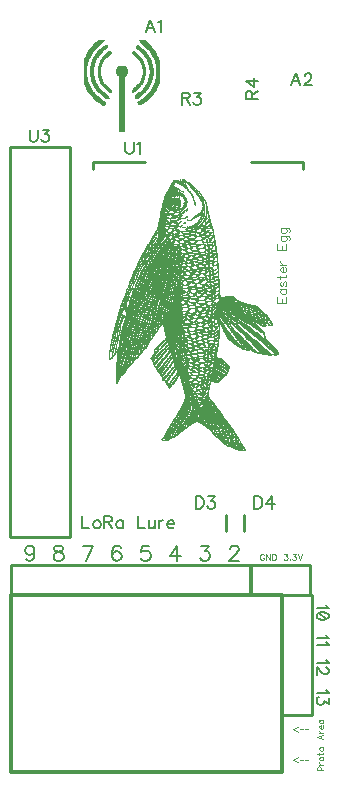
<source format=gbr>
G04 DipTrace 3.0.0.2*
G04 TopSilk.gbr*
%MOMM*%
G04 #@! TF.FileFunction,Legend,Top*
G04 #@! TF.Part,Single*
%ADD10C,0.254*%
%ADD12C,0.076*%
%ADD20C,0.3*%
%ADD70C,0.15686*%
%ADD71C,0.07843*%
%ADD72C,0.19608*%
%ADD73C,0.11765*%
%FSLAX35Y35*%
G04*
G71*
G90*
G75*
G01*
G04 TopSilk*
%LPD*%
X1894947Y2254950D2*
D10*
Y2125050D1*
X2045053D2*
Y2254950D1*
X2102000Y1578000D2*
X70000D1*
X2102000Y1832000D2*
Y1578000D1*
Y1832000D2*
X70000D1*
Y1578000D1*
X2096000Y1832000D2*
Y1578000D1*
X2604000Y1832000D2*
X2096000D1*
X2604000D2*
Y1578000D1*
X2096000D1*
X2366000Y566000D2*
X2620000D1*
X2366000Y1582000D2*
Y566000D1*
X2620000Y1582000D2*
Y566000D1*
X2366000Y1582000D2*
X2620000D1*
X1207422Y5244858D2*
X765545D1*
Y5184267D1*
X2106571Y5244858D2*
X2543455D1*
Y5184267D1*
X61000Y2069000D2*
X569000D1*
X61000Y5371000D2*
X569000D1*
Y2069000D1*
X61000Y5371000D2*
Y2069000D1*
X74000Y1580000D2*
D20*
X2364000D1*
Y78000D1*
X74000D1*
Y1580000D1*
X816800Y6282400D2*
D12*
X862400D1*
X1158800D2*
X1196800D1*
X808025Y6274800D2*
X860500D1*
X1160294D2*
X1205575D1*
X798541Y6267200D2*
X854855D1*
X1163479D2*
X1215059D1*
X788974Y6259600D2*
X847421D1*
X1168801D2*
X1224626D1*
X780042Y6252000D2*
X838720D1*
X1176135D2*
X1233558D1*
X771766Y6244400D2*
X829118D1*
X1185021D2*
X1241834D1*
X764110Y6236800D2*
X819457D1*
X870000D2*
X885200D1*
X1136000D2*
X1143600D1*
X1194357D2*
X1249490D1*
X757345Y6229200D2*
X810477D1*
X858602D2*
X888154D1*
X1132155D2*
X1154998D1*
X1203203D2*
X1256255D1*
X751514Y6221600D2*
X802149D1*
X847845D2*
X887232D1*
X1131051D2*
X1165755D1*
X1211479D2*
X1262086D1*
X745874Y6214000D2*
X794218D1*
X837319D2*
X881348D1*
X1133841D2*
X1176281D1*
X1219392D2*
X1267726D1*
X739860Y6206400D2*
X786511D1*
X827310D2*
X873411D1*
X1141185D2*
X1186290D1*
X1227092D2*
X1273740D1*
X733961Y6198800D2*
X779126D1*
X818453D2*
X864534D1*
X1149540D2*
X1195147D1*
X1234475D2*
X1279639D1*
X728770Y6191200D2*
X772475D1*
X811042D2*
X855881D1*
X1157917D2*
X1202558D1*
X1241125D2*
X1284830D1*
X724250Y6183600D2*
X766719D1*
X804913D2*
X847680D1*
X900400D2*
X915600D1*
X1105600D2*
X1113200D1*
X1165996D2*
X1208687D1*
X1246881D2*
X1289350D1*
X720114Y6176000D2*
X761332D1*
X799148D2*
X839794D1*
X890202D2*
X923200D1*
X1101874D2*
X1123398D1*
X1173833D2*
X1214452D1*
X1252268D2*
X1293486D1*
X716184Y6168400D2*
X756055D1*
X793087D2*
X832103D1*
X880340D2*
X917024D1*
X1101453D2*
X1133260D1*
X1181506D2*
X1220513D1*
X1257545D2*
X1297416D1*
X712326Y6160800D2*
X751247D1*
X787170D2*
X824723D1*
X871329D2*
X909801D1*
X1106239D2*
X1142271D1*
X1188880D2*
X1226430D1*
X1262353D2*
X1301274D1*
X708513Y6153200D2*
X746916D1*
X781973D2*
X818075D1*
X863252D2*
X901674D1*
X1112979D2*
X1150348D1*
X1195526D2*
X1231627D1*
X1266684D2*
X1305087D1*
X704730Y6145600D2*
X742862D1*
X777451D2*
X812318D1*
X856285D2*
X893488D1*
X1120527D2*
X1157315D1*
X1201282D2*
X1236149D1*
X1270738D2*
X1308870D1*
X701171Y6138000D2*
X738965D1*
X773314D2*
X806932D1*
X850397D2*
X885517D1*
X1128237D2*
X1163203D1*
X1206668D2*
X1240286D1*
X1274635D2*
X1312429D1*
X698096Y6130400D2*
X735119D1*
X769384D2*
X801655D1*
X844960D2*
X877732D1*
X1135923D2*
X1168640D1*
X1211945D2*
X1244216D1*
X1278481D2*
X1315504D1*
X695420Y6122800D2*
X731311D1*
X765556D2*
X796847D1*
X839665D2*
X870080D1*
X1143538D2*
X1173935D1*
X1216753D2*
X1248044D1*
X1282289D2*
X1318180D1*
X692741Y6115200D2*
X727529D1*
X761980D2*
X792516D1*
X834850D2*
X862715D1*
X1150891D2*
X1178750D1*
X1221084D2*
X1251620D1*
X1286071D2*
X1320859D1*
X690411Y6107600D2*
X724001D1*
X758899D2*
X788492D1*
X830517D2*
X856102D1*
X1157500D2*
X1183083D1*
X1225108D2*
X1254701D1*
X1289599D2*
X1323189D1*
X688931Y6100000D2*
X721163D1*
X756221D2*
X784833D1*
X826492D2*
X850585D1*
X1163016D2*
X1187108D1*
X1228767D2*
X1257379D1*
X1292437D2*
X1324669D1*
X688168Y6092400D2*
X719189D1*
X753541D2*
X781718D1*
X822833D2*
X845930D1*
X1167670D2*
X1190767D1*
X1231882D2*
X1260059D1*
X1294411D2*
X1325432D1*
X687824Y6084800D2*
X717361D1*
X751211D2*
X779028D1*
X819718D2*
X841772D1*
X1171828D2*
X1193882D1*
X1234572D2*
X1262389D1*
X1296239D2*
X1325776D1*
X687683Y6077200D2*
X715160D1*
X749701D2*
X776343D1*
X817028D2*
X838091D1*
X1175509D2*
X1196572D1*
X1237257D2*
X1263899D1*
X1298440D2*
X1325917D1*
X687630Y6069600D2*
X713057D1*
X748671D2*
X774012D1*
X814343D2*
X835195D1*
X1178405D2*
X1199257D1*
X1239588D2*
X1264929D1*
X1300543D2*
X1325970D1*
X687610Y6062000D2*
X711672D1*
X747359D2*
X772531D1*
X812012D2*
X833200D1*
X991600D2*
X1029600D1*
X1180400D2*
X1201588D1*
X1241069D2*
X1266241D1*
X1301928D2*
X1325990D1*
X687603Y6054400D2*
X710947D1*
X745398D2*
X771738D1*
X810531D2*
X831365D1*
X981696D2*
X1037821D1*
X1182235D2*
X1203069D1*
X1241862D2*
X1268202D1*
X1302653D2*
X1325997D1*
X687601Y6046800D2*
X710617D1*
X743395D2*
X771127D1*
X809768D2*
X829161D1*
X974094D2*
X1044338D1*
X1184439D2*
X1203832D1*
X1242473D2*
X1270205D1*
X1302983D2*
X1325999D1*
X687600Y6039200D2*
X710481D1*
X742050D2*
X770018D1*
X809424D2*
X827057D1*
X968623D2*
X1049483D1*
X1186543D2*
X1204176D1*
X1243582D2*
X1271550D1*
X1303119D2*
X1326000D1*
X687600Y6031600D2*
X710429D1*
X741339D2*
X768144D1*
X809283D2*
X825673D1*
X964950D2*
X1053584D1*
X1187927D2*
X1204317D1*
X1245456D2*
X1272261D1*
X1303171D2*
X1326000D1*
X687600Y6024000D2*
X710410D1*
X741014D2*
X766206D1*
X809230D2*
X824947D1*
X962922D2*
X1056369D1*
X1188653D2*
X1204370D1*
X1247394D2*
X1272586D1*
X1303190D2*
X1326000D1*
X687600Y6016400D2*
X710403D1*
X740880D2*
X765141D1*
X809210D2*
X824617D1*
X962196D2*
X1057896D1*
X1188983D2*
X1204390D1*
X1248459D2*
X1272720D1*
X1303197D2*
X1326000D1*
X687600Y6008800D2*
X710401D1*
X740829D2*
X765402D1*
X809203D2*
X824511D1*
X962765D2*
X1056156D1*
X1189089D2*
X1204397D1*
X1248198D2*
X1272771D1*
X1303199D2*
X1326000D1*
X687600Y6001200D2*
X710400D1*
X740840D2*
X766899D1*
X809201D2*
X824726D1*
X964741D2*
X1053435D1*
X1188874D2*
X1204399D1*
X1246701D2*
X1272760D1*
X1303200D2*
X1326000D1*
X687600Y5993600D2*
X710400D1*
X741100D2*
X768714D1*
X809200D2*
X825675D1*
X968128D2*
X1049880D1*
X1187925D2*
X1204400D1*
X1244886D2*
X1272500D1*
X1303200D2*
X1326000D1*
X687600Y5986000D2*
X710430D1*
X742066D2*
X770018D1*
X809230D2*
X827519D1*
X973188D2*
X1045341D1*
X1186081D2*
X1204370D1*
X1243582D2*
X1271534D1*
X1303170D2*
X1326000D1*
X687600Y5978400D2*
X710697D1*
X743886D2*
X770971D1*
X809497D2*
X829732D1*
X979474D2*
X1040072D1*
X1183868D2*
X1204103D1*
X1242629D2*
X1269714D1*
X1302903D2*
X1326000D1*
X687600Y5970800D2*
X711665D1*
X745834D2*
X772256D1*
X810465D2*
X832026D1*
X985016D2*
X1035343D1*
X1181574D2*
X1203135D1*
X1241344D2*
X1267766D1*
X1301935D2*
X1326000D1*
X687600Y5963200D2*
X713486D1*
X747189D2*
X774237D1*
X812315D2*
X834580D1*
X988505D2*
X1032321D1*
X1179020D2*
X1201285D1*
X1239363D2*
X1266411D1*
X1300114D2*
X1326000D1*
X687600Y5955600D2*
X715464D1*
X748161D2*
X776503D1*
X814531D2*
X837118D1*
X990287D2*
X1030760D1*
X1176482D2*
X1199069D1*
X1237097D2*
X1265439D1*
X1298136D2*
X1326000D1*
X687600Y5948000D2*
X717057D1*
X749482D2*
X778815D1*
X816855D2*
X839575D1*
X991084D2*
X1030058D1*
X1174025D2*
X1196745D1*
X1234785D2*
X1264118D1*
X1296543D2*
X1326000D1*
X687630Y5940400D2*
X718730D1*
X751703D2*
X781377D1*
X819647D2*
X842448D1*
X991409D2*
X1029770D1*
X1171152D2*
X1193953D1*
X1232223D2*
X1261897D1*
X1294870D2*
X1325970D1*
X687897Y5932800D2*
X720902D1*
X754671D2*
X783917D1*
X822916D2*
X846003D1*
X991532D2*
X1029661D1*
X1167597D2*
X1190684D1*
X1229683D2*
X1258929D1*
X1292698D2*
X1325703D1*
X688865Y5925200D2*
X723251D1*
X757865D2*
X786375D1*
X826492D2*
X850554D1*
X991577D2*
X1029621D1*
X1163046D2*
X1187108D1*
X1227225D2*
X1255735D1*
X1290349D2*
X1324735D1*
X690715Y5917600D2*
X725626D1*
X760792D2*
X789248D1*
X830433D2*
X856347D1*
X991592D2*
X1029607D1*
X1157253D2*
X1183167D1*
X1224352D2*
X1252808D1*
X1287974D2*
X1322885D1*
X692931Y5910000D2*
X728437D1*
X763441D2*
X792803D1*
X834918D2*
X863048D1*
X991597D2*
X1029602D1*
X1150552D2*
X1178682D1*
X1220797D2*
X1250159D1*
X1285163D2*
X1320669D1*
X695255Y5902400D2*
X731713D1*
X766397D2*
X797325D1*
X839828D2*
X870253D1*
X991599D2*
X1029601D1*
X1143347D2*
X1173772D1*
X1216275D2*
X1247203D1*
X1281887D2*
X1318345D1*
X698047Y5894800D2*
X735261D1*
X769955D2*
X802850D1*
X844773D2*
X877723D1*
X991600D2*
X1029600D1*
X1135877D2*
X1168827D1*
X1210750D2*
X1243645D1*
X1278339D2*
X1315553D1*
X701316Y5887200D2*
X738965D1*
X774251D2*
X808583D1*
X850309D2*
X885530D1*
X991600D2*
X1029600D1*
X1128070D2*
X1163291D1*
X1205017D2*
X1239349D1*
X1274635D2*
X1312284D1*
X704862Y5879600D2*
X742749D1*
X779079D2*
X813967D1*
X857397D2*
X894047D1*
X991600D2*
X1029600D1*
X1119553D2*
X1156203D1*
X1199633D2*
X1234521D1*
X1270851D2*
X1308738D1*
X708565Y5872000D2*
X746808D1*
X783962D2*
X819459D1*
X866083D2*
X903163D1*
X991600D2*
X1029600D1*
X1110467D2*
X1147517D1*
X1194141D2*
X1229638D1*
X1266792D2*
X1305035D1*
X712349Y5864400D2*
X751565D1*
X789218D2*
X825703D1*
X875578D2*
X911446D1*
X991600D2*
X1029600D1*
X1102473D2*
X1138022D1*
X1187897D2*
X1224382D1*
X1262035D2*
X1301251D1*
X716378Y5856800D2*
X757190D1*
X795334D2*
X832844D1*
X885543D2*
X918240D1*
X991600D2*
X1029600D1*
X1096370D2*
X1128057D1*
X1180756D2*
X1218266D1*
X1256410D2*
X1297222D1*
X720898Y5849200D2*
X762961D1*
X802168D2*
X841082D1*
X896430D2*
X921032D1*
X991600D2*
X1029600D1*
X1095893D2*
X1117170D1*
X1172518D2*
X1211432D1*
X1250639D2*
X1292702D1*
X725821Y5841600D2*
X768360D1*
X809424D2*
X850396D1*
X908000D2*
X923200D1*
X991600D2*
X1029600D1*
X1098000D2*
X1105600D1*
X1163204D2*
X1204176D1*
X1245240D2*
X1287779D1*
X730741Y5834000D2*
X773857D1*
X816884D2*
X860160D1*
X991600D2*
X1029600D1*
X1153470D2*
X1196716D1*
X1239743D2*
X1282859D1*
X736011Y5826400D2*
X780102D1*
X824459D2*
X870005D1*
X991600D2*
X1029600D1*
X1143891D2*
X1189141D1*
X1233498D2*
X1277589D1*
X742131Y5818800D2*
X787243D1*
X832307D2*
X879827D1*
X991600D2*
X1029600D1*
X1135039D2*
X1181293D1*
X1226357D2*
X1271469D1*
X748968Y5811200D2*
X795482D1*
X840874D2*
X888432D1*
X991600D2*
X1029600D1*
X1127270D2*
X1172726D1*
X1218118D2*
X1264632D1*
X756224Y5803600D2*
X804796D1*
X850356D2*
X895394D1*
X991600D2*
X1029600D1*
X1123971D2*
X1163244D1*
X1208804D2*
X1257376D1*
X763683Y5796000D2*
X814560D1*
X860218D2*
X898213D1*
X991600D2*
X1029600D1*
X1122060D2*
X1153382D1*
X1199040D2*
X1249917D1*
X771230Y5788400D2*
X824465D1*
X870000D2*
X900400D1*
X991600D2*
X1029600D1*
X1120800D2*
X1143600D1*
X1189165D2*
X1242370D1*
X778840Y5780800D2*
X834821D1*
X991600D2*
X1029600D1*
X1179047D2*
X1234760D1*
X786700Y5773200D2*
X845361D1*
X991600D2*
X1029600D1*
X1169177D2*
X1226900D1*
X795296Y5765600D2*
X854974D1*
X991600D2*
X1029600D1*
X1160114D2*
X1218304D1*
X804983Y5758000D2*
X863268D1*
X991600D2*
X1029600D1*
X1151717D2*
X1208593D1*
X815506Y5750400D2*
X867143D1*
X991600D2*
X1029600D1*
X1143600D2*
X1197851D1*
X826321Y5742800D2*
X867975D1*
X991600D2*
X1029600D1*
X1147637D2*
X1186213D1*
X836927Y5735200D2*
X865606D1*
X991600D2*
X1029600D1*
X1151200D2*
X1174000D1*
X847200Y5727600D2*
X862400D1*
X991600D2*
X1029600D1*
X991600Y5720000D2*
X1029600D1*
X991600Y5712400D2*
X1029600D1*
X991600Y5704800D2*
X1029600D1*
X991600Y5697200D2*
X1029600D1*
X991600Y5689600D2*
X1029600D1*
X991600Y5682000D2*
X1029600D1*
X991600Y5674400D2*
X1029600D1*
X991600Y5666800D2*
X1029600D1*
X991600Y5659200D2*
X1029600D1*
X991600Y5651600D2*
X1029600D1*
X991600Y5644000D2*
X1029600D1*
X991600Y5636400D2*
X1029600D1*
X991600Y5628800D2*
X1029600D1*
X991600Y5621200D2*
X1029600D1*
X991600Y5613600D2*
X1029600D1*
X991600Y5606000D2*
X1029600D1*
X991600Y5598400D2*
X1029600D1*
X991600Y5590800D2*
X1029600D1*
X991600Y5583200D2*
X1029600D1*
X991600Y5575600D2*
X1029600D1*
X991600Y5568000D2*
X1029600D1*
X991600Y5560400D2*
X1029600D1*
X991600Y5552800D2*
X1029600D1*
X991600Y5545200D2*
X1029600D1*
X991600Y5537600D2*
X1029600D1*
X991600Y5530000D2*
X1029600D1*
X991600Y5522400D2*
X1029600D1*
X991600Y5514800D2*
X1029600D1*
X991600Y5507200D2*
X1029600D1*
X1506800Y5102400D2*
D3*
X1522000D2*
X1529600D1*
X1446000Y5094800D2*
X1476400D1*
X1506800D2*
D3*
X1522000D2*
X1543336D1*
X1441288Y5087200D2*
X1491600D1*
X1506800D2*
X1555648D1*
X1436953Y5079600D2*
X1536881D1*
X1552400D2*
X1566762D1*
X1432883Y5072000D2*
X1543210D1*
X1559970D2*
X1577416D1*
X1428975Y5064400D2*
X1455123D1*
X1485145D2*
X1529600D1*
X1544800D2*
X1547753D1*
X1567303D2*
X1587528D1*
X1425123Y5056800D2*
X1450075D1*
X1501932D2*
X1550615D1*
X1573935D2*
X1596934D1*
X1421282Y5049200D2*
X1448867D1*
X1517834D2*
X1553091D1*
X1579714D2*
X1606287D1*
X1417233Y5041600D2*
X1452627D1*
X1531280D2*
X1556445D1*
X1585366D2*
X1616058D1*
X1412706Y5034000D2*
X1464252D1*
X1542152D2*
X1560723D1*
X1591640D2*
X1625750D1*
X1407810Y5026400D2*
X1478484D1*
X1551285D2*
X1565313D1*
X1598536D2*
X1634730D1*
X1403156Y5018800D2*
X1492949D1*
X1559287D2*
X1570190D1*
X1605783D2*
X1620770D1*
X1636000D2*
X1643025D1*
X1398884Y5011200D2*
X1469750D1*
X1499200D2*
X1506800D1*
X1566183D2*
X1575293D1*
X1612983D2*
X1628103D1*
X1643311D2*
X1650687D1*
X1394851Y5003600D2*
X1438400D1*
X1499200D2*
D3*
X1514400D2*
X1529600D1*
X1572061D2*
X1580291D1*
X1619563D2*
X1634735D1*
X1649936D2*
X1657454D1*
X1390962Y4996000D2*
X1469912D1*
X1522000D2*
X1533281D1*
X1577718D2*
X1585563D1*
X1625324D2*
X1640514D1*
X1655715D2*
X1663285D1*
X1387118Y4988400D2*
X1494834D1*
X1529600D2*
X1528301D1*
X1583737D2*
X1591428D1*
X1630969D2*
X1646165D1*
X1661366D2*
X1668926D1*
X1383310Y4980800D2*
X1512776D1*
X1589638D2*
X1597270D1*
X1637212D2*
X1652434D1*
X1667634D2*
X1674940D1*
X1379529Y4973200D2*
X1529311D1*
X1594830D2*
X1602411D1*
X1643839D2*
X1659290D1*
X1674490D2*
X1680839D1*
X1375971Y4965600D2*
X1492997D1*
X1505277D2*
X1535936D1*
X1599350D2*
X1606687D1*
X1650148D2*
X1666400D1*
X1681600D2*
X1686030D1*
X1372895Y4958000D2*
X1438400D1*
X1453600D2*
X1461200D1*
X1476400D2*
D3*
X1491600D2*
X1495664D1*
X1517025D2*
X1541685D1*
X1603457D2*
X1610089D1*
X1655765D2*
X1690580D1*
X1370220Y4950400D2*
X1423200D1*
X1453600D2*
D3*
X1491600D2*
X1499200D1*
X1525904D2*
X1547039D1*
X1607149D2*
X1612899D1*
X1661097D2*
X1694953D1*
X1367541Y4942800D2*
X1491600D1*
X1532651D2*
X1552048D1*
X1610276D2*
X1615660D1*
X1666355D2*
X1699614D1*
X1365181Y4935200D2*
X1496253D1*
X1535314D2*
X1555858D1*
X1612970D2*
X1618276D1*
X1671156D2*
X1704562D1*
X1363434Y4927600D2*
X1500053D1*
X1537762D2*
X1558101D1*
X1615656D2*
X1620731D1*
X1675485D2*
X1689200D1*
X1704400D2*
X1709234D1*
X1361702Y4920000D2*
X1423200D1*
X1446000D2*
X1502949D1*
X1540951D2*
X1559208D1*
X1618018D2*
X1623317D1*
X1679508D2*
X1713513D1*
X1359538Y4912400D2*
X1502385D1*
X1544800D2*
X1559663D1*
X1619765D2*
X1625610D1*
X1683168D2*
X1697975D1*
X1712000D2*
X1717518D1*
X1357420Y4904800D2*
X1501460D1*
X1537200D2*
X1559590D1*
X1621503D2*
X1627076D1*
X1686282D2*
X1699859D1*
X1714888D2*
X1721141D1*
X1355773Y4897200D2*
X1501434D1*
X1529600D2*
X1558695D1*
X1623732D2*
X1627836D1*
X1688972D2*
X1701826D1*
X1718124D2*
X1724016D1*
X1354080Y4889600D2*
X1502413D1*
X1537200D2*
X1556871D1*
X1626139D2*
X1628192D1*
X1691627D2*
X1703187D1*
X1721386D2*
X1726004D1*
X1351931Y4882000D2*
X1438400D1*
X1453600D2*
X1476400D1*
X1499200D2*
X1502941D1*
X1530997D2*
X1554635D1*
X1628400D2*
D3*
X1693691D2*
X1704161D1*
X1724079D2*
X1727837D1*
X1349817Y4874400D2*
X1430800D1*
X1446000D2*
X1453600D1*
X1484000D2*
X1501668D1*
X1526064D2*
X1552017D1*
X1694823D2*
X1705452D1*
X1725741D2*
X1730040D1*
X1348172Y4866800D2*
X1499200D1*
X1522000D2*
X1547961D1*
X1693272D2*
X1707406D1*
X1726583D2*
X1732143D1*
X1346480Y4859200D2*
X1377288D1*
X1394197D2*
X1461200D1*
X1476400D2*
X1484000D1*
X1499200D2*
X1541665D1*
X1567600D2*
D3*
X1691283D2*
X1709406D1*
X1726958D2*
X1733527D1*
X1344331Y4851600D2*
X1383708D1*
X1404464D2*
X1533619D1*
X1561419D2*
X1567600D1*
X1689071D2*
X1710720D1*
X1727110D2*
X1734283D1*
X1342217Y4844000D2*
X1388709D1*
X1415600D2*
X1525529D1*
X1552921D2*
X1567600D1*
X1686296D2*
X1711164D1*
X1727168D2*
X1734880D1*
X1340572Y4836400D2*
X1392800D1*
X1408000D2*
X1420406D1*
X1435606D2*
X1499200D1*
X1514400D2*
X1518677D1*
X1543165D2*
X1560475D1*
X1682777D2*
X1710520D1*
X1727189D2*
X1735984D1*
X1338880Y4828800D2*
X1407472D1*
X1445472D2*
X1468800D1*
X1499200D2*
X1512669D1*
X1532845D2*
X1537200D1*
X1552400D2*
D3*
X1678210D2*
X1689200D1*
X1704400D2*
X1708834D1*
X1727167D2*
X1737886D1*
X1336731Y4821200D2*
X1370000D1*
X1392800D2*
D3*
X1453600D2*
X1506800D1*
X1522000D2*
X1537200D1*
X1672065D2*
X1689200D1*
X1704400D2*
X1706937D1*
X1726902D2*
X1740121D1*
X1334647Y4813600D2*
X1453600D1*
X1491600D2*
X1519202D1*
X1663625D2*
X1705630D1*
X1725934D2*
X1742422D1*
X1333269Y4806000D2*
X1446000D1*
X1484000D2*
X1502477D1*
X1651992D2*
X1704903D1*
X1724085D2*
X1727200D1*
X1742400D2*
X1744949D1*
X1332516Y4798400D2*
X1400400D1*
X1430800D2*
X1488645D1*
X1514400D2*
X1522000D1*
X1560000D2*
D3*
X1638378D2*
X1664400D1*
X1680425D2*
X1704315D1*
X1721869D2*
X1727200D1*
X1742400D2*
X1747221D1*
X1331920Y4790800D2*
X1377600D1*
X1438400D2*
X1476400D1*
X1499200D2*
X1514875D1*
X1552875D2*
X1560000D1*
X1626456D2*
X1646999D1*
X1678512D2*
X1703184D1*
X1719545D2*
X1725803D1*
X1743575D2*
X1748710D1*
X1330815Y4783200D2*
X1400400D1*
X1430800D2*
X1506800D1*
X1544800D2*
X1560000D1*
X1617966D2*
X1632157D1*
X1676247D2*
X1681600D1*
X1696800D2*
X1701046D1*
X1716753D2*
X1723136D1*
X1745429D2*
X1749733D1*
X1328943Y4775600D2*
X1438400D1*
X1489641D2*
X1536782D1*
X1611231D2*
X1621835D1*
X1673650D2*
X1698080D1*
X1713484D2*
X1719600D1*
X1734800D2*
D3*
X1747100D2*
X1751042D1*
X1326976Y4768000D2*
X1392800D1*
X1483681D2*
X1515318D1*
X1604675D2*
X1614254D1*
X1669888D2*
X1674000D1*
X1689200D2*
X1694631D1*
X1709908D2*
X1734800D1*
X1747954D2*
X1753003D1*
X1325614Y4760400D2*
X1389237D1*
X1415600D2*
X1423200D1*
X1476400D2*
X1497866D1*
X1560000D2*
X1567600D1*
X1598000D2*
X1606533D1*
X1664798D2*
X1690710D1*
X1705938D2*
X1724192D1*
X1745013D2*
X1755034D1*
X1324640Y4752800D2*
X1385200D1*
X1419637D2*
X1482959D1*
X1567600D2*
X1598000D1*
X1659274D2*
X1666400D1*
X1681600D2*
X1685976D1*
X1701215D2*
X1717144D1*
X1740342D2*
X1756646D1*
X1323348Y4745200D2*
X1400400D1*
X1423200D2*
X1468800D1*
X1506800D2*
X1514400D1*
X1552400D2*
D3*
X1653919D2*
X1680104D1*
X1695574D2*
X1712000D1*
X1734800D2*
X1758327D1*
X1321394Y4737600D2*
X1377600D1*
X1392800D2*
X1433594D1*
X1446000D2*
X1476400D1*
X1491600D2*
X1505932D1*
X1544800D2*
D3*
X1647868D2*
X1673370D1*
X1689540D2*
X1696800D1*
X1712000D2*
X1742759D1*
X1757600D2*
X1760501D1*
X1319394Y4730000D2*
X1423728D1*
X1461200D2*
X1497563D1*
X1529600D2*
X1544800D1*
X1639166D2*
X1666154D1*
X1683170D2*
X1693237D1*
X1712000D2*
X1731341D1*
X1757600D2*
X1762851D1*
X1318050Y4722400D2*
X1415600D1*
X1476400D2*
X1490282D1*
X1626482D2*
X1658709D1*
X1675809D2*
X1689200D1*
X1712000D2*
X1723835D1*
X1751460D2*
X1765226D1*
X1317309Y4714800D2*
X1377600D1*
X1408000D2*
X1484000D1*
X1514400D2*
X1522000D1*
X1610944D2*
X1651169D1*
X1667447D2*
X1718732D1*
X1743334D2*
X1768037D1*
X1316717Y4707200D2*
X1515797D1*
X1560000D2*
D3*
X1595784D2*
X1643600D1*
X1658800D2*
X1715015D1*
X1734932D2*
X1771283D1*
X1315585Y4699600D2*
X1354800D1*
X1370000D2*
X1400400D1*
X1468800D2*
X1510864D1*
X1560000D2*
D3*
X1582785D2*
X1628400D1*
X1643600D2*
X1674000D1*
X1696800D2*
X1712000D1*
X1727200D2*
D3*
X1765200D2*
X1774564D1*
X1313416Y4692000D2*
X1370000D1*
X1400400D2*
X1408000D1*
X1453600D2*
X1476400D1*
X1506800D2*
D3*
X1522000D2*
X1544800D1*
X1570723D2*
X1613200D1*
X1632437D2*
X1674000D1*
X1696800D2*
X1734800D1*
X1757600D2*
X1777270D1*
X1310213Y4684400D2*
X1377600D1*
X1400400D2*
X1468800D1*
X1558020D2*
X1598000D1*
X1620800D2*
X1661472D1*
X1674000D2*
X1778937D1*
X1306063Y4676800D2*
X1400400D1*
X1437003D2*
X1446000D1*
X1461200D2*
X1480437D1*
X1499200D2*
D3*
X1544800D2*
X1560000D1*
X1598000D2*
X1651348D1*
X1680962D2*
X1712000D1*
X1771403D2*
X1779811D1*
X1301320Y4669200D2*
X1396362D1*
X1434336D2*
X1491600D1*
X1560000D2*
X1605600D1*
X1628400D2*
X1643311D1*
X1682776D2*
X1719600D1*
X1734800D2*
X1750000D1*
X1776336D2*
X1780454D1*
X1296724Y4661600D2*
X1301600D1*
X1316800D2*
X1392800D1*
X1430800D2*
X1446000D1*
X1476400D2*
X1636000D1*
X1681600D2*
X1742400D1*
X1780400D2*
X1781575D1*
X1292443Y4654000D2*
X1377600D1*
X1392800D2*
X1438400D1*
X1491600D2*
X1499200D1*
X1514400D2*
X1522000D1*
X1582800D2*
X1681600D1*
X1704400D2*
X1783454D1*
X1288181Y4646400D2*
X1377600D1*
X1408000D2*
X1446000D1*
X1461200D2*
X1491600D1*
X1522000D2*
X1590400D1*
X1628400D2*
X1634041D1*
X1653994D2*
X1666400D1*
X1696800D2*
X1727200D1*
X1750000D2*
X1765200D1*
X1780400D2*
X1785423D1*
X1283562Y4638800D2*
X1300108D1*
X1316800D2*
X1415600D1*
X1438400D2*
X1484000D1*
X1529600D2*
X1628081D1*
X1666928D2*
X1719600D1*
X1750000D2*
X1757600D1*
X1780400D2*
X1786786D1*
X1278630Y4631200D2*
X1296980D1*
X1316800D2*
X1362400D1*
X1385200D2*
X1446000D1*
X1468800D2*
X1537200D1*
X1590400D2*
X1620800D1*
X1681600D2*
X1787760D1*
X1273963Y4623600D2*
X1292099D1*
X1316770D2*
X1339600D1*
X1354800D2*
X1370000D1*
X1400400D2*
X1438400D1*
X1491600D2*
X1499200D1*
X1522000D2*
X1529600D1*
X1582800D2*
X1593808D1*
X1620800D2*
X1636000D1*
X1666400D2*
X1689200D1*
X1712000D2*
X1751397D1*
X1778441D2*
X1789052D1*
X1269657Y4616000D2*
X1286400D1*
X1301600D2*
D3*
X1316473D2*
X1408000D1*
X1438400D2*
X1491600D1*
X1529600D2*
X1578208D1*
X1624837D2*
X1681600D1*
X1719600D2*
X1746464D1*
X1772481D2*
X1791006D1*
X1265385Y4608400D2*
X1301600D1*
X1315208D2*
X1370030D1*
X1385200D2*
X1400400D1*
X1446000D2*
X1484000D1*
X1537200D2*
X1560000D1*
X1628400D2*
X1642203D1*
X1681600D2*
X1742400D1*
X1765200D2*
X1793006D1*
X1260764Y4600800D2*
X1278800D1*
X1294000D2*
X1297538D1*
X1312152D2*
X1362697D1*
X1392800D2*
X1408000D1*
X1430800D2*
X1453600D1*
X1484000D2*
X1537200D1*
X1560000D2*
X1631936D1*
X1696800D2*
X1713397D1*
X1742400D2*
X1773980D1*
X1789397D2*
X1794380D1*
X1255831Y4593200D2*
X1271200D1*
X1286400D2*
X1292388D1*
X1307385D2*
X1356065D1*
X1379358D2*
X1461200D1*
X1491600D2*
X1529600D1*
X1582800D2*
X1620800D1*
X1681600D2*
X1700864D1*
X1727200D2*
X1734800D1*
X1749362D2*
X1768328D1*
X1792064D2*
X1795358D1*
X1251164Y4585600D2*
X1286867D1*
X1301999D2*
X1350287D1*
X1369278D2*
X1385200D1*
X1400400D2*
X1423200D1*
X1450037D2*
X1506800D1*
X1529600D2*
X1590400D1*
X1613200D2*
X1689200D1*
X1727200D2*
X1734800D1*
X1751176D2*
X1763010D1*
X1795600D2*
X1796651D1*
X1246857Y4578000D2*
X1263600D1*
X1278800D2*
X1281641D1*
X1296820D2*
X1344655D1*
X1361451D2*
X1415600D1*
X1438400D2*
X1453600D1*
X1476400D2*
X1484000D1*
X1544800D2*
X1575200D1*
X1643600D2*
X1649803D1*
X1689200D2*
X1696800D1*
X1727200D2*
X1734800D1*
X1750000D2*
X1757600D1*
X1780400D2*
X1798605D1*
X1242585Y4570400D2*
X1276508D1*
X1291701D2*
X1294000D1*
X1309200D2*
X1338495D1*
X1354281D2*
X1449562D1*
X1484000D2*
X1499200D1*
X1537200D2*
X1590400D1*
X1620800D2*
X1639536D1*
X1693237D2*
X1800606D1*
X1237964Y4562800D2*
X1256000D1*
X1271200D2*
D3*
X1286400D2*
X1332000D1*
X1347200D2*
X1370000D1*
X1385200D2*
X1408000D1*
X1423200D2*
X1446000D1*
X1491600D2*
X1544800D1*
X1575200D2*
X1628400D1*
X1696800D2*
D3*
X1728597D2*
X1734800D1*
X1772800D2*
X1779003D1*
X1795600D2*
X1801950D1*
X1233031Y4555200D2*
X1491600D1*
X1529600D2*
X1544800D1*
X1582800D2*
X1605600D1*
X1616608D2*
X1696800D1*
X1731264D2*
X1742400D1*
X1765200D2*
X1776336D1*
X1803200D2*
X1802691D1*
X1228364Y4547600D2*
X1249797D1*
X1264997D2*
X1263600D1*
X1278800D2*
X1324400D1*
X1339600D2*
X1377600D1*
X1392800D2*
X1476400D1*
X1544800D2*
X1598000D1*
X1631408D2*
X1681912D1*
X1704400D2*
X1712000D1*
X1734800D2*
X1772800D1*
X1795600D2*
X1803283D1*
X1224057Y4540000D2*
X1244864D1*
X1260064D2*
X1415600D1*
X1430800D2*
X1446000D1*
X1476400D2*
X1499200D1*
X1522000D2*
X1552400D1*
X1581403D2*
X1590400D1*
X1643600D2*
X1667892D1*
X1707962D2*
X1804385D1*
X1219785Y4532400D2*
X1240800D1*
X1256000D2*
D3*
X1271200D2*
D3*
X1286400D2*
X1309200D1*
X1324400D2*
X1332000D1*
X1347200D2*
D3*
X1362400D2*
X1544800D1*
X1586336D2*
X1655291D1*
X1712000D2*
D3*
X1736197D2*
X1750000D1*
X1772800D2*
X1779777D1*
X1803200D2*
X1806257D1*
X1215164Y4524800D2*
X1408000D1*
X1423200D2*
X1499200D1*
X1537200D2*
X1560000D1*
X1590400D2*
X1606997D1*
X1636000D2*
X1643600D1*
X1696800D2*
X1712000D1*
X1738864D2*
X1750000D1*
X1772800D2*
X1778381D1*
X1803200D2*
X1808224D1*
X1210231Y4517200D2*
X1514400D1*
X1552400D2*
X1602064D1*
X1643600D2*
X1719600D1*
X1742400D2*
X1772459D1*
X1803200D2*
X1809556D1*
X1205564Y4509600D2*
X1271200D1*
X1286400D2*
X1294000D1*
X1309200D2*
X1316800D1*
X1332000D2*
X1400400D1*
X1415600D2*
X1476400D1*
X1499200D2*
X1560000D1*
X1590400D2*
X1598000D1*
X1651200D2*
X1666400D1*
X1719600D2*
X1765200D1*
X1803200D2*
X1810263D1*
X1201287Y4502000D2*
X1216603D1*
X1231803D2*
X1309200D1*
X1324400D2*
X1514400D1*
X1534406D2*
X1552400D1*
X1598000D2*
X1658800D1*
X1712475D2*
X1750000D1*
X1765200D2*
X1810616D1*
X1197252Y4494400D2*
X1213936D1*
X1229136D2*
X1233200D1*
X1248400D2*
X1392800D1*
X1408000D2*
X1430800D1*
X1446000D2*
X1461200D1*
X1476400D2*
X1484000D1*
X1499200D2*
X1506800D1*
X1544272D2*
X1567600D1*
X1605600D2*
X1666400D1*
X1704400D2*
X1719600D1*
X1734800D2*
X1750000D1*
X1765200D2*
X1811017D1*
X1193362Y4486800D2*
X1210400D1*
X1225600D2*
X1301600D1*
X1316800D2*
X1461200D1*
X1476400D2*
X1484000D1*
X1499200D2*
X1514400D1*
X1552400D2*
X1605600D1*
X1658800D2*
X1719600D1*
X1742400D2*
X1772800D1*
X1810800D2*
X1812037D1*
X1189518Y4479200D2*
X1278800D1*
X1294000D2*
X1605600D1*
X1658800D2*
X1674000D1*
X1712000D2*
X1765200D1*
X1810800D2*
X1813876D1*
X1185681Y4471600D2*
X1202800D1*
X1218000D2*
X1240800D1*
X1256000D2*
X1515797D1*
X1530997D2*
X1537200D1*
X1560000D2*
X1666400D1*
X1719600D2*
X1727200D1*
X1742400D2*
D3*
X1765200D2*
X1815831D1*
X1181632Y4464000D2*
X1240800D1*
X1256000D2*
X1271200D1*
X1286400D2*
D3*
X1301600D2*
X1354800D1*
X1370000D2*
X1510864D1*
X1526064D2*
X1575200D1*
X1620800D2*
X1719600D1*
X1734800D2*
X1750000D1*
X1772800D2*
X1798394D1*
X1809403D2*
X1817159D1*
X1177106Y4456400D2*
X1195200D1*
X1210400D2*
X1400400D1*
X1415600D2*
X1506800D1*
X1522000D2*
X1537200D1*
X1575200D2*
X1628400D1*
X1674000D2*
X1700837D1*
X1719600D2*
X1750000D1*
X1765200D2*
X1788528D1*
X1806736D2*
X1817864D1*
X1172210Y4448800D2*
X1235872D1*
X1248712D2*
X1278800D1*
X1294000D2*
X1461200D1*
X1476400D2*
X1537200D1*
X1575200D2*
X1589003D1*
X1605600D2*
X1613200D1*
X1658800D2*
X1681600D1*
X1723162D2*
X1780400D1*
X1803200D2*
X1818187D1*
X1167556Y4441200D2*
X1225748D1*
X1242292D2*
X1256000D1*
X1271200D2*
X1392800D1*
X1408000D2*
X1430800D1*
X1446000D2*
X1578736D1*
X1613200D2*
X1696800D1*
X1727200D2*
X1818320D1*
X1163284Y4433600D2*
X1180000D1*
X1195200D2*
X1217711D1*
X1237291D2*
X1271200D1*
X1286400D2*
X1530997D1*
X1558603D2*
X1567600D1*
X1605600D2*
X1643600D1*
X1689200D2*
X1750000D1*
X1780400D2*
X1794108D1*
X1818400D2*
X1818371D1*
X1159251Y4426000D2*
X1180000D1*
X1195200D2*
X1210400D1*
X1233200D2*
X1453600D1*
X1468800D2*
X1533664D1*
X1555936D2*
X1613200D1*
X1636000D2*
X1658800D1*
X1689200D2*
X1727200D1*
X1742400D2*
X1750000D1*
X1780400D2*
X1790980D1*
X1818400D2*
X1818390D1*
X1155362Y4418400D2*
X1157200D1*
X1172400D2*
X1240800D1*
X1256000D2*
X1264780D1*
X1279980D2*
X1278800D1*
X1294000D2*
X1537200D1*
X1552400D2*
X1566203D1*
X1582800D2*
X1598000D1*
X1651200D2*
X1696800D1*
X1727200D2*
X1786099D1*
X1818400D2*
X1818426D1*
X1151548Y4410800D2*
X1172400D1*
X1187600D2*
X1210400D1*
X1225600D2*
X1233200D1*
X1256000D2*
X1259128D1*
X1274328D2*
X1408000D1*
X1423200D2*
X1446000D1*
X1461200D2*
X1555936D1*
X1598000D2*
X1651200D1*
X1689200D2*
X1780400D1*
X1803200D2*
X1818696D1*
X1147978Y4403200D2*
X1253810D1*
X1269010D2*
X1271200D1*
X1286400D2*
X1522000D1*
X1537200D2*
X1544800D1*
X1613200D2*
X1636000D1*
X1696800D2*
X1750000D1*
X1780400D2*
X1819665D1*
X1144898Y4395600D2*
X1164800D1*
X1180000D2*
X1225600D1*
X1240800D2*
X1248400D1*
X1263600D2*
X1522000D1*
X1544800D2*
X1560000D1*
X1582800D2*
X1613200D1*
X1639087D2*
X1696800D1*
X1719600D2*
X1750000D1*
X1772800D2*
X1789397D1*
X1818400D2*
X1821486D1*
X1142191Y4388000D2*
X1157200D1*
X1172400D2*
X1225600D1*
X1240800D2*
X1499200D1*
X1514400D2*
X1605600D1*
X1666400D2*
X1681600D1*
X1734800D2*
X1784464D1*
X1818400D2*
X1823434D1*
X1139244Y4380400D2*
X1522000D1*
X1544800D2*
X1552400D1*
X1598000D2*
X1620800D1*
X1643600D2*
X1750000D1*
X1774197D2*
X1780400D1*
X1810800D2*
X1824760D1*
X1135916Y4372800D2*
X1164800D1*
X1180000D2*
X1188775D1*
X1204004D2*
X1218000D1*
X1233200D2*
X1256000D1*
X1271200D2*
X1438400D1*
X1453600D2*
X1461200D1*
X1484000D2*
X1514400D1*
X1552400D2*
X1560000D1*
X1598000D2*
X1658800D1*
X1696800D2*
X1719600D1*
X1742400D2*
X1750000D1*
X1776864D2*
X1825464D1*
X1132349Y4365200D2*
X1183088D1*
X1198556D2*
X1605600D1*
X1642203D2*
X1658800D1*
X1712000D2*
X1719600D1*
X1742400D2*
X1750000D1*
X1780400D2*
X1786603D1*
X1818689D2*
X1825787D1*
X1128638Y4357600D2*
X1142000D1*
X1157200D2*
D3*
X1172400D2*
X1177723D1*
X1193922D2*
X1552400D1*
X1581403D2*
X1590400D1*
X1647136D2*
X1776336D1*
X1819664D2*
X1825920D1*
X1124882Y4350000D2*
X1172453D1*
X1189740D2*
X1202800D1*
X1218000D2*
X1324400D1*
X1339600D2*
X1385200D1*
X1400400D2*
X1476400D1*
X1491600D2*
D3*
X1506800D2*
X1514400D1*
X1529600D2*
X1537200D1*
X1586336D2*
X1605600D1*
X1651200D2*
X1704400D1*
X1734800D2*
X1765200D1*
X1821485D2*
X1825971D1*
X1121090Y4342400D2*
X1149600D1*
X1164800D2*
X1167646D1*
X1185764D2*
X1294000D1*
X1309200D2*
X1514400D1*
X1529600D2*
X1560000D1*
X1590400D2*
X1674000D1*
X1719600D2*
X1748603D1*
X1765200D2*
X1780400D1*
X1803200D2*
X1810800D1*
X1823375D2*
X1825990D1*
X1117301Y4334800D2*
X1163316D1*
X1181662D2*
X1529600D1*
X1552400D2*
X1613200D1*
X1666400D2*
X1727200D1*
X1742400D2*
X1753536D1*
X1772800D2*
X1801821D1*
X1824756D2*
X1825997D1*
X1113526Y4327200D2*
X1142000D1*
X1157200D2*
X1159262D1*
X1177145D2*
X1225600D1*
X1248400D2*
X1286400D1*
X1301600D2*
X1514400D1*
X1560000D2*
X1567600D1*
X1613200D2*
X1636000D1*
X1674000D2*
X1689200D1*
X1712000D2*
X1727200D1*
X1742400D2*
X1757600D1*
X1780400D2*
X1793029D1*
X1823599D2*
X1825999D1*
X1109970Y4319600D2*
X1155365D1*
X1172480D2*
X1187600D1*
X1202800D2*
X1582800D1*
X1605600D2*
X1681600D1*
X1719600D2*
X1786074D1*
X1817898D2*
X1826000D1*
X1106895Y4312000D2*
X1134400D1*
X1149600D2*
X1151549D1*
X1168556D2*
X1180000D1*
X1202800D2*
X1218000D1*
X1233200D2*
X1256000D1*
X1271200D2*
X1278800D1*
X1294000D2*
X1544800D1*
X1582800D2*
X1628400D1*
X1658800D2*
X1674000D1*
X1712000D2*
X1728597D1*
X1750000D2*
X1757600D1*
X1772800D2*
X1780400D1*
X1810800D2*
X1826000D1*
X1104190Y4304400D2*
X1147978D1*
X1165372D2*
X1385200D1*
X1400400D2*
X1446000D1*
X1461200D2*
X1514400D1*
X1529600D2*
X1537200D1*
X1598000D2*
X1613200D1*
X1666400D2*
X1723664D1*
X1750000D2*
X1757600D1*
X1772800D2*
X1810800D1*
X1826000D2*
D3*
X1101244Y4296800D2*
X1126800D1*
X1142000D2*
X1144898D1*
X1162198D2*
X1316800D1*
X1332000D2*
X1506800D1*
X1529600D2*
X1552400D1*
X1590400D2*
X1674000D1*
X1703003D2*
X1719600D1*
X1750000D2*
X1794650D1*
X1826000D2*
D3*
X1097916Y4289200D2*
X1142191D1*
X1158775D2*
X1172400D1*
X1187600D2*
X1210400D1*
X1225600D2*
X1461200D1*
X1476400D2*
X1605600D1*
X1636000D2*
X1666400D1*
X1707936D2*
X1780400D1*
X1826000D2*
X1826030D1*
X1094349Y4281600D2*
X1118020D1*
X1133220D2*
X1139244D1*
X1155170D2*
X1476400D1*
X1491600D2*
X1522000D1*
X1582800D2*
X1598000D1*
X1636000D2*
X1658800D1*
X1712000D2*
X1727200D1*
X1741003D2*
X1757600D1*
X1780400D2*
X1826297D1*
X1090668Y4274000D2*
X1116072D1*
X1131272D2*
X1135946D1*
X1151475D2*
X1202800D1*
X1218000D2*
X1537200D1*
X1575200D2*
X1625787D1*
X1658800D2*
X1719600D1*
X1745936D2*
X1757600D1*
X1776837D2*
X1827265D1*
X1087149Y4266400D2*
X1113790D1*
X1128990D2*
X1132616D1*
X1147952D2*
X1202800D1*
X1218000D2*
D3*
X1233200D2*
X1438400D1*
X1453600D2*
X1476400D1*
X1491600D2*
X1590400D1*
X1647637D2*
X1666400D1*
X1689200D2*
X1696800D1*
X1719600D2*
X1734800D1*
X1750000D2*
X1757600D1*
X1772800D2*
X1789397D1*
X1826000D2*
X1829086D1*
X1084088Y4258800D2*
X1111600D1*
X1126800D2*
X1129637D1*
X1144889D2*
X1506800D1*
X1560000D2*
X1605600D1*
X1636000D2*
X1658800D1*
X1712000D2*
X1792064D1*
X1826000D2*
X1831034D1*
X1081418Y4251200D2*
X1126969D1*
X1142188D2*
X1210400D1*
X1225600D2*
X1256000D1*
X1271200D2*
X1408000D1*
X1423200D2*
X1514400D1*
X1537200D2*
X1567600D1*
X1598000D2*
X1727200D1*
X1750000D2*
X1757600D1*
X1788000D2*
X1795600D1*
X1810800D2*
X1832360D1*
X1078710Y4243600D2*
X1104000D1*
X1119200D2*
X1124036D1*
X1139243D2*
X1149600D1*
X1164800D2*
X1552400D1*
X1605600D2*
X1620800D1*
X1666400D2*
X1699472D1*
X1727200D2*
X1734800D1*
X1750000D2*
X1757600D1*
X1788000D2*
X1833064D1*
X1076114Y4236000D2*
X1120713D1*
X1135916D2*
X1187600D1*
X1202800D2*
X1248400D1*
X1263600D2*
X1347200D1*
X1362400D2*
X1377600D1*
X1392800D2*
X1446000D1*
X1461200D2*
X1506800D1*
X1522000D2*
X1527641D1*
X1552400D2*
X1605600D1*
X1674000D2*
X1689348D1*
X1734800D2*
X1795600D1*
X1826000D2*
X1833387D1*
X1073666Y4228400D2*
X1081200D1*
X1096400D2*
D3*
X1110420D2*
X1117118D1*
X1132348D2*
X1142000D1*
X1157200D2*
X1164800D1*
X1180000D2*
X1461200D1*
X1476400D2*
X1521681D1*
X1564512D2*
X1620800D1*
X1658800D2*
X1681311D1*
X1723637D2*
X1780400D1*
X1826000D2*
X1833520D1*
X1071052Y4220800D2*
X1096400D1*
X1108472D2*
X1113171D1*
X1128668D2*
X1180000D1*
X1195200D2*
X1240800D1*
X1256000D2*
X1423200D1*
X1438400D2*
X1461200D1*
X1476400D2*
X1514400D1*
X1575200D2*
X1590400D1*
X1613200D2*
X1674000D1*
X1712000D2*
X1727200D1*
X1757600D2*
D3*
X1780400D2*
X1833571D1*
X1068493Y4213200D2*
X1073600D1*
X1088800D2*
X1091711D1*
X1106190D2*
X1108706D1*
X1125177D2*
X1134400D1*
X1149600D2*
X1339600D1*
X1354800D2*
X1370000D1*
X1385200D2*
X1529600D1*
X1552400D2*
X1582800D1*
X1636000D2*
X1643600D1*
X1674000D2*
X1734325D1*
X1750000D2*
X1765200D1*
X1788000D2*
X1815733D1*
X1833600D2*
X1833590D1*
X1066029Y4205600D2*
X1087573D1*
X1104000D2*
X1104007D1*
X1122362D2*
X1233200D1*
X1248400D2*
X1461200D1*
X1476400D2*
X1506800D1*
X1522000D2*
X1575200D1*
X1620800D2*
X1643600D1*
X1704400D2*
X1742400D1*
X1757600D2*
X1797949D1*
X1826000D2*
X1833597D1*
X1063183Y4198000D2*
X1084130D1*
X1096400D2*
X1099914D1*
X1120531D2*
X1149600D1*
X1164800D2*
X1370000D1*
X1385200D2*
X1438400D1*
X1453600D2*
X1522000D1*
X1575200D2*
X1643600D1*
X1689200D2*
X1704400D1*
X1734800D2*
X1780400D1*
X1818400D2*
X1833599D1*
X1059924Y4190400D2*
X1081200D1*
X1096400D2*
D3*
X1119200D2*
X1126800D1*
X1142000D2*
X1248400D1*
X1263600D2*
X1332000D1*
X1347200D2*
X1415600D1*
X1438400D2*
X1514400D1*
X1564512D2*
X1608394D1*
X1628400D2*
X1704400D1*
X1750000D2*
X1765200D1*
X1780400D2*
X1833600D1*
X1056608Y4182800D2*
X1058400D1*
X1073600D2*
X1164800D1*
X1180000D2*
X1362400D1*
X1377600D2*
X1438400D1*
X1453600D2*
X1537200D1*
X1552400D2*
X1590928D1*
X1643600D2*
X1681728D1*
X1704400D2*
X1765200D1*
X1788475D2*
X1805004D1*
X1833600D2*
X1833630D1*
X1053634Y4175200D2*
X1058400D1*
X1073600D2*
D3*
X1088800D2*
X1142000D1*
X1157200D2*
X1347200D1*
X1362400D2*
D3*
X1377600D2*
D3*
X1392800D2*
X1491600D1*
X1506800D2*
D3*
X1522000D2*
X1575200D1*
X1628400D2*
X1661677D1*
X1712000D2*
X1734800D1*
X1757600D2*
X1765200D1*
X1795600D2*
X1800558D1*
X1833600D2*
X1833897D1*
X1050998Y4167600D2*
X1240800D1*
X1256000D2*
X1430800D1*
X1446000D2*
X1522000D1*
X1575200D2*
X1643600D1*
X1689200D2*
X1727200D1*
X1776837D2*
X1801304D1*
X1833600D2*
X1834836D1*
X1048303Y4160000D2*
X1050800D1*
X1066000D2*
X1090004D1*
X1102825D2*
X1134400D1*
X1149600D2*
X1339600D1*
X1354800D2*
X1408000D1*
X1430800D2*
D3*
X1446000D2*
X1532687D1*
X1571637D2*
X1590400D1*
X1636000D2*
X1700992D1*
X1716661D2*
X1734800D1*
X1757600D2*
X1803200D1*
X1826000D2*
X1836389D1*
X1045712Y4152400D2*
X1066000D1*
X1081200D2*
X1084556D1*
X1100912D2*
X1149600D1*
X1164800D2*
X1256000D1*
X1271200D2*
X1544800D1*
X1567600D2*
X1582800D1*
X1643600D2*
X1686192D1*
X1707721D2*
X1780400D1*
X1792661D2*
X1837398D1*
X1043265Y4144800D2*
X1079898D1*
X1098677D2*
X1210400D1*
X1225600D2*
X1354800D1*
X1370000D2*
X1408000D1*
X1423200D2*
X1567600D1*
X1582800D2*
X1598000D1*
X1628400D2*
X1674000D1*
X1696800D2*
X1727200D1*
X1757600D2*
X1765200D1*
X1783721D2*
X1804597D1*
X1831641D2*
X1837171D1*
X1040652Y4137200D2*
X1075519D1*
X1096377D2*
X1210400D1*
X1225600D2*
X1514400D1*
X1568075D2*
X1582800D1*
X1598000D2*
X1636000D1*
X1666400D2*
X1727200D1*
X1772800D2*
X1799664D1*
X1825681D2*
X1836896D1*
X1038093Y4129600D2*
X1070927D1*
X1093849D2*
X1408000D1*
X1423200D2*
X1522000D1*
X1552400D2*
X1575200D1*
X1628400D2*
X1636000D1*
X1689200D2*
X1698197D1*
X1727200D2*
X1795600D1*
X1818400D2*
X1837714D1*
X1035629Y4122000D2*
X1050800D1*
X1066000D2*
D3*
X1091558D2*
X1202800D1*
X1218000D2*
X1240800D1*
X1256000D2*
X1278800D1*
X1294000D2*
X1332000D1*
X1347200D2*
X1423200D1*
X1438400D2*
D3*
X1453600D2*
X1506800D1*
X1522000D2*
X1582800D1*
X1613200D2*
X1636000D1*
X1674000D2*
X1693264D1*
X1742400D2*
X1772800D1*
X1795600D2*
X1839109D1*
X1032783Y4114400D2*
X1070037D1*
X1089980D2*
X1096400D1*
X1111600D2*
X1134400D1*
X1149600D2*
X1240800D1*
X1256000D2*
X1347200D1*
X1362400D2*
X1400400D1*
X1415600D2*
X1522000D1*
X1575200D2*
X1616864D1*
X1636000D2*
X1689200D1*
X1727200D2*
X1772800D1*
X1803200D2*
X1812197D1*
X1832203D2*
X1840267D1*
X1029494Y4106800D2*
X1058400D1*
X1073600D2*
D3*
X1088800D2*
X1164800D1*
X1180000D2*
D3*
X1195200D2*
X1294000D1*
X1309200D2*
X1324400D1*
X1339600D2*
X1400400D1*
X1415600D2*
D3*
X1430800D2*
X1514400D1*
X1575200D2*
X1599163D1*
X1658800D2*
X1742400D1*
X1757600D2*
X1772800D1*
X1795600D2*
X1807264D1*
X1829536D2*
X1841200D1*
X1886800D2*
X1947600D1*
X1025941Y4099200D2*
X1111600D1*
X1126800D2*
X1210400D1*
X1225600D2*
X1233200D1*
X1248400D2*
X1582800D1*
X1651200D2*
X1666400D1*
X1719600D2*
X1742400D1*
X1772800D2*
X1803200D1*
X1826000D2*
X1957798D1*
X1022265Y4091600D2*
X1064820D1*
X1080025D2*
X1088800D1*
X1104000D2*
X1248400D1*
X1263600D2*
X1271200D1*
X1286400D2*
X1339600D1*
X1354800D2*
X1400400D1*
X1415600D2*
D3*
X1430800D2*
X1549312D1*
X1575200D2*
X1651200D1*
X1712000D2*
X1728597D1*
X1742400D2*
X1967690D1*
X1018748Y4084000D2*
X1062872D1*
X1078141D2*
X1104000D1*
X1119200D2*
D3*
X1134400D2*
X1187600D1*
X1202800D2*
X1225600D1*
X1240800D2*
X1286400D1*
X1301600D2*
X1377600D1*
X1392800D2*
X1514400D1*
X1567600D2*
X1582800D1*
X1613200D2*
X1658800D1*
X1704400D2*
X1723664D1*
X1754037D2*
X1772800D1*
X1795600D2*
X1801181D1*
X1832977D2*
X1977146D1*
X1015688Y4076400D2*
X1060590D1*
X1076144D2*
X1164800D1*
X1180000D2*
X1240800D1*
X1263600D2*
D3*
X1278800D2*
X1316511D1*
X1331711D2*
X1392800D1*
X1408000D2*
X1430800D1*
X1446000D2*
X1575200D1*
X1651200D2*
X1719600D1*
X1765200D2*
X1794812D1*
X1831581D2*
X1987914D1*
X1013018Y4068800D2*
X1044375D1*
X1058400D2*
D3*
X1074546D2*
X1111600D1*
X1126800D2*
X1134400D1*
X1149600D2*
X1202800D1*
X1218000D2*
X1315531D1*
X1330731D2*
X1408000D1*
X1430800D2*
D3*
X1446000D2*
X1514400D1*
X1544800D2*
X1552400D1*
X1564806D2*
X1582800D1*
X1636000D2*
X1658800D1*
X1712000D2*
X1787349D1*
X1825659D2*
X1962800D1*
X1985600D2*
X2003640D1*
X1010310Y4061200D2*
X1012800D1*
X1028000D2*
X1046259D1*
X1072871D2*
X1180000D1*
X1195200D2*
X1313645D1*
X1328845D2*
X1506800D1*
X1551872D2*
X1567600D1*
X1582800D2*
X1651200D1*
X1719600D2*
X1734800D1*
X1772800D2*
X1780551D1*
X1795600D2*
X1803200D1*
X1818400D2*
X1924800D1*
X1940000D2*
X2026896D1*
X1007714Y4053600D2*
X1048197D1*
X1070698D2*
X1233200D1*
X1248400D2*
X1311383D1*
X1326583D2*
X1408000D1*
X1423200D2*
X1514400D1*
X1537200D2*
X1564037D1*
X1602512D2*
X1628400D1*
X1651200D2*
X1727200D1*
X1765200D2*
X1779035D1*
X1795600D2*
X2055399D1*
X1005266Y4046000D2*
X1049261D1*
X1068349D2*
X1104000D1*
X1119200D2*
X1172400D1*
X1187600D2*
X1256000D1*
X1271200D2*
X1309200D1*
X1324400D2*
X1332000D1*
X1347200D2*
X1560000D1*
X1620800D2*
X1628400D1*
X1670437D2*
X1704400D1*
X1719600D2*
X1734800D1*
X1765200D2*
X1780400D1*
X1795600D2*
X1993200D1*
X2005728D2*
X2084049D1*
X1002652Y4038400D2*
X1048998D1*
X1066003D2*
X1134400D1*
X1149600D2*
X1225600D1*
X1248400D2*
X1385200D1*
X1400400D2*
X1408000D1*
X1423200D2*
X1522000D1*
X1560000D2*
X1582800D1*
X1598000D2*
X1628400D1*
X1689200D2*
X1696800D1*
X1727200D2*
X1795600D1*
X1810800D2*
X1856400D1*
X1871600D2*
X2000800D1*
X2015852D2*
X2109814D1*
X1000093Y4030800D2*
X1047500D1*
X1063458D2*
X1096400D1*
X1111600D2*
X1164800D1*
X1180000D2*
X1202800D1*
X1218000D2*
X1225600D1*
X1248400D2*
X1347200D1*
X1362400D2*
X1506800D1*
X1575200D2*
X1628400D1*
X1674000D2*
X1689200D1*
X1734800D2*
X1742400D1*
X1757600D2*
X1788000D1*
X1803200D2*
X2008400D1*
X2023889D2*
X2132019D1*
X997658Y4023200D2*
X1045666D1*
X1061161D2*
X1157200D1*
X1180000D2*
X1271200D1*
X1286400D2*
X1301600D1*
X1316800D2*
X1324400D1*
X1347200D2*
D3*
X1362400D2*
X1514400D1*
X1567600D2*
X1582800D1*
X1628400D2*
X1681600D1*
X1727200D2*
X1750000D1*
X1788000D2*
X1795600D1*
X1818400D2*
X2016000D1*
X2031200D2*
X2150308D1*
X995050Y4015600D2*
X997600D1*
X1020400D2*
X1044277D1*
X1059581D2*
X1202800D1*
X1218000D2*
X1301600D1*
X1316800D2*
X1575200D1*
X1628400D2*
X1653994D1*
X1674000D2*
X1788000D1*
X1803200D2*
X2054000D1*
X2069200D2*
X2164174D1*
X992492Y4008000D2*
X1043200D1*
X1058400D2*
X1149600D1*
X1164800D2*
X1248400D1*
X1263600D2*
D3*
X1278800D2*
X1362400D1*
X1377600D2*
X1523397D1*
X1575200D2*
X1644128D1*
X1704400D2*
X1712000D1*
X1742400D2*
X1750000D1*
X1765200D2*
X1772800D1*
X1788000D2*
X2031200D1*
X2046400D2*
X2092000D1*
X2107200D2*
X2174397D1*
X990058Y4000400D2*
X1104000D1*
X1119200D2*
X1195200D1*
X1210400D2*
X1301600D1*
X1316800D2*
X1377600D1*
X1392800D2*
X1518464D1*
X1568075D2*
X1590400D1*
X1627003D2*
X1636000D1*
X1693237D2*
X1712000D1*
X1734800D2*
X1750000D1*
X1765200D2*
X1794732D1*
X1810800D2*
X1925089D1*
X1949949D2*
X2031200D1*
X2046400D2*
X2054000D1*
X2076800D2*
X2107200D1*
X2122400D2*
X2182883D1*
X987479Y3992800D2*
X1021580D1*
X1035600D2*
D3*
X1050511D2*
X1164800D1*
X1180000D2*
X1263600D1*
X1278800D2*
D3*
X1294000D2*
X1354800D1*
X1370000D2*
X1392800D1*
X1408000D2*
X1484000D1*
X1499200D2*
X1514400D1*
X1560000D2*
X1582800D1*
X1631936D2*
X1658800D1*
X1681600D2*
X1786363D1*
X1803200D2*
X1848800D1*
X1864000D2*
X1941264D1*
X1968888D2*
X2076800D1*
X2107200D2*
X2137600D1*
X2160400D2*
X2190764D1*
X985159Y3985200D2*
X1015928D1*
X1035600D2*
D3*
X1049536D2*
X1187600D1*
X1202800D2*
X1210400D1*
X1233200D2*
X1377600D1*
X1392800D2*
X1575200D1*
X1636000D2*
X1689200D1*
X1734800D2*
X1779082D1*
X1795600D2*
X1864000D1*
X1879200D2*
X1917200D1*
X1932400D2*
X1958287D1*
X1987734D2*
X2054000D1*
X2069200D2*
X2099600D1*
X2122400D2*
X2152800D1*
X2175600D2*
X2198660D1*
X983427Y3977600D2*
X1010610D1*
X1047715D2*
X1240800D1*
X1256000D2*
X1294000D1*
X1309200D2*
X1522000D1*
X1558603D2*
X1582800D1*
X1613200D2*
X1636000D1*
X1658800D2*
X1674000D1*
X1719600D2*
X1742400D1*
X1765200D2*
X1772800D1*
X1788000D2*
X1879200D1*
X1894400D2*
X1975455D1*
X2004433D2*
X2038800D1*
X2054000D2*
X2122400D1*
X2145200D2*
X2206971D1*
X981700Y3970000D2*
X1005200D1*
X1045766D2*
X1142000D1*
X1157200D2*
X1180000D1*
X1195200D2*
X1202800D1*
X1225600D2*
X1240800D1*
X1256000D2*
D3*
X1271200D2*
X1522000D1*
X1548336D2*
X1568997D1*
X1582800D2*
X1627925D1*
X1666400D2*
X1742400D1*
X1765200D2*
X1894400D1*
X1917170D2*
X1992095D1*
X2018527D2*
X2046400D1*
X2061600D2*
X2099600D1*
X2122400D2*
X2145200D1*
X2168000D2*
X2183200D1*
X2198400D2*
X2215422D1*
X979538Y3962400D2*
X1009237D1*
X1044434D2*
X1240800D1*
X1256000D2*
X1370000D1*
X1385200D2*
X1522000D1*
X1537200D2*
X1564064D1*
X1613200D2*
X1620800D1*
X1674000D2*
X1680203D1*
X1725803D2*
X1780400D1*
X1805994D2*
X1856400D1*
X1871600D2*
X1909288D1*
X1932081D2*
X2008400D1*
X2031200D2*
X2069200D1*
X2092000D2*
X2160400D1*
X2183200D2*
X2223150D1*
X977419Y3954800D2*
X1012800D1*
X1028000D2*
D3*
X1043690D2*
X1066000D1*
X1081200D2*
X1134400D1*
X1149600D2*
X1172400D1*
X1187600D2*
X1195200D1*
X1218000D2*
X1560000D1*
X1605600D2*
X1636000D1*
X1658800D2*
X1677536D1*
X1723136D2*
X1734800D1*
X1757600D2*
X1765200D1*
X1796128D2*
X1864000D1*
X1879200D2*
X1923308D1*
X1946106D2*
X2046400D1*
X2061600D2*
X2092000D1*
X2114800D2*
X2128603D1*
X2160400D2*
X2183200D1*
X2198400D2*
X2230096D1*
X975773Y3947200D2*
X1028000D1*
X1043200D2*
X1149600D1*
X1164800D2*
X1172400D1*
X1187600D2*
X1195200D1*
X1210400D2*
X1347200D1*
X1362400D2*
X1522000D1*
X1544800D2*
X1613200D1*
X1636000D2*
X1674000D1*
X1719600D2*
X1727200D1*
X1757600D2*
X1772800D1*
X1788000D2*
X1879200D1*
X1894400D2*
X1935909D1*
X1958708D2*
X2061600D1*
X2083196D2*
X2107200D1*
X2130000D2*
X2148736D1*
X2175600D2*
X2236808D1*
X974080Y3939600D2*
X997600D1*
X1012800D2*
X1096400D1*
X1111600D2*
X1233200D1*
X1248400D2*
D3*
X1271200D2*
X1286400D1*
X1301600D2*
X1347200D1*
X1362400D2*
X1552400D1*
X1572406D2*
X1598000D1*
X1674000D2*
X1742400D1*
X1757600D2*
X1886800D1*
X1902000D2*
X1947600D1*
X1970400D2*
X2079688D1*
X2103844D2*
X2130000D1*
X2145200D2*
X2168000D1*
X2190800D2*
X2243057D1*
X971901Y3932000D2*
X1111600D1*
X1126800D2*
D3*
X1142000D2*
D3*
X1157200D2*
X1164800D1*
X1180000D2*
X1195200D1*
X1210400D2*
X1248400D1*
X1263600D2*
X1544800D1*
X1582272D2*
X1613200D1*
X1651200D2*
X1704400D1*
X1734800D2*
X1902000D1*
X1916911D2*
X1970400D1*
X1986994D2*
X2098124D1*
X2123678D2*
X2152800D1*
X2168000D2*
X2190800D1*
X2206000D2*
X2213600D1*
X2230197D2*
X2248648D1*
X969550Y3924400D2*
X990000D1*
X1005200D2*
X1019225D1*
X1035311D2*
X1164800D1*
X1187600D2*
X1339600D1*
X1362400D2*
X1529600D1*
X1544800D2*
X1560000D1*
X1590400D2*
X1666400D1*
X1681600D2*
X1689200D1*
X1750000D2*
X1833311D1*
X1848770D2*
X1912228D1*
X1931107D2*
X1980888D1*
X2002305D2*
X2116616D1*
X2143030D2*
X2168000D1*
X2190800D2*
X2206000D1*
X2232864D2*
X2254187D1*
X967204Y3916800D2*
X990000D1*
X1005200D2*
X1017312D1*
X1034336D2*
X1119200D1*
X1134400D2*
X1142000D1*
X1157200D2*
X1187600D1*
X1210400D2*
X1248400D1*
X1263600D2*
X1522000D1*
X1537200D2*
X1598000D1*
X1636000D2*
D3*
X1689200D2*
X1712000D1*
X1742400D2*
X1765200D1*
X1788000D2*
X1839936D1*
X1856103D2*
X1922357D1*
X1944218D2*
X1991753D1*
X2016009D2*
X2134776D1*
X2161910D2*
X2183200D1*
X2206000D2*
X2221200D1*
X2236400D2*
X2260162D1*
X964660Y3909200D2*
X1015047D1*
X1032515D2*
X1157200D1*
X1180000D2*
X1210400D1*
X1225600D2*
X1278800D1*
X1294000D2*
X1339600D1*
X1354800D2*
X1544800D1*
X1575200D2*
X1582800D1*
X1636000D2*
X1643600D1*
X1696800D2*
X1765200D1*
X1788000D2*
X1794203D1*
X1818400D2*
X1845685D1*
X1862735D2*
X1909600D1*
X1924800D2*
X1932366D1*
X1956471D2*
X2002883D1*
X2028802D2*
X2152606D1*
X2179976D2*
X2198400D1*
X2221200D2*
X2266047D1*
X962353Y3901600D2*
X982088D1*
X997288D2*
X1012450D1*
X1030536D2*
X1066000D1*
X1081200D2*
X1180000D1*
X1202800D2*
X1210400D1*
X1225600D2*
D3*
X1240800D2*
D3*
X1256000D2*
X1529600D1*
X1582800D2*
X1605600D1*
X1620800D2*
X1651200D1*
X1689200D2*
X1714794D1*
X1727200D2*
X1791536D1*
X1818400D2*
X1851069D1*
X1868514D2*
X1942561D1*
X1968228D2*
X1985600D1*
X2000800D2*
X2014145D1*
X2041653D2*
X2170439D1*
X2196903D2*
X2213600D1*
X2236400D2*
X2244000D1*
X2266800D2*
X2271203D1*
X960624Y3894000D2*
X980908D1*
X996108D2*
X1008688D1*
X1028943D2*
X1157200D1*
X1172400D2*
X1225600D1*
X1240800D2*
D3*
X1256000D2*
X1301600D1*
X1316800D2*
D3*
X1332000D2*
X1537200D1*
X1590400D2*
X1621750D1*
X1651200D2*
X1704928D1*
X1742400D2*
X1788000D1*
X1818400D2*
X1856345D1*
X1874166D2*
X1902000D1*
X1918375D2*
X1952712D1*
X1979539D2*
X2025256D1*
X2055075D2*
X2114800D1*
X2130000D2*
X2152800D1*
X2168000D2*
X2187665D1*
X2212970D2*
X2236400D1*
X2259200D2*
X2275454D1*
X958899Y3886400D2*
X978309D1*
X993509D2*
X1003658D1*
X1027240D2*
X1180000D1*
X1202800D2*
X1271200D1*
X1286400D2*
X1590400D1*
X1640512D2*
X1665003D1*
X1682997D2*
X1696800D1*
X1734800D2*
X1751397D1*
X1788000D2*
X1861153D1*
X1880411D2*
X1909600D1*
X1927859D2*
X1962743D1*
X1990273D2*
X2035944D1*
X2068491D2*
X2130000D1*
X2152800D2*
X2168000D1*
X2183200D2*
X2203080D1*
X2228554D2*
X2245270D1*
X2270838D2*
X2278592D1*
X956737Y3878800D2*
X974800D1*
X990000D2*
X998697D1*
X1024831D2*
X1149600D1*
X1164800D2*
X1529600D1*
X1590400D2*
X1605600D1*
X1628400D2*
X1654736D1*
X1693264D2*
X1746464D1*
X1765200D2*
X1772800D1*
X1795600D2*
X1813594D1*
X1832203D2*
X1865513D1*
X1887039D2*
X1917170D1*
X1937426D2*
X1972951D1*
X2000569D2*
X2046480D1*
X2081249D2*
X2137889D1*
X2165089D2*
X2179162D1*
X2198400D2*
X2215985D1*
X2243914D2*
X2252787D1*
X2282000D2*
X2280440D1*
X954619Y3871200D2*
X994696D1*
X1021780D2*
X1058400D1*
X1073600D2*
X1514400D1*
X1529600D2*
X1560000D1*
X1575200D2*
X1643600D1*
X1704400D2*
X1712000D1*
X1742400D2*
D3*
X1757600D2*
X1772800D1*
X1788000D2*
X1803728D1*
X1829536D2*
X1848800D1*
X1864000D2*
X1869834D1*
X1893348D2*
X1924503D1*
X1946358D2*
X1983108D1*
X2010885D2*
X2057755D1*
X2093387D2*
X2146464D1*
X2176827D2*
X2190800D1*
X2213600D2*
X2226682D1*
X2259200D2*
D3*
X2274400D2*
X2281397D1*
X952973Y3863600D2*
X974800D1*
X990000D2*
X994849D1*
X1018583D2*
X1104000D1*
X1119200D2*
X1218000D1*
X1233200D2*
D3*
X1248400D2*
X1263600D1*
X1278800D2*
X1316800D1*
X1332000D2*
X1339630D1*
X1362689D2*
X1590400D1*
X1636000D2*
X1658800D1*
X1689200D2*
X1704400D1*
X1742400D2*
X1795600D1*
X1826000D2*
X1833600D1*
X1848800D2*
X1874700D1*
X1898994D2*
X1909600D1*
X1924800D2*
X1931135D1*
X1954664D2*
X1962800D1*
X1978000D2*
X1993142D1*
X2021085D2*
X2069772D1*
X2105356D2*
X2155885D1*
X2187870D2*
X2236400D1*
X2251600D2*
X2282000D1*
X951280Y3856000D2*
X995807D1*
X1015911D2*
X1050800D1*
X1066000D2*
X1119200D1*
X1134400D2*
X1149600D1*
X1164800D2*
X1332297D1*
X1363664D2*
X1522000D1*
X1575200D2*
X1598000D1*
X1643600D2*
X1696800D1*
X1750000D2*
X1833600D1*
X1852602D2*
X1856400D1*
X1871600D2*
X1880366D1*
X1904594D2*
X1936914D1*
X1962587D2*
X2003321D1*
X2031134D2*
X2081769D1*
X2117585D2*
X2165434D1*
X2198400D2*
X2213600D1*
X949101Y3848400D2*
X996638D1*
X1014227D2*
X1210400D1*
X1225600D2*
X1263600D1*
X1278800D2*
X1294000D1*
X1309200D2*
X1325695D1*
X1365485D2*
X1651200D1*
X1689200D2*
X1772800D1*
X1795600D2*
X1816906D1*
X1833600D2*
D3*
X1857016D2*
X1886153D1*
X1910820D2*
X1917200D1*
X1932400D2*
X1942566D1*
X1970320D2*
X2013211D1*
X2041348D2*
X2093278D1*
X2129895D2*
X2174360D1*
X946750Y3840800D2*
X967200D1*
X982400D2*
D3*
X997600D2*
X996860D1*
X1013097D2*
X1088800D1*
X1111600D2*
D3*
X1126800D2*
X1164800D1*
X1180000D2*
X1278800D1*
X1294000D2*
X1320183D1*
X1367464D2*
X1575200D1*
X1634041D2*
X1643600D1*
X1696800D2*
X1742400D1*
X1757600D2*
X1772800D1*
X1810800D2*
X1813752D1*
X1833600D2*
D3*
X1861393D2*
X1891527D1*
X1917442D2*
X1948840D1*
X1978001D2*
X2022277D1*
X2051507D2*
X2103904D1*
X2141436D2*
X2182664D1*
X944404Y3833200D2*
X967200D1*
X982400D2*
D3*
X997600D2*
X995934D1*
X1011548D2*
X1111600D1*
X1126800D2*
X1187600D1*
X1210400D2*
D3*
X1225600D2*
X1294000D1*
X1309200D2*
X1315500D1*
X1369057D2*
X1531559D1*
X1560000D2*
X1567600D1*
X1628081D2*
X1704400D1*
X1734800D2*
X1742400D1*
X1765200D2*
X1772800D1*
X1803200D2*
X1808705D1*
X1833600D2*
D3*
X1865318D2*
X1896759D1*
X1923749D2*
X1955765D1*
X1985887D2*
X2030635D1*
X2061542D2*
X2113560D1*
X2152225D2*
X2190557D1*
X941860Y3825600D2*
X993446D1*
X1008793D2*
X1088800D1*
X1104000D2*
X1240800D1*
X1256000D2*
X1294000D1*
X1309200D2*
X1311075D1*
X1370730D2*
X1537519D1*
X1567600D2*
X1582800D1*
X1620800D2*
X1643600D1*
X1658672D2*
X1696800D1*
X1742400D2*
X1802398D1*
X1826000D2*
X1833600D1*
X1868576D2*
X1902007D1*
X1929365D2*
X1963310D1*
X1994462D2*
X2038606D1*
X2071720D2*
X2123020D1*
X2163001D2*
X2197994D1*
X939553Y3818000D2*
X959311D1*
X974511D2*
X990000D1*
X1005200D2*
X1104000D1*
X1126800D2*
X1157200D1*
X1180000D2*
X1306396D1*
X1372873D2*
X1544800D1*
X1560000D2*
X1636000D1*
X1678723D2*
X1712000D1*
X1734800D2*
X1795600D1*
X1810800D2*
X1833600D1*
X1871360D2*
X1907061D1*
X1934698D2*
X1971716D1*
X2003885D2*
X2046614D1*
X2081611D2*
X2132834D1*
X2173995D2*
X2204379D1*
X937824Y3810400D2*
X944400D1*
X959600D2*
X958336D1*
X973536D2*
X974800D1*
X990000D2*
X1180000D1*
X1202800D2*
D3*
X1218000D2*
X1301412D1*
X1374954D2*
X1400400D1*
X1415600D2*
X1577159D1*
X1628400D2*
X1643600D1*
X1696800D2*
X1742400D1*
X1757600D2*
X1765200D1*
X1795600D2*
X1833600D1*
X1874368D2*
X1912383D1*
X1939985D2*
X1980847D1*
X2013434D2*
X2055236D1*
X2090677D2*
X2142571D1*
X2184904D2*
X2208942D1*
X936099Y3802800D2*
X956515D1*
X971715D2*
X974800D1*
X990000D2*
D3*
X1005200D2*
X1096400D1*
X1119200D2*
X1271200D1*
X1286400D2*
X1296500D1*
X1376361D2*
X1546197D1*
X1567600D2*
X1583119D1*
X1636000D2*
X1696800D1*
X1742400D2*
X1765200D1*
X1795600D2*
X1810800D1*
X1824041D2*
X1833600D1*
X1877945D2*
X1918492D1*
X1945053D2*
X1989675D1*
X2022360D2*
X2064675D1*
X2099065D2*
X2151824D1*
X2194933D2*
X2211782D1*
X933937Y3795200D2*
X954566D1*
X969766D2*
X974800D1*
X990000D2*
D3*
X1005200D2*
X1157200D1*
X1172400D2*
X1218000D1*
X1233200D2*
X1291489D1*
X1377352D2*
X1541264D1*
X1575200D2*
X1590400D1*
X1613200D2*
X1645559D1*
X1671206D2*
X1689200D1*
X1742400D2*
X1803200D1*
X1818081D2*
X1833600D1*
X1882248D2*
X1925068D1*
X1950350D2*
X1997743D1*
X2030664D2*
X2074231D1*
X2107274D2*
X2161119D1*
X2202941D2*
X2213993D1*
X931819Y3787600D2*
X953234D1*
X968434D2*
X974800D1*
X990000D2*
X1096400D1*
X1111600D2*
X1134400D1*
X1149600D2*
D3*
X1164800D2*
X1172400D1*
X1187600D2*
X1195200D1*
X1210400D2*
X1248400D1*
X1263600D2*
D3*
X1278800D2*
X1286336D1*
X1378649D2*
X1537200D1*
X1582800D2*
X1651519D1*
X1681072D2*
X1750000D1*
X1765200D2*
X1795600D1*
X1810800D2*
X1833600D1*
X1887048D2*
X1931358D1*
X1956224D2*
X2005917D1*
X2038557D2*
X2083159D1*
X2115982D2*
X2170870D1*
X2209206D2*
X2216379D1*
X930173Y3780000D2*
X936800D1*
X952000D2*
X952490D1*
X967690D2*
X1281318D1*
X1380575D2*
X1514400D1*
X1529600D2*
X1590400D1*
X1636000D2*
X1658800D1*
X1689200D2*
X1734800D1*
X1757600D2*
X1765200D1*
X1788000D2*
X1833570D1*
X1891665D2*
X1936997D1*
X1962099D2*
X2014432D1*
X2045994D2*
X2091464D1*
X2125456D2*
X2180574D1*
X2211480D2*
X2218808D1*
X928480Y3772400D2*
X952000D1*
X967200D2*
D3*
X982400D2*
D3*
X997570D2*
X1073600D1*
X1088800D2*
X1149600D1*
X1164800D2*
D3*
X1180000D2*
X1248400D1*
X1263600D2*
X1276040D1*
X1382279D2*
X1476400D1*
X1491600D2*
X1514400D1*
X1529600D2*
X1537200D1*
X1560000D2*
X1582800D1*
X1643600D2*
X1696800D1*
X1734800D2*
X1765200D1*
X1780400D2*
X1803200D1*
X1826000D2*
X1833303D1*
X1895953D2*
X1942595D1*
X1967508D2*
X2022519D1*
X2052381D2*
X2099416D1*
X2135024D2*
X2189668D1*
X2212767D2*
X2221212D1*
X926331Y3764800D2*
X967200D1*
X982400D2*
D3*
X997303D2*
X1050800D1*
X1066000D2*
X1096400D1*
X1111600D2*
X1126800D1*
X1142000D2*
X1248400D1*
X1263600D2*
X1270173D1*
X1383150D2*
X1598000D1*
X1628400D2*
X1653994D1*
X1681600D2*
X1689200D1*
X1734800D2*
X1788000D1*
X1818400D2*
X1832335D1*
X1900248D2*
X1948850D1*
X1972752D2*
X2029584D1*
X2056941D2*
X2107417D1*
X2143956D2*
X2198400D1*
X2213600D2*
X2224062D1*
X924247Y3757200D2*
X982400D1*
X996335D2*
X1066000D1*
X1081200D2*
X1142000D1*
X1157200D2*
X1210400D1*
X1225600D2*
X1264300D1*
X1380182D2*
X1552400D1*
X1590400D2*
X1644128D1*
X1689200D2*
X1742400D1*
X1788000D2*
X1830514D1*
X1905164D2*
X1955709D1*
X1978004D2*
X2035571D1*
X2059688D2*
X2116037D1*
X2152293D2*
X2227608D1*
X922869Y3749600D2*
X929200D1*
X944400D2*
D3*
X959600D2*
X978862D1*
X994514D2*
X1066000D1*
X1081200D2*
X1258892D1*
X1375323D2*
X1514400D1*
X1529600D2*
X1560000D1*
X1605600D2*
X1611241D1*
X1629797D2*
X1636000D1*
X1681600D2*
X1734800D1*
X1788000D2*
X1803200D1*
X1826000D2*
X1828566D1*
X1911332D2*
X1962717D1*
X1983060D2*
X2041341D1*
X2076800D2*
X2125476D1*
X2160483D2*
X2232156D1*
X922116Y3742000D2*
X944400D1*
X959600D2*
D3*
X974800D2*
X976412D1*
X992566D2*
X1088800D1*
X1104000D2*
X1187600D1*
X1202800D2*
X1253648D1*
X1369061D2*
X1537200D1*
X1552400D2*
X1605281D1*
X1640064D2*
X1691159D1*
X1734800D2*
X1788000D1*
X1818400D2*
X1827240D1*
X1918788D2*
X1969215D1*
X1988382D2*
X2047917D1*
X2083460D2*
X2135031D1*
X2169186D2*
X2237947D1*
X921520Y3734400D2*
X974339D1*
X991240D2*
X1058400D1*
X1073600D2*
X1134400D1*
X1157200D2*
X1202800D1*
X1218000D2*
X1248425D1*
X1362038D2*
X1377600D1*
X1392800D2*
X1491600D1*
X1506800D2*
X1544800D1*
X1560000D2*
X1567600D1*
X1590400D2*
X1598000D1*
X1651200D2*
X1666400D1*
X1683559D2*
X1697119D1*
X1742400D2*
X1762261D1*
X1779003D2*
X1826536D1*
X1926922D2*
X1974943D1*
X1994491D2*
X2055794D1*
X2090872D2*
X2143988D1*
X2178657D2*
X2244649D1*
X920415Y3726800D2*
X921600D1*
X936800D2*
X972029D1*
X990536D2*
X1005200D1*
X1020400D2*
X1081200D1*
X1096400D2*
X1187600D1*
X1202800D2*
X1243637D1*
X1354638D2*
X1369970D1*
X1385200D2*
X1567600D1*
X1598000D2*
X1658800D1*
X1689519D2*
X1704400D1*
X1734800D2*
X1753321D1*
X1783936D2*
X1826213D1*
X1935032D2*
X1980576D1*
X2001067D2*
X2008400D1*
X2023600D2*
X2064896D1*
X2097870D2*
X2152561D1*
X2188224D2*
X2251853D1*
X918543Y3719200D2*
X936800D1*
X952000D2*
D3*
X967200D2*
X969852D1*
X990183D2*
X1005200D1*
X1020400D2*
X1035600D1*
X1050800D2*
X1239283D1*
X1346857D2*
X1362103D1*
X1377600D2*
X1567600D1*
X1605600D2*
X1651200D1*
X1696800D2*
X1742400D1*
X1788000D2*
X1795600D1*
X1826000D2*
X1826080D1*
X1943918D2*
X1986843D1*
X2007352D2*
X2074313D1*
X2104141D2*
X2161452D1*
X2197156D2*
X2259293D1*
X916576Y3711600D2*
X921600D1*
X936800D2*
D3*
X952000D2*
D3*
X967200D2*
X968185D1*
X989783D2*
X1081200D1*
X1096400D2*
X1164800D1*
X1180000D2*
X1234994D1*
X1338319D2*
X1353535D1*
X1370000D2*
X1385200D1*
X1400400D2*
X1461200D1*
X1476400D2*
X1537200D1*
X1567600D2*
X1613200D1*
X1643600D2*
X1705892D1*
X1733308D2*
X1788000D1*
X1818400D2*
X1825999D1*
X1954814D2*
X1993735D1*
X2012928D2*
X2083158D1*
X2110631D2*
X2171006D1*
X2205493D2*
X2266833D1*
X915244Y3704000D2*
X966484D1*
X988763D2*
X1230396D1*
X1328939D2*
X1344144D1*
X1362400D2*
X1377600D1*
X1400400D2*
X1567600D1*
X1585339D2*
X1613200D1*
X1658800D2*
X1684394D1*
X1695403D2*
X1709020D1*
X1737780D2*
X1825713D1*
X1967186D2*
X2000999D1*
X2018211D2*
X2023600D1*
X2038800D2*
X2091177D1*
X2117820D2*
X2180606D1*
X2213683D2*
X2274411D1*
X914507Y3696400D2*
X944370D1*
X959570D2*
X964332D1*
X986924D2*
X1126800D1*
X1142000D2*
X1180000D1*
X1195200D2*
X1202800D1*
X1218000D2*
X1225727D1*
X1319631D2*
X1334885D1*
X1354800D2*
X1370000D1*
X1385200D2*
X1476400D1*
X1491600D2*
X1563562D1*
X1600373D2*
X1674528D1*
X1700336D2*
X1713901D1*
X1740499D2*
X1757600D1*
X1780400D2*
X1788000D1*
X1818400D2*
X1824738D1*
X1980332D2*
X2008400D1*
X2023600D2*
X2098125D1*
X2124869D2*
X2189580D1*
X2222386D2*
X2244000D1*
X2259200D2*
X2282004D1*
X913917Y3688800D2*
X914000D1*
X929200D2*
D3*
X944400D2*
X944103D1*
X959303D2*
X962247D1*
X984939D2*
X997600D1*
X1012800D2*
X1088800D1*
X1104000D2*
D3*
X1119200D2*
X1180000D1*
X1195200D2*
X1222032D1*
X1311408D2*
X1327128D1*
X1347200D2*
X1362370D1*
X1380848D2*
X1392800D1*
X1408000D2*
X1560000D1*
X1613200D2*
X1666400D1*
X1704400D2*
X1719600D1*
X1742400D2*
X1750000D1*
X1765200D2*
X1803200D1*
X1818400D2*
X1822915D1*
X1994293D2*
X2104036D1*
X2131533D2*
X2198158D1*
X2231857D2*
X2289601D1*
X912814Y3681200D2*
X914000D1*
X929200D2*
X943135D1*
X958335D2*
X960840D1*
X983315D2*
X1219683D1*
X1303985D2*
X1321382D1*
X1339600D2*
X1354503D1*
X1374724D2*
X1385200D1*
X1400400D2*
X1461200D1*
X1484000D2*
X1514400D1*
X1529600D2*
X1537200D1*
X1552400D2*
X1620800D1*
X1658800D2*
X1780400D1*
X1803200D2*
X1820966D1*
X2008864D2*
X2109738D1*
X2138383D2*
X2207051D1*
X2241424D2*
X2297200D1*
X910943Y3673600D2*
X914000D1*
X929200D2*
X941314D1*
X956514D2*
X959826D1*
X981346D2*
X1042020D1*
X1057220D2*
X1202800D1*
X1296518D2*
X1316800D1*
X1332000D2*
X1345964D1*
X1367376D2*
X1377630D1*
X1392830D2*
X1476400D1*
X1491600D2*
X1544800D1*
X1560000D2*
X1613200D1*
X1674000D2*
X1689200D1*
X1739461D2*
X1742400D1*
X1757600D2*
X1765200D1*
X1803200D2*
X1819611D1*
X2023783D2*
X2046400D1*
X2061600D2*
X2116031D1*
X2145550D2*
X2216605D1*
X2250356D2*
X2304770D1*
X908976Y3666000D2*
X939366D1*
X954566D2*
X958322D1*
X977964D2*
X1040072D1*
X1055272D2*
X1119200D1*
X1134400D2*
X1172400D1*
X1187600D2*
X1199883D1*
X1289694D2*
X1336811D1*
X1360137D2*
X1370297D1*
X1385497D2*
X1567600D1*
X1605600D2*
X1636000D1*
X1651200D2*
X1681600D1*
X1730521D2*
X1818639D1*
X2038868D2*
X2122932D1*
X2152943D2*
X2226176D1*
X2258663D2*
X2312103D1*
X907644Y3658400D2*
X938011D1*
X953240D2*
X955584D1*
X972966D2*
X1037790D1*
X1052990D2*
X1066000D1*
X1081200D2*
X1172400D1*
X1187600D2*
X1196350D1*
X1284321D2*
X1294000D1*
X1316800D2*
X1328231D1*
X1353329D2*
X1363665D1*
X1378865D2*
X1393975D1*
X1414106D2*
X1506800D1*
X1522000D2*
D3*
X1537200D2*
X1560000D1*
X1613200D2*
X1662837D1*
X1681600D2*
X1696800D1*
X1719600D2*
X1757600D1*
X1772800D2*
X1817348D1*
X2054023D2*
X2084400D1*
X2100557D2*
X2130212D1*
X2160454D2*
X2234883D1*
X2266587D2*
X2318705D1*
X906937Y3650800D2*
X921600D1*
X936800D2*
X937039D1*
X952506D2*
X952000D1*
X967200D2*
X1035600D1*
X1050800D2*
X1081200D1*
X1096400D2*
D3*
X1111600D2*
X1149600D1*
X1164800D2*
X1191822D1*
X1284011D2*
X1286400D1*
X1309200D2*
X1321126D1*
X1346157D2*
X1357886D1*
X1373086D2*
X1388259D1*
X1410951D2*
X1453600D1*
X1468800D2*
X1491600D1*
X1506800D2*
X1582800D1*
X1598000D2*
X1620800D1*
X1637959D2*
X1643600D1*
X1692762D2*
X1742400D1*
X1757600D2*
X1780400D1*
X1795600D2*
X1815394D1*
X2069200D2*
X2084400D1*
X2102717D2*
X2137675D1*
X2168019D2*
X2242509D1*
X2274320D2*
X2324188D1*
X906613Y3643200D2*
X935742D1*
X951894D2*
X1111600D1*
X1126800D2*
X1149600D1*
X1164800D2*
X1186043D1*
X1284444D2*
X1314770D1*
X1337993D2*
X1352234D1*
X1367434D2*
X1382626D1*
X1405896D2*
X1453600D1*
X1468800D2*
X1605600D1*
X1643919D2*
X1651200D1*
X1704400D2*
X1712000D1*
X1725803D2*
X1765200D1*
X1803200D2*
X1813394D1*
X2112202D2*
X2145200D1*
X2175600D2*
X2249725D1*
X2281971D2*
X2328575D1*
X906480Y3635600D2*
X906400D1*
X929200D2*
X933724D1*
X950586D2*
X958106D1*
X974800D2*
X1012800D1*
X1028000D2*
X1149600D1*
X1164800D2*
X1179348D1*
X1284589D2*
X1308178D1*
X1328707D2*
X1345960D1*
X1361160D2*
X1376358D1*
X1399560D2*
X1560000D1*
X1582800D2*
X1590400D1*
X1651200D2*
X1712000D1*
X1730736D2*
X1812020D1*
X2137117D2*
X2257799D1*
X2289591D2*
X2331785D1*
X906429Y3628000D2*
X906400D1*
X929170D2*
X931410D1*
X947935D2*
X954951D1*
X974770D2*
X1035600D1*
X1050800D2*
X1111600D1*
X1126800D2*
X1172175D1*
X1281487D2*
X1301185D1*
X1318933D2*
X1339064D1*
X1354264D2*
X1369464D1*
X1392761D2*
X1409175D1*
X1429306D2*
X1522000D1*
X1537200D2*
X1552400D1*
X1590400D2*
X1712000D1*
X1734800D2*
X1811020D1*
X2173997D2*
X2266800D1*
X2297200D2*
X2333781D1*
X906410Y3620400D2*
X906400D1*
X928881D2*
X929200D1*
X944400D2*
X949926D1*
X974503D2*
X1165003D1*
X1276564D2*
X1294000D1*
X1309200D2*
X1331787D1*
X1346987D2*
X1362216D1*
X1386343D2*
X1403459D1*
X1426151D2*
X1484000D1*
X1499200D2*
X1506800D1*
X1522000D2*
D3*
X1537200D2*
X1651200D1*
X1704400D2*
X1757600D1*
X1795600D2*
X1809520D1*
X2221854D2*
X2335200D1*
X906403Y3612800D2*
X906400D1*
X927706D2*
X943828D1*
X973535D2*
X1005200D1*
X1020400D2*
X1073600D1*
X1088800D2*
D3*
X1104000D2*
X1126800D1*
X1149600D2*
X1158432D1*
X1270275D2*
X1324320D1*
X1339520D2*
X1355017D1*
X1380643D2*
X1397826D1*
X1421096D2*
X1461200D1*
X1476400D2*
X1598000D1*
X1651200D2*
X1658800D1*
X1696800D2*
X1712000D1*
X1736197D2*
X1742400D1*
X1757600D2*
X1772800D1*
X1788000D2*
X1806784D1*
X2274400D2*
D3*
X2297200D2*
X2304800D1*
X906401Y3605200D2*
X906400D1*
X925108D2*
X937730D1*
X971714D2*
X1028000D1*
X1043200D2*
X1088800D1*
X1104000D2*
D3*
X1119200D2*
X1126800D1*
X1142000D2*
X1152645D1*
X1263244D2*
X1286400D1*
X1301600D2*
X1316771D1*
X1332001D2*
X1348437D1*
X1375020D2*
X1391587D1*
X1414760D2*
X1423200D1*
X1438400D2*
X1461200D1*
X1476400D2*
X1537200D1*
X1552400D2*
D3*
X1590400D2*
X1605600D1*
X1651200D2*
X1704400D1*
X1731264D2*
X1742400D1*
X1761637D2*
X1803200D1*
X906400Y3597600D2*
D3*
X921600D2*
X932164D1*
X969766D2*
X1146734D1*
X1255877D2*
X1309190D1*
X1324687D2*
X1342676D1*
X1368755D2*
X1384961D1*
X1407961D2*
X1415600D1*
X1430800D2*
X1522000D1*
X1537200D2*
X1560000D1*
X1598000D2*
X1658800D1*
X1696800D2*
X1712000D1*
X1727200D2*
X1742400D1*
X1765200D2*
X1772800D1*
X1795600D2*
X1814892D1*
X906400Y3590000D2*
X926612D1*
X968440D2*
X1139523D1*
X1248400D2*
X1301626D1*
X1318062D2*
X1337031D1*
X1361863D2*
X1378652D1*
X1401543D2*
X1613200D1*
X1643600D2*
X1658800D1*
X1704400D2*
X1765200D1*
X1795600D2*
X1827909D1*
X906400Y3582400D2*
X920481D1*
X967736D2*
X1020400D1*
X1035600D2*
X1066000D1*
X1081200D2*
X1104000D1*
X1119200D2*
X1131075D1*
X1254825D2*
X1294318D1*
X1312286D2*
X1330788D1*
X1354586D2*
X1373006D1*
X1395843D2*
X1408289D1*
X1423489D2*
X1431089D1*
X1445681D2*
X1461200D1*
X1476400D2*
X1522000D1*
X1537200D2*
X1552400D1*
X1575200D2*
X1598000D1*
X1658800D2*
X1712000D1*
X1734800D2*
X1742400D1*
X1757600D2*
X1841975D1*
X906400Y3574800D2*
X914000D1*
X967413D2*
X997600D1*
X1012800D2*
X1020400D1*
X1035600D2*
X1122818D1*
X1260512D2*
X1287893D1*
X1306654D2*
X1324161D1*
X1347120D2*
X1367406D1*
X1390220D2*
X1401664D1*
X1416864D2*
X1424464D1*
X1444410D2*
X1529600D1*
X1544800D2*
X1584197D1*
X1598000D2*
X1628400D1*
X1643600D2*
X1667797D1*
X1703003D2*
X1712000D1*
X1734800D2*
X1742400D1*
X1765200D2*
X1811698D1*
X1827175D2*
X1856358D1*
X967250Y3567200D2*
X1020400D1*
X1035600D2*
X1050800D1*
X1066000D2*
X1115846D1*
X1265847D2*
X1282892D1*
X1300495D2*
X1317852D1*
X1339571D2*
X1361180D1*
X1383955D2*
X1395885D1*
X1411085D2*
X1418715D1*
X1441353D2*
X1579264D1*
X1609637D2*
X1662864D1*
X1707936D2*
X1772800D1*
X1795600D2*
X1822527D1*
X1844260D2*
X1869827D1*
X966932Y3559600D2*
X1081200D1*
X1096400D2*
X1109541D1*
X1270850D2*
X1278800D1*
X1294000D2*
X1312206D1*
X1332020D2*
X1354558D1*
X1377093D2*
X1390234D1*
X1405434D2*
X1413331D1*
X1436585D2*
X1484000D1*
X1499200D2*
X1514400D1*
X1529600D2*
D3*
X1556912D2*
X1575200D1*
X1620800D2*
X1658800D1*
X1712000D2*
X1757600D1*
X1795600D2*
X1836958D1*
X1861447D2*
X1880898D1*
X965944Y3552000D2*
X1012800D1*
X1028000D2*
X1043200D1*
X1058400D2*
X1081200D1*
X1096400D2*
X1102963D1*
X1274688D2*
X1306606D1*
X1324716D2*
X1348251D1*
X1370083D2*
X1383989D1*
X1399189D2*
X1408025D1*
X1431194D2*
X1484000D1*
X1499200D2*
X1522000D1*
X1537200D2*
X1628400D1*
X1658800D2*
X1719600D1*
X1736197D2*
X1853943D1*
X1878093D2*
X1889246D1*
X964118Y3544400D2*
X1012800D1*
X1028000D2*
X1058400D1*
X1073600D2*
X1095941D1*
X1277228D2*
X1300356D1*
X1318293D2*
X1342605D1*
X1363585D2*
X1377361D1*
X1392561D2*
X1402980D1*
X1425950D2*
X1438689D1*
X1451787D2*
X1569559D1*
X1595206D2*
X1613200D1*
X1674000D2*
X1704400D1*
X1731264D2*
X1734800D1*
X1757600D2*
X1828019D1*
X1841489D2*
X1871600D1*
X1894400D2*
X1896366D1*
X962167Y3536800D2*
X990000D1*
X1005200D2*
X1088614D1*
X1279571D2*
X1293507D1*
X1313291D2*
X1337006D1*
X1357857D2*
X1371052D1*
X1386252D2*
X1397918D1*
X1420511D2*
X1432064D1*
X1456205D2*
X1537200D1*
X1556437D2*
X1575519D1*
X1605072D2*
X1674000D1*
X1704400D2*
X1712000D1*
X1727200D2*
X1734800D1*
X1750000D2*
X1765200D1*
X1786603D2*
X1835345D1*
X1857634D2*
X1903815D1*
X960841Y3529200D2*
X1005200D1*
X1020400D2*
X1081159D1*
X1282873D2*
X1286400D1*
X1309200D2*
X1330780D1*
X1352224D2*
X1365406D1*
X1380606D2*
X1392745D1*
X1414346D2*
X1426315D1*
X1455647D2*
X1529600D1*
X1544800D2*
X1582800D1*
X1613200D2*
X1658800D1*
X1707962D2*
X1757600D1*
X1783936D2*
X1846616D1*
X1874367D2*
X1911210D1*
X960136Y3521600D2*
X967200D1*
X982400D2*
X1073872D1*
X1287104D2*
X1324180D1*
X1345957D2*
X1359806D1*
X1375006D2*
X1387722D1*
X1407747D2*
X1420931D1*
X1450926D2*
X1622759D1*
X1651200D2*
X1666400D1*
X1712000D2*
X1750000D1*
X1780400D2*
X1812819D1*
X1824506D2*
X1861274D1*
X1890361D2*
X1917659D1*
X959813Y3514000D2*
X1067257D1*
X1291420D2*
X1318080D1*
X1339065D2*
X1353550D1*
X1368750D2*
X1382441D1*
X1401447D2*
X1415625D1*
X1444870D2*
X1569559D1*
X1605600D2*
X1628719D1*
X1658800D2*
X1725241D1*
X1742400D2*
X1820145D1*
X1844121D2*
X1877641D1*
X1904404D2*
X1919317D1*
X959680Y3506400D2*
X1035600D1*
X1050800D2*
X1061512D1*
X1295326D2*
X1313216D1*
X1331801D2*
X1346663D1*
X1361863D2*
X1376574D1*
X1395804D2*
X1410550D1*
X1437990D2*
X1453600D1*
X1468830D2*
X1575519D1*
X1613200D2*
X1636000D1*
X1666400D2*
X1696800D1*
X1719600D2*
X1719281D1*
X1757600D2*
X1831381D1*
X1861540D2*
X1894400D1*
X1917200D2*
X1918315D1*
X959629Y3498800D2*
X1056130D1*
X1298637D2*
X1309200D1*
X1324400D2*
X1339401D1*
X1354601D2*
X1370700D1*
X1390205D2*
X1405221D1*
X1430906D2*
X1446000D1*
X1461497D2*
X1582800D1*
X1598000D2*
X1613200D1*
X1629196D2*
X1674000D1*
X1696800D2*
X1712000D1*
X1742400D2*
X1765200D1*
X1780400D2*
X1845691D1*
X1876421D2*
X1916691D1*
X959610Y3491200D2*
X1050825D1*
X1301925D2*
X1332000D1*
X1347200D2*
X1365262D1*
X1383950D2*
X1399110D1*
X1424112D2*
X1438400D1*
X1454865D2*
X1567600D1*
X1582800D2*
X1605600D1*
X1642369D2*
X1658800D1*
X1700837D2*
X1750000D1*
X1772800D2*
X1798558D1*
X1824477D2*
X1860627D1*
X1887923D2*
X1914435D1*
X959603Y3483600D2*
X1045780D1*
X1306602D2*
X1359781D1*
X1377091D2*
X1392533D1*
X1417431D2*
X1430830D1*
X1449086D2*
X1462375D1*
X1474587D2*
X1567600D1*
X1598475D2*
X1616762D1*
X1651646D2*
X1681600D1*
X1704400D2*
X1728597D1*
X1742400D2*
X1812178D1*
X1843832D2*
X1874235D1*
X1895883D2*
X1911985D1*
X959601Y3476000D2*
X1040688D1*
X1312880D2*
X1353849D1*
X1370105D2*
X1386242D1*
X1410239D2*
X1423497D1*
X1443464D2*
X1456659D1*
X1479005D2*
X1567600D1*
X1613200D2*
X1628400D1*
X1658800D2*
X1723664D1*
X1750000D2*
X1828697D1*
X1860411D2*
X1886800D1*
X1902000D2*
X1909305D1*
X959600Y3468400D2*
X1035248D1*
X1319498D2*
X1348150D1*
X1363814D2*
X1380603D1*
X1402989D2*
X1416865D1*
X1437457D2*
X1451056D1*
X1478447D2*
X1666400D1*
X1696800D2*
X1719600D1*
X1742400D2*
X1757600D1*
X1772800D2*
X1806109D1*
X1818370D2*
X1846313D1*
X1874306D2*
X1905508D1*
X959600Y3460800D2*
X1029256D1*
X1325732D2*
X1343490D1*
X1358865D2*
X1375034D1*
X1396590D2*
X1411115D1*
X1431530D2*
X1445054D1*
X1474015D2*
X1575200D1*
X1590400D2*
X1598000D1*
X1658800D2*
X1666400D1*
X1704400D2*
X1750000D1*
X1765200D2*
X1815244D1*
X1833281D2*
X1864000D1*
X1886800D2*
X1900405D1*
X959600Y3453200D2*
X1022126D1*
X1331551D2*
X1339600D1*
X1354800D2*
X1369069D1*
X1390557D2*
X1405731D1*
X1426073D2*
X1439129D1*
X1468933D2*
X1476400D1*
X1490106D2*
X1575200D1*
X1598000D2*
X1605600D1*
X1658800D2*
X1710603D1*
X1734800D2*
X1827560D1*
X1847306D2*
X1894876D1*
X959600Y3445600D2*
X1014072D1*
X1336846D2*
X1363356D1*
X1384099D2*
X1400425D1*
X1420554D2*
X1433702D1*
X1463845D2*
X1472309D1*
X1486952D2*
X1707936D1*
X1742400D2*
X1795600D1*
X1810488D2*
X1841678D1*
X1859908D2*
X1889579D1*
X959600Y3438000D2*
X1006202D1*
X1341986D2*
X1358692D1*
X1377158D2*
X1395350D1*
X1414361D2*
X1428451D1*
X1458473D2*
X1466899D1*
X1481905D2*
X1598000D1*
X1628400D2*
X1658800D1*
X1689200D2*
X1704400D1*
X1734800D2*
X1750000D1*
X1765200D2*
X1788000D1*
X1824508D2*
X1856400D1*
X1871600D2*
X1884121D1*
X959600Y3430400D2*
X999475D1*
X1346904D2*
X1354800D1*
X1370000D2*
X1390021D1*
X1407774D2*
X1423197D1*
X1452333D2*
X1460460D1*
X1475598D2*
X1484000D1*
X1500404D2*
X1552400D1*
X1567600D2*
X1590400D1*
X1651200D2*
X1658800D1*
X1696800D2*
X1807237D1*
X1837109D2*
X1877890D1*
X959600Y3422800D2*
X994481D1*
X1350678D2*
X1383886D1*
X1401678D2*
X1418140D1*
X1445742D2*
X1453600D1*
X1468800D2*
X1481083D1*
X1502556D2*
X1598000D1*
X1643600D2*
X1712000D1*
X1734800D2*
X1780400D1*
X1795600D2*
X1826000D1*
X1848800D2*
X1870754D1*
X959600Y3415200D2*
X967200D1*
X982400D2*
X990570D1*
X1352916D2*
X1377083D1*
X1396816D2*
X1412848D1*
X1439446D2*
X1477550D1*
X1505492D2*
X1651200D1*
X1674000D2*
X1689200D1*
X1704400D2*
X1712000D1*
X1734800D2*
X1742400D1*
X1757600D2*
X1788000D1*
X1810800D2*
X1862487D1*
X959600Y3407600D2*
X986242D1*
X1354073D2*
X1370000D1*
X1392800D2*
X1406998D1*
X1433805D2*
X1446000D1*
X1461200D2*
X1473052D1*
X1508643D2*
X1582800D1*
X1613200D2*
X1643600D1*
X1689200D2*
X1810800D1*
X1826000D2*
X1852913D1*
X959600Y3400000D2*
D3*
X974800D2*
X980950D1*
X1370000D2*
X1401331D1*
X1428226D2*
X1438430D1*
X1453630D2*
X1467540D1*
X1511328D2*
X1575200D1*
X1605600D2*
X1651200D1*
X1681600D2*
X1780400D1*
X1795600D2*
X1842223D1*
X959600Y3392400D2*
X975549D1*
X1373223D2*
X1396684D1*
X1422086D2*
X1431097D1*
X1446297D2*
X1461813D1*
X1513243D2*
X1552400D1*
X1567600D2*
X1613200D1*
X1651200D2*
X1704400D1*
X1734800D2*
X1741272D1*
X1756420D2*
X1830603D1*
X959600Y3384800D2*
X971019D1*
X1377864D2*
X1392800D1*
X1415600D2*
X1424471D1*
X1439671D2*
X1456431D1*
X1515050D2*
X1529600D1*
X1544800D2*
X1605600D1*
X1658800D2*
X1666400D1*
X1680203D2*
X1704400D1*
X1719600D2*
X1737442D1*
X1754472D2*
X1757600D1*
X1788000D2*
X1818400D1*
X959600Y3377200D2*
X967200D1*
X1384621D2*
X1418755D1*
X1433955D2*
X1450940D1*
X1517274D2*
X1582800D1*
X1598000D2*
X1658800D1*
X1685136D2*
X1729096D1*
X1752190D2*
X1757600D1*
X1392800Y3369600D2*
X1413417D1*
X1428617D2*
X1444756D1*
X1519641D2*
X1544800D1*
X1567600D2*
X1598000D1*
X1620800D2*
X1651200D1*
X1689200D2*
X1695308D1*
X1719600D2*
D3*
X1750000D2*
X1755002D1*
X1385200Y3362000D2*
X1408000D1*
X1423200D2*
X1438120D1*
X1521993D2*
X1628400D1*
X1643600D2*
X1699780D1*
X1719600D2*
X1752740D1*
X1392488Y3354400D2*
X1431535D1*
X1524539D2*
X1613200D1*
X1658800D2*
X1702499D1*
X1723637D2*
X1751299D1*
X1398908Y3346800D2*
X1424781D1*
X1526847D2*
X1582800D1*
X1605600D2*
X1620800D1*
X1643600D2*
X1658800D1*
X1672603D2*
X1681600D1*
X1696800D2*
X1704400D1*
X1727200D2*
X1734800D1*
X1750000D2*
X1750525D1*
X1403909Y3339200D2*
X1416898D1*
X1528576D2*
X1598000D1*
X1613200D2*
X1651675D1*
X1677536D2*
X1749922D1*
X1408000Y3331600D2*
D3*
X1530301D2*
X1613200D1*
X1636000D2*
X1643600D1*
X1681600D2*
X1748816D1*
X1532492Y3324000D2*
X1605600D1*
X1643600D2*
X1746943D1*
X1534848Y3316400D2*
X1613200D1*
X1636000D2*
X1666400D1*
X1689200D2*
X1696800D1*
X1712000D2*
X1727200D1*
X1742400D2*
X1744976D1*
X1537196Y3308800D2*
X1643600D1*
X1666400D2*
X1674000D1*
X1689200D2*
X1719600D1*
X1742400D2*
X1743644D1*
X1539740Y3301200D2*
X1605600D1*
X1620800D2*
X1628400D1*
X1670437D2*
X1712000D1*
X1734800D2*
X1742937D1*
X1542018Y3293600D2*
X1598000D1*
X1613200D2*
X1636000D1*
X1674000D2*
X1742613D1*
X1543479Y3286000D2*
X1620800D1*
X1636000D2*
X1696800D1*
X1712000D2*
X1726888D1*
X1742400D2*
X1742480D1*
X1544236Y3278400D2*
X1642203D1*
X1666400D2*
X1718108D1*
X1734800D2*
X1742458D1*
X1544577Y3270800D2*
X1613200D1*
X1643600D2*
X1647136D1*
X1681600D2*
X1707909D1*
X1727675D2*
X1742736D1*
X1544687Y3263200D2*
X1582800D1*
X1598000D2*
X1651200D1*
X1696800D2*
D3*
X1719600D2*
X1743995D1*
X1544474Y3255600D2*
X1747079D1*
X1543495Y3248000D2*
X1560000D1*
X1575200D2*
X1620800D1*
X1636000D2*
X1643600D1*
X1658800D2*
X1689200D1*
X1712000D2*
D3*
X1727200D2*
X1752112D1*
X1541414Y3240400D2*
X1758442D1*
X1538499Y3232800D2*
X1651200D1*
X1674000D2*
X1704400D1*
X1719600D2*
X1742400D1*
X1757600D2*
X1765239D1*
X1535325Y3225200D2*
X1582800D1*
X1598000D2*
X1651200D1*
X1689200D2*
X1771658D1*
X1532404Y3217600D2*
X1727200D1*
X1742400D2*
X1777358D1*
X1529758Y3210000D2*
X1567600D1*
X1582800D2*
X1651200D1*
X1666400D2*
X1681600D1*
X1712000D2*
X1782980D1*
X1526833Y3202400D2*
X1560000D1*
X1575200D2*
X1658800D1*
X1674000D2*
X1789215D1*
X1523512Y3194800D2*
X1795840D1*
X1519918Y3187200D2*
X1674000D1*
X1696800D2*
X1765200D1*
X1780400D2*
X1802148D1*
X1515971Y3179600D2*
X1588596D1*
X1603796D2*
X1666400D1*
X1689200D2*
X1807765D1*
X1511484Y3172000D2*
X1593042D1*
X1608242D2*
X1813097D1*
X1506602Y3164400D2*
X1592296D1*
X1607496D2*
X1818385D1*
X1501954Y3156800D2*
X1590400D1*
X1605600D2*
X1613200D1*
X1628400D2*
X1823423D1*
X1497683Y3149200D2*
X1567600D1*
X1582800D2*
X1651200D1*
X1666400D2*
X1727200D1*
X1742400D2*
X1828483D1*
X1493651Y3141600D2*
X1567600D1*
X1582800D2*
X1780400D1*
X1795600D2*
X1833655D1*
X1489732Y3134000D2*
X1582800D1*
X1598000D2*
X1628400D1*
X1643600D2*
X1838678D1*
X1485651Y3126400D2*
X1795600D1*
X1810800D2*
X1843959D1*
X1481112Y3118800D2*
X1575200D1*
X1590400D2*
X1849826D1*
X1476182Y3111200D2*
X1491600D1*
X1506800D2*
X1855700D1*
X1471290Y3103600D2*
X1567600D1*
X1590400D2*
X1651200D1*
X1666400D2*
X1861108D1*
X1466286Y3096000D2*
X1476400D1*
X1491600D2*
X1651200D1*
X1666400D2*
X1712000D1*
X1727200D2*
X1866352D1*
X1461164Y3088400D2*
X1544800D1*
X1560000D2*
X1871604D1*
X1456415Y3080800D2*
X1461200D1*
X1476400D2*
X1876660D1*
X1452076Y3073200D2*
X1461200D1*
X1476400D2*
X1484000D1*
X1499200D2*
X1537200D1*
X1552400D2*
X1881953D1*
X1447792Y3065600D2*
X1560000D1*
X1575200D2*
X1727200D1*
X1742400D2*
X1750000D1*
X1765200D2*
X1780400D1*
X1795600D2*
X1887824D1*
X1443166Y3058000D2*
X1499200D1*
X1514400D2*
X1529600D1*
X1544800D2*
X1696800D1*
X1712000D2*
X1893699D1*
X1438202Y3050400D2*
X1552400D1*
X1567600D2*
X1899137D1*
X1433297Y3042800D2*
X1438400D1*
X1453600D2*
X1522000D1*
X1537200D2*
X1623787D1*
X1666081D2*
X1904649D1*
X1428288Y3035200D2*
X1461200D1*
X1476400D2*
X1514400D1*
X1529600D2*
X1552400D1*
X1567600D2*
X1607298D1*
X1680040D2*
X1719600D1*
X1734800D2*
X1910840D1*
X1423165Y3027600D2*
X1594578D1*
X1692420D2*
X1750000D1*
X1765200D2*
X1772800D1*
X1795600D2*
X1917449D1*
X1418415Y3020000D2*
X1476400D1*
X1491600D2*
X1529600D1*
X1544800D2*
D3*
X1560000D2*
X1584242D1*
X1703554D2*
X1810800D1*
X1826000D2*
X1864000D1*
X1879200D2*
X1923751D1*
X1414105Y3012400D2*
X1423200D1*
X1438400D2*
X1544800D1*
X1560000D2*
X1574605D1*
X1714214D2*
X1788000D1*
X1803200D2*
X1818400D1*
X1833600D2*
X1929366D1*
X1410059Y3004800D2*
X1438400D1*
X1453600D2*
X1564760D1*
X1724298D2*
X1934698D1*
X1406134Y2997200D2*
X1438400D1*
X1453600D2*
X1555022D1*
X1733437D2*
X1795600D1*
X1810800D2*
X1826000D1*
X1841200D2*
X1909600D1*
X1924800D2*
X1939985D1*
X1402052Y2989600D2*
X1499200D1*
X1514400D2*
X1545773D1*
X1741821D2*
X1765200D1*
X1780400D2*
X1864000D1*
X1879200D2*
X1917200D1*
X1940000D2*
X1945023D1*
X1397512Y2982000D2*
X1461200D1*
X1476400D2*
X1536480D1*
X1749772D2*
X1788000D1*
X1803200D2*
X1833600D1*
X1856400D2*
X1894400D1*
X1909600D2*
X1950083D1*
X1392612Y2974400D2*
X1491600D1*
X1506800D2*
X1526701D1*
X1757515D2*
X1772800D1*
X1788000D2*
X1803200D1*
X1826000D2*
X1833600D1*
X1848800D2*
X1871600D1*
X1886800D2*
X1932400D1*
X1947600D2*
X1955255D1*
X1387957Y2966800D2*
X1453600D1*
X1468800D2*
X1516750D1*
X1765140D2*
X1772800D1*
X1788000D2*
X1848800D1*
X1864000D2*
X1932400D1*
X1947600D2*
X1960249D1*
X1383655Y2959200D2*
X1506774D1*
X1772493D2*
X1795600D1*
X1810800D2*
D3*
X1833600D2*
X1841200D1*
X1856400D2*
X1965292D1*
X1379384Y2951600D2*
X1446000D1*
X1461200D2*
D3*
X1476400D2*
X1496333D1*
X1779161D2*
X1856400D1*
X1871600D2*
X1886800D1*
X1902000D2*
X1917200D1*
X1932400D2*
X1947600D1*
X1962800D2*
X1970458D1*
X1374763Y2944000D2*
X1408000D1*
X1423200D2*
D3*
X1438400D2*
X1485220D1*
X1785180D2*
X1917200D1*
X1940000D2*
X1975450D1*
X1369831Y2936400D2*
X1423200D1*
X1438400D2*
D3*
X1453600D2*
X1473340D1*
X1791564D2*
X1803200D1*
X1818400D2*
X1864000D1*
X1879200D2*
X1955200D1*
X1970400D2*
X1980492D1*
X1365164Y2928800D2*
X1460918D1*
X1798957D2*
X1894400D1*
X1917200D2*
X1985628D1*
X1360863Y2921200D2*
X1448467D1*
X1806949D2*
X1871600D1*
X1886800D2*
X1894400D1*
X1909600D2*
X1932400D1*
X1947600D2*
X1962800D1*
X1985600D2*
X1990383D1*
X1356631Y2913600D2*
X1377600D1*
X1392800D2*
D3*
X1408000D2*
X1435901D1*
X1815424D2*
X1826000D1*
X1841200D2*
X1917200D1*
X1932400D2*
X1994694D1*
X1352097Y2906000D2*
X1423366D1*
X1824219D2*
X1924800D1*
X1940000D2*
X1955200D1*
X1970400D2*
X1998741D1*
X1347200Y2898400D2*
X1354800D1*
X1377600D2*
X1411571D1*
X1832740D2*
X1879200D1*
X1902000D2*
X1909600D1*
X1924800D2*
X1947600D1*
X1970400D2*
X1978000D1*
X1993200D2*
X2002665D1*
X1354800Y2890800D2*
X1400400D1*
X1841105D2*
X1909600D1*
X1924800D2*
X2006748D1*
X1849937Y2883200D2*
X1909600D1*
X1924800D2*
X1955200D1*
X1970400D2*
X1993200D1*
X2008400D2*
X2011288D1*
X1859752Y2875600D2*
X1993200D1*
X2008400D2*
X2016218D1*
X1870605Y2868000D2*
X2021110D1*
X1882630Y2860400D2*
X1894400D1*
X1909600D2*
X2000800D1*
X2016000D2*
X2026114D1*
X1895974Y2852800D2*
X1970400D1*
X1985600D2*
X2031236D1*
X1910287Y2845200D2*
X2035985D1*
X1925383Y2837600D2*
X2040295D1*
X1941685Y2830000D2*
X2044317D1*
X1959882Y2822400D2*
X2000800D1*
X2016000D2*
X2048015D1*
X1979920Y2814800D2*
X2031200D1*
X2046400D2*
X2051221D1*
X2000800Y2807200D2*
X2054000D1*
X816800Y6282400D2*
X808025Y6274800D1*
X798541Y6267200D1*
X788974Y6259600D1*
X780042Y6252000D1*
X771766Y6244400D1*
X764110Y6236800D1*
X757345Y6229200D1*
X751514Y6221600D1*
X745874Y6214000D1*
X739860Y6206400D1*
X733961Y6198800D1*
X728770Y6191200D1*
X724250Y6183600D1*
X720114Y6176000D1*
X716184Y6168400D1*
X712326Y6160800D1*
X708513Y6153200D1*
X704730Y6145600D1*
X701171Y6138000D1*
X698096Y6130400D1*
X695420Y6122800D1*
X692741Y6115200D1*
X690411Y6107600D1*
X688931Y6100000D1*
X688168Y6092400D1*
X687824Y6084800D1*
X687683Y6077200D1*
X687630Y6069600D1*
X687610Y6062000D1*
X687603Y6054400D1*
X687601Y6046800D1*
X687600Y6039200D1*
Y6031600D1*
Y6024000D1*
Y6016400D1*
Y6008800D1*
Y6001200D1*
Y5993600D1*
Y5986000D1*
Y5978400D1*
Y5970800D1*
Y5963200D1*
Y5955600D1*
Y5948000D1*
X687630Y5940400D1*
X687897Y5932800D1*
X688865Y5925200D1*
X690715Y5917600D1*
X692931Y5910000D1*
X695255Y5902400D1*
X698047Y5894800D1*
X701316Y5887200D1*
X704862Y5879600D1*
X708565Y5872000D1*
X712349Y5864400D1*
X716378Y5856800D1*
X720898Y5849200D1*
X725821Y5841600D1*
X730741Y5834000D1*
X736011Y5826400D1*
X742131Y5818800D1*
X748968Y5811200D1*
X756224Y5803600D1*
X763683Y5796000D1*
X771230Y5788400D1*
X778840Y5780800D1*
X786700Y5773200D1*
X795296Y5765600D1*
X804983Y5758000D1*
X815506Y5750400D1*
X826321Y5742800D1*
X836927Y5735200D1*
X847200Y5727600D1*
X862400Y6282400D2*
X860500Y6274800D1*
X854855Y6267200D1*
X847421Y6259600D1*
X838720Y6252000D1*
X829118Y6244400D1*
X819457Y6236800D1*
X810477Y6229200D1*
X802149Y6221600D1*
X794218Y6214000D1*
X786511Y6206400D1*
X779126Y6198800D1*
X772475Y6191200D1*
X766719Y6183600D1*
X761332Y6176000D1*
X756055Y6168400D1*
X751247Y6160800D1*
X746916Y6153200D1*
X742862Y6145600D1*
X738965Y6138000D1*
X735119Y6130400D1*
X731311Y6122800D1*
X727529Y6115200D1*
X724001Y6107600D1*
X721163Y6100000D1*
X719189Y6092400D1*
X717361Y6084800D1*
X715160Y6077200D1*
X713057Y6069600D1*
X711672Y6062000D1*
X710947Y6054400D1*
X710617Y6046800D1*
X710481Y6039200D1*
X710429Y6031600D1*
X710410Y6024000D1*
X710403Y6016400D1*
X710401Y6008800D1*
X710400Y6001200D1*
Y5993600D1*
X710430Y5986000D1*
X710697Y5978400D1*
X711665Y5970800D1*
X713486Y5963200D1*
X715464Y5955600D1*
X717057Y5948000D1*
X718730Y5940400D1*
X720902Y5932800D1*
X723251Y5925200D1*
X725626Y5917600D1*
X728437Y5910000D1*
X731713Y5902400D1*
X735261Y5894800D1*
X738965Y5887200D1*
X742749Y5879600D1*
X746808Y5872000D1*
X751565Y5864400D1*
X757190Y5856800D1*
X762961Y5849200D1*
X768360Y5841600D1*
X773857Y5834000D1*
X780102Y5826400D1*
X787243Y5818800D1*
X795482Y5811200D1*
X804796Y5803600D1*
X814560Y5796000D1*
X824465Y5788400D1*
X834821Y5780800D1*
X845361Y5773200D1*
X854974Y5765600D1*
X863268Y5758000D1*
X867143Y5750400D1*
X867975Y5742800D1*
X865606Y5735200D1*
X862400Y5727600D1*
X1158800Y6282400D2*
X1160294Y6274800D1*
X1163479Y6267200D1*
X1168801Y6259600D1*
X1176135Y6252000D1*
X1185021Y6244400D1*
X1194357Y6236800D1*
X1203203Y6229200D1*
X1211479Y6221600D1*
X1219392Y6214000D1*
X1227092Y6206400D1*
X1234475Y6198800D1*
X1241125Y6191200D1*
X1246881Y6183600D1*
X1252268Y6176000D1*
X1257545Y6168400D1*
X1262353Y6160800D1*
X1266684Y6153200D1*
X1270738Y6145600D1*
X1274635Y6138000D1*
X1278481Y6130400D1*
X1282289Y6122800D1*
X1286071Y6115200D1*
X1289599Y6107600D1*
X1292437Y6100000D1*
X1294411Y6092400D1*
X1296239Y6084800D1*
X1298440Y6077200D1*
X1300543Y6069600D1*
X1301928Y6062000D1*
X1302653Y6054400D1*
X1302983Y6046800D1*
X1303119Y6039200D1*
X1303171Y6031600D1*
X1303190Y6024000D1*
X1303197Y6016400D1*
X1303199Y6008800D1*
X1303200Y6001200D1*
Y5993600D1*
X1303170Y5986000D1*
X1302903Y5978400D1*
X1301935Y5970800D1*
X1300114Y5963200D1*
X1298136Y5955600D1*
X1296543Y5948000D1*
X1294870Y5940400D1*
X1292698Y5932800D1*
X1290349Y5925200D1*
X1287974Y5917600D1*
X1285163Y5910000D1*
X1281887Y5902400D1*
X1278339Y5894800D1*
X1274635Y5887200D1*
X1270851Y5879600D1*
X1266792Y5872000D1*
X1262035Y5864400D1*
X1256410Y5856800D1*
X1250639Y5849200D1*
X1245240Y5841600D1*
X1239743Y5834000D1*
X1233498Y5826400D1*
X1226357Y5818800D1*
X1218118Y5811200D1*
X1208804Y5803600D1*
X1199040Y5796000D1*
X1189165Y5788400D1*
X1179047Y5780800D1*
X1169177Y5773200D1*
X1160114Y5765600D1*
X1151717Y5758000D1*
X1143600Y5750400D1*
X1147637Y5742800D1*
X1151200Y5735200D1*
X1196800Y6282400D2*
X1205575Y6274800D1*
X1215059Y6267200D1*
X1224626Y6259600D1*
X1233558Y6252000D1*
X1241834Y6244400D1*
X1249490Y6236800D1*
X1256255Y6229200D1*
X1262086Y6221600D1*
X1267726Y6214000D1*
X1273740Y6206400D1*
X1279639Y6198800D1*
X1284830Y6191200D1*
X1289350Y6183600D1*
X1293486Y6176000D1*
X1297416Y6168400D1*
X1301274Y6160800D1*
X1305087Y6153200D1*
X1308870Y6145600D1*
X1312429Y6138000D1*
X1315504Y6130400D1*
X1318180Y6122800D1*
X1320859Y6115200D1*
X1323189Y6107600D1*
X1324669Y6100000D1*
X1325432Y6092400D1*
X1325776Y6084800D1*
X1325917Y6077200D1*
X1325970Y6069600D1*
X1325990Y6062000D1*
X1325997Y6054400D1*
X1325999Y6046800D1*
X1326000Y6039200D1*
Y6031600D1*
Y6024000D1*
Y6016400D1*
Y6008800D1*
Y6001200D1*
Y5993600D1*
Y5986000D1*
Y5978400D1*
Y5970800D1*
Y5963200D1*
Y5955600D1*
Y5948000D1*
X1325970Y5940400D1*
X1325703Y5932800D1*
X1324735Y5925200D1*
X1322885Y5917600D1*
X1320669Y5910000D1*
X1318345Y5902400D1*
X1315553Y5894800D1*
X1312284Y5887200D1*
X1308738Y5879600D1*
X1305035Y5872000D1*
X1301251Y5864400D1*
X1297222Y5856800D1*
X1292702Y5849200D1*
X1287779Y5841600D1*
X1282859Y5834000D1*
X1277589Y5826400D1*
X1271469Y5818800D1*
X1264632Y5811200D1*
X1257376Y5803600D1*
X1249917Y5796000D1*
X1242370Y5788400D1*
X1234760Y5780800D1*
X1226900Y5773200D1*
X1218304Y5765600D1*
X1208593Y5758000D1*
X1197851Y5750400D1*
X1186213Y5742800D1*
X1174000Y5735200D1*
X870000Y6236800D2*
X858602Y6229200D1*
X847845Y6221600D1*
X837319Y6214000D1*
X827310Y6206400D1*
X818453Y6198800D1*
X811042Y6191200D1*
X804913Y6183600D1*
X799148Y6176000D1*
X793087Y6168400D1*
X787170Y6160800D1*
X781973Y6153200D1*
X777451Y6145600D1*
X773314Y6138000D1*
X769384Y6130400D1*
X765556Y6122800D1*
X761980Y6115200D1*
X758899Y6107600D1*
X756221Y6100000D1*
X753541Y6092400D1*
X751211Y6084800D1*
X749701Y6077200D1*
X748671Y6069600D1*
X747359Y6062000D1*
X745398Y6054400D1*
X743395Y6046800D1*
X742050Y6039200D1*
X741339Y6031600D1*
X741014Y6024000D1*
X740880Y6016400D1*
X740829Y6008800D1*
X740840Y6001200D1*
X741100Y5993600D1*
X742066Y5986000D1*
X743886Y5978400D1*
X745834Y5970800D1*
X747189Y5963200D1*
X748161Y5955600D1*
X749482Y5948000D1*
X751703Y5940400D1*
X754671Y5932800D1*
X757865Y5925200D1*
X760792Y5917600D1*
X763441Y5910000D1*
X766397Y5902400D1*
X769955Y5894800D1*
X774251Y5887200D1*
X779079Y5879600D1*
X783962Y5872000D1*
X789218Y5864400D1*
X795334Y5856800D1*
X802168Y5849200D1*
X809424Y5841600D1*
X816884Y5834000D1*
X824459Y5826400D1*
X832307Y5818800D1*
X840874Y5811200D1*
X850356Y5803600D1*
X860218Y5796000D1*
X870000Y5788400D1*
X885200Y6236800D2*
X888154Y6229200D1*
X887232Y6221600D1*
X881348Y6214000D1*
X873411Y6206400D1*
X864534Y6198800D1*
X855881Y6191200D1*
X847680Y6183600D1*
X839794Y6176000D1*
X832103Y6168400D1*
X824723Y6160800D1*
X818075Y6153200D1*
X812318Y6145600D1*
X806932Y6138000D1*
X801655Y6130400D1*
X796847Y6122800D1*
X792516Y6115200D1*
X788492Y6107600D1*
X784833Y6100000D1*
X781718Y6092400D1*
X779028Y6084800D1*
X776343Y6077200D1*
X774012Y6069600D1*
X772531Y6062000D1*
X771738Y6054400D1*
X771127Y6046800D1*
X770018Y6039200D1*
X768144Y6031600D1*
X766206Y6024000D1*
X765141Y6016400D1*
X765402Y6008800D1*
X766899Y6001200D1*
X768714Y5993600D1*
X770018Y5986000D1*
X770971Y5978400D1*
X772256Y5970800D1*
X774237Y5963200D1*
X776503Y5955600D1*
X778815Y5948000D1*
X781377Y5940400D1*
X783917Y5932800D1*
X786375Y5925200D1*
X789248Y5917600D1*
X792803Y5910000D1*
X797325Y5902400D1*
X802850Y5894800D1*
X808583Y5887200D1*
X813967Y5879600D1*
X819459Y5872000D1*
X825703Y5864400D1*
X832844Y5856800D1*
X841082Y5849200D1*
X850396Y5841600D1*
X860160Y5834000D1*
X870005Y5826400D1*
X879827Y5818800D1*
X888432Y5811200D1*
X895394Y5803600D1*
X898213Y5796000D1*
X900400Y5788400D1*
X1136000Y6236800D2*
X1132155Y6229200D1*
X1131051Y6221600D1*
X1133841Y6214000D1*
X1141185Y6206400D1*
X1149540Y6198800D1*
X1157917Y6191200D1*
X1165996Y6183600D1*
X1173833Y6176000D1*
X1181506Y6168400D1*
X1188880Y6160800D1*
X1195526Y6153200D1*
X1201282Y6145600D1*
X1206668Y6138000D1*
X1211945Y6130400D1*
X1216753Y6122800D1*
X1221084Y6115200D1*
X1225108Y6107600D1*
X1228767Y6100000D1*
X1231882Y6092400D1*
X1234572Y6084800D1*
X1237257Y6077200D1*
X1239588Y6069600D1*
X1241069Y6062000D1*
X1241862Y6054400D1*
X1242473Y6046800D1*
X1243582Y6039200D1*
X1245456Y6031600D1*
X1247394Y6024000D1*
X1248459Y6016400D1*
X1248198Y6008800D1*
X1246701Y6001200D1*
X1244886Y5993600D1*
X1243582Y5986000D1*
X1242629Y5978400D1*
X1241344Y5970800D1*
X1239363Y5963200D1*
X1237097Y5955600D1*
X1234785Y5948000D1*
X1232223Y5940400D1*
X1229683Y5932800D1*
X1227225Y5925200D1*
X1224352Y5917600D1*
X1220797Y5910000D1*
X1216275Y5902400D1*
X1210750Y5894800D1*
X1205017Y5887200D1*
X1199633Y5879600D1*
X1194141Y5872000D1*
X1187897Y5864400D1*
X1180756Y5856800D1*
X1172518Y5849200D1*
X1163204Y5841600D1*
X1153470Y5834000D1*
X1143891Y5826400D1*
X1135039Y5818800D1*
X1127270Y5811200D1*
X1123971Y5803600D1*
X1122060Y5796000D1*
X1120800Y5788400D1*
X1143600Y6236800D2*
X1154998Y6229200D1*
X1165755Y6221600D1*
X1176281Y6214000D1*
X1186290Y6206400D1*
X1195147Y6198800D1*
X1202558Y6191200D1*
X1208687Y6183600D1*
X1214452Y6176000D1*
X1220513Y6168400D1*
X1226430Y6160800D1*
X1231627Y6153200D1*
X1236149Y6145600D1*
X1240286Y6138000D1*
X1244216Y6130400D1*
X1248044Y6122800D1*
X1251620Y6115200D1*
X1254701Y6107600D1*
X1257379Y6100000D1*
X1260059Y6092400D1*
X1262389Y6084800D1*
X1263899Y6077200D1*
X1264929Y6069600D1*
X1266241Y6062000D1*
X1268202Y6054400D1*
X1270205Y6046800D1*
X1271550Y6039200D1*
X1272261Y6031600D1*
X1272586Y6024000D1*
X1272720Y6016400D1*
X1272771Y6008800D1*
X1272760Y6001200D1*
X1272500Y5993600D1*
X1271534Y5986000D1*
X1269714Y5978400D1*
X1267766Y5970800D1*
X1266411Y5963200D1*
X1265439Y5955600D1*
X1264118Y5948000D1*
X1261897Y5940400D1*
X1258929Y5932800D1*
X1255735Y5925200D1*
X1252808Y5917600D1*
X1250159Y5910000D1*
X1247203Y5902400D1*
X1243645Y5894800D1*
X1239349Y5887200D1*
X1234521Y5879600D1*
X1229638Y5872000D1*
X1224382Y5864400D1*
X1218266Y5856800D1*
X1211432Y5849200D1*
X1204176Y5841600D1*
X1196716Y5834000D1*
X1189141Y5826400D1*
X1181293Y5818800D1*
X1172726Y5811200D1*
X1163244Y5803600D1*
X1153382Y5796000D1*
X1143600Y5788400D1*
X900400Y6183600D2*
X890202Y6176000D1*
X880340Y6168400D1*
X871329Y6160800D1*
X863252Y6153200D1*
X856285Y6145600D1*
X850397Y6138000D1*
X844960Y6130400D1*
X839665Y6122800D1*
X834850Y6115200D1*
X830517Y6107600D1*
X826492Y6100000D1*
X822833Y6092400D1*
X819718Y6084800D1*
X817028Y6077200D1*
X814343Y6069600D1*
X812012Y6062000D1*
X810531Y6054400D1*
X809768Y6046800D1*
X809424Y6039200D1*
X809283Y6031600D1*
X809230Y6024000D1*
X809210Y6016400D1*
X809203Y6008800D1*
X809201Y6001200D1*
X809200Y5993600D1*
X809230Y5986000D1*
X809497Y5978400D1*
X810465Y5970800D1*
X812315Y5963200D1*
X814531Y5955600D1*
X816855Y5948000D1*
X819647Y5940400D1*
X822916Y5932800D1*
X826492Y5925200D1*
X830433Y5917600D1*
X834918Y5910000D1*
X839828Y5902400D1*
X844773Y5894800D1*
X850309Y5887200D1*
X857397Y5879600D1*
X866083Y5872000D1*
X875578Y5864400D1*
X885543Y5856800D1*
X896430Y5849200D1*
X908000Y5841600D1*
X915600Y6183600D2*
X923200Y6176000D1*
X917024Y6168400D1*
X909801Y6160800D1*
X901674Y6153200D1*
X893488Y6145600D1*
X885517Y6138000D1*
X877732Y6130400D1*
X870080Y6122800D1*
X862715Y6115200D1*
X856102Y6107600D1*
X850585Y6100000D1*
X845930Y6092400D1*
X841772Y6084800D1*
X838091Y6077200D1*
X835195Y6069600D1*
X833200Y6062000D1*
X831365Y6054400D1*
X829161Y6046800D1*
X827057Y6039200D1*
X825673Y6031600D1*
X824947Y6024000D1*
X824617Y6016400D1*
X824511Y6008800D1*
X824726Y6001200D1*
X825675Y5993600D1*
X827519Y5986000D1*
X829732Y5978400D1*
X832026Y5970800D1*
X834580Y5963200D1*
X837118Y5955600D1*
X839575Y5948000D1*
X842448Y5940400D1*
X846003Y5932800D1*
X850554Y5925200D1*
X856347Y5917600D1*
X863048Y5910000D1*
X870253Y5902400D1*
X877723Y5894800D1*
X885530Y5887200D1*
X894047Y5879600D1*
X903163Y5872000D1*
X911446Y5864400D1*
X918240Y5856800D1*
X921032Y5849200D1*
X923200Y5841600D1*
X1105600Y6183600D2*
X1101874Y6176000D1*
X1101453Y6168400D1*
X1106239Y6160800D1*
X1112979Y6153200D1*
X1120527Y6145600D1*
X1128237Y6138000D1*
X1135923Y6130400D1*
X1143538Y6122800D1*
X1150891Y6115200D1*
X1157500Y6107600D1*
X1163016Y6100000D1*
X1167670Y6092400D1*
X1171828Y6084800D1*
X1175509Y6077200D1*
X1178405Y6069600D1*
X1180400Y6062000D1*
X1182235Y6054400D1*
X1184439Y6046800D1*
X1186543Y6039200D1*
X1187927Y6031600D1*
X1188653Y6024000D1*
X1188983Y6016400D1*
X1189089Y6008800D1*
X1188874Y6001200D1*
X1187925Y5993600D1*
X1186081Y5986000D1*
X1183868Y5978400D1*
X1181574Y5970800D1*
X1179020Y5963200D1*
X1176482Y5955600D1*
X1174025Y5948000D1*
X1171152Y5940400D1*
X1167597Y5932800D1*
X1163046Y5925200D1*
X1157253Y5917600D1*
X1150552Y5910000D1*
X1143347Y5902400D1*
X1135877Y5894800D1*
X1128070Y5887200D1*
X1119553Y5879600D1*
X1110467Y5872000D1*
X1102473Y5864400D1*
X1096370Y5856800D1*
X1095893Y5849200D1*
X1098000Y5841600D1*
X1113200Y6183600D2*
X1123398Y6176000D1*
X1133260Y6168400D1*
X1142271Y6160800D1*
X1150348Y6153200D1*
X1157315Y6145600D1*
X1163203Y6138000D1*
X1168640Y6130400D1*
X1173935Y6122800D1*
X1178750Y6115200D1*
X1183083Y6107600D1*
X1187108Y6100000D1*
X1190767Y6092400D1*
X1193882Y6084800D1*
X1196572Y6077200D1*
X1199257Y6069600D1*
X1201588Y6062000D1*
X1203069Y6054400D1*
X1203832Y6046800D1*
X1204176Y6039200D1*
X1204317Y6031600D1*
X1204370Y6024000D1*
X1204390Y6016400D1*
X1204397Y6008800D1*
X1204399Y6001200D1*
X1204400Y5993600D1*
X1204370Y5986000D1*
X1204103Y5978400D1*
X1203135Y5970800D1*
X1201285Y5963200D1*
X1199069Y5955600D1*
X1196745Y5948000D1*
X1193953Y5940400D1*
X1190684Y5932800D1*
X1187108Y5925200D1*
X1183167Y5917600D1*
X1178682Y5910000D1*
X1173772Y5902400D1*
X1168827Y5894800D1*
X1163291Y5887200D1*
X1156203Y5879600D1*
X1147517Y5872000D1*
X1138022Y5864400D1*
X1128057Y5856800D1*
X1117170Y5849200D1*
X1105600Y5841600D1*
X991600Y6062000D2*
X981696Y6054400D1*
X974094Y6046800D1*
X968623Y6039200D1*
X964950Y6031600D1*
X962922Y6024000D1*
X962196Y6016400D1*
X962765Y6008800D1*
X964741Y6001200D1*
X968128Y5993600D1*
X973188Y5986000D1*
X979474Y5978400D1*
X985016Y5970800D1*
X988505Y5963200D1*
X990287Y5955600D1*
X991084Y5948000D1*
X991409Y5940400D1*
X991532Y5932800D1*
X991577Y5925200D1*
X991592Y5917600D1*
X991597Y5910000D1*
X991599Y5902400D1*
X991600Y5894800D1*
Y5887200D1*
Y5879600D1*
Y5872000D1*
Y5864400D1*
Y5856800D1*
Y5849200D1*
Y5841600D1*
Y5834000D1*
Y5826400D1*
Y5818800D1*
Y5811200D1*
Y5803600D1*
Y5796000D1*
Y5788400D1*
Y5780800D1*
Y5773200D1*
Y5765600D1*
Y5758000D1*
Y5750400D1*
Y5742800D1*
Y5735200D1*
Y5727600D1*
Y5720000D1*
Y5712400D1*
Y5704800D1*
Y5697200D1*
Y5689600D1*
Y5682000D1*
Y5674400D1*
Y5666800D1*
Y5659200D1*
Y5651600D1*
Y5644000D1*
Y5636400D1*
Y5628800D1*
Y5621200D1*
Y5613600D1*
Y5606000D1*
Y5598400D1*
Y5590800D1*
Y5583200D1*
Y5575600D1*
Y5568000D1*
Y5560400D1*
Y5552800D1*
Y5545200D1*
Y5537600D1*
Y5530000D1*
Y5522400D1*
Y5514800D1*
Y5507200D1*
X1029600Y6062000D2*
X1037821Y6054400D1*
X1044338Y6046800D1*
X1049483Y6039200D1*
X1053584Y6031600D1*
X1056369Y6024000D1*
X1057896Y6016400D1*
X1056156Y6008800D1*
X1053435Y6001200D1*
X1049880Y5993600D1*
X1045341Y5986000D1*
X1040072Y5978400D1*
X1035343Y5970800D1*
X1032321Y5963200D1*
X1030760Y5955600D1*
X1030058Y5948000D1*
X1029770Y5940400D1*
X1029661Y5932800D1*
X1029621Y5925200D1*
X1029607Y5917600D1*
X1029602Y5910000D1*
X1029601Y5902400D1*
X1029600Y5894800D1*
Y5887200D1*
Y5879600D1*
Y5872000D1*
Y5864400D1*
Y5856800D1*
Y5849200D1*
Y5841600D1*
Y5834000D1*
Y5826400D1*
Y5818800D1*
Y5811200D1*
Y5803600D1*
Y5796000D1*
Y5788400D1*
Y5780800D1*
Y5773200D1*
Y5765600D1*
Y5758000D1*
Y5750400D1*
Y5742800D1*
Y5735200D1*
Y5727600D1*
Y5720000D1*
Y5712400D1*
Y5704800D1*
Y5697200D1*
Y5689600D1*
Y5682000D1*
Y5674400D1*
Y5666800D1*
Y5659200D1*
Y5651600D1*
Y5644000D1*
Y5636400D1*
Y5628800D1*
Y5621200D1*
Y5613600D1*
Y5606000D1*
Y5598400D1*
Y5590800D1*
Y5583200D1*
Y5575600D1*
Y5568000D1*
Y5560400D1*
Y5552800D1*
Y5545200D1*
Y5537600D1*
Y5530000D1*
Y5522400D1*
Y5514800D1*
Y5507200D1*
X1506800Y5102400D2*
Y5094800D1*
Y5087200D1*
X1522000Y5102400D2*
Y5094800D1*
X1529600Y5102400D2*
X1543336Y5094800D1*
X1555648Y5087200D1*
X1566762Y5079600D1*
X1577416Y5072000D1*
X1587528Y5064400D1*
X1596934Y5056800D1*
X1606287Y5049200D1*
X1616058Y5041600D1*
X1625750Y5034000D1*
X1634730Y5026400D1*
X1643025Y5018800D1*
X1650687Y5011200D1*
X1657454Y5003600D1*
X1663285Y4996000D1*
X1668926Y4988400D1*
X1674940Y4980800D1*
X1680839Y4973200D1*
X1686030Y4965600D1*
X1690580Y4958000D1*
X1694953Y4950400D1*
X1699614Y4942800D1*
X1704562Y4935200D1*
X1709234Y4927600D1*
X1713513Y4920000D1*
X1717518Y4912400D1*
X1721141Y4904800D1*
X1724016Y4897200D1*
X1726004Y4889600D1*
X1727837Y4882000D1*
X1730040Y4874400D1*
X1732143Y4866800D1*
X1733527Y4859200D1*
X1734283Y4851600D1*
X1734880Y4844000D1*
X1735984Y4836400D1*
X1737886Y4828800D1*
X1740121Y4821200D1*
X1742422Y4813600D1*
X1744949Y4806000D1*
X1747221Y4798400D1*
X1748710Y4790800D1*
X1749733Y4783200D1*
X1751042Y4775600D1*
X1753003Y4768000D1*
X1755034Y4760400D1*
X1756646Y4752800D1*
X1758327Y4745200D1*
X1760501Y4737600D1*
X1762851Y4730000D1*
X1765226Y4722400D1*
X1768037Y4714800D1*
X1771283Y4707200D1*
X1774564Y4699600D1*
X1777270Y4692000D1*
X1778937Y4684400D1*
X1779811Y4676800D1*
X1780454Y4669200D1*
X1781575Y4661600D1*
X1783454Y4654000D1*
X1785423Y4646400D1*
X1786786Y4638800D1*
X1787760Y4631200D1*
X1789052Y4623600D1*
X1791006Y4616000D1*
X1793006Y4608400D1*
X1794380Y4600800D1*
X1795358Y4593200D1*
X1796651Y4585600D1*
X1798605Y4578000D1*
X1800606Y4570400D1*
X1801950Y4562800D1*
X1802691Y4555200D1*
X1803283Y4547600D1*
X1804385Y4540000D1*
X1806257Y4532400D1*
X1808224Y4524800D1*
X1809556Y4517200D1*
X1810263Y4509600D1*
X1810616Y4502000D1*
X1811017Y4494400D1*
X1812037Y4486800D1*
X1813876Y4479200D1*
X1815831Y4471600D1*
X1817159Y4464000D1*
X1817864Y4456400D1*
X1818187Y4448800D1*
X1818320Y4441200D1*
X1818371Y4433600D1*
X1818390Y4426000D1*
X1818426Y4418400D1*
X1818696Y4410800D1*
X1819665Y4403200D1*
X1821486Y4395600D1*
X1823434Y4388000D1*
X1824760Y4380400D1*
X1825464Y4372800D1*
X1825787Y4365200D1*
X1825920Y4357600D1*
X1825971Y4350000D1*
X1825990Y4342400D1*
X1825997Y4334800D1*
X1825999Y4327200D1*
X1826000Y4319600D1*
Y4312000D1*
Y4304400D1*
Y4296800D1*
X1826030Y4289200D1*
X1826297Y4281600D1*
X1827265Y4274000D1*
X1829086Y4266400D1*
X1831034Y4258800D1*
X1832360Y4251200D1*
X1833064Y4243600D1*
X1833387Y4236000D1*
X1833520Y4228400D1*
X1833571Y4220800D1*
X1833590Y4213200D1*
X1833597Y4205600D1*
X1833599Y4198000D1*
X1833600Y4190400D1*
X1833630Y4182800D1*
X1833897Y4175200D1*
X1834836Y4167600D1*
X1836389Y4160000D1*
X1837398Y4152400D1*
X1837171Y4144800D1*
X1836896Y4137200D1*
X1837714Y4129600D1*
X1839109Y4122000D1*
X1840267Y4114400D1*
X1841200Y4106800D1*
X1446000Y5094800D2*
X1441288Y5087200D1*
X1436953Y5079600D1*
X1432883Y5072000D1*
X1428975Y5064400D1*
X1425123Y5056800D1*
X1421282Y5049200D1*
X1417233Y5041600D1*
X1412706Y5034000D1*
X1407810Y5026400D1*
X1403156Y5018800D1*
X1398884Y5011200D1*
X1394851Y5003600D1*
X1390962Y4996000D1*
X1387118Y4988400D1*
X1383310Y4980800D1*
X1379529Y4973200D1*
X1375971Y4965600D1*
X1372895Y4958000D1*
X1370220Y4950400D1*
X1367541Y4942800D1*
X1365181Y4935200D1*
X1363434Y4927600D1*
X1361702Y4920000D1*
X1359538Y4912400D1*
X1357420Y4904800D1*
X1355773Y4897200D1*
X1354080Y4889600D1*
X1351931Y4882000D1*
X1349817Y4874400D1*
X1348172Y4866800D1*
X1346480Y4859200D1*
X1344331Y4851600D1*
X1342217Y4844000D1*
X1340572Y4836400D1*
X1338880Y4828800D1*
X1336731Y4821200D1*
X1334647Y4813600D1*
X1333269Y4806000D1*
X1332516Y4798400D1*
X1331920Y4790800D1*
X1330815Y4783200D1*
X1328943Y4775600D1*
X1326976Y4768000D1*
X1325614Y4760400D1*
X1324640Y4752800D1*
X1323348Y4745200D1*
X1321394Y4737600D1*
X1319394Y4730000D1*
X1318050Y4722400D1*
X1317309Y4714800D1*
X1316717Y4707200D1*
X1315585Y4699600D1*
X1313416Y4692000D1*
X1310213Y4684400D1*
X1306063Y4676800D1*
X1301320Y4669200D1*
X1296724Y4661600D1*
X1292443Y4654000D1*
X1288181Y4646400D1*
X1283562Y4638800D1*
X1278630Y4631200D1*
X1273963Y4623600D1*
X1269657Y4616000D1*
X1265385Y4608400D1*
X1260764Y4600800D1*
X1255831Y4593200D1*
X1251164Y4585600D1*
X1246857Y4578000D1*
X1242585Y4570400D1*
X1237964Y4562800D1*
X1233031Y4555200D1*
X1228364Y4547600D1*
X1224057Y4540000D1*
X1219785Y4532400D1*
X1215164Y4524800D1*
X1210231Y4517200D1*
X1205564Y4509600D1*
X1201287Y4502000D1*
X1197252Y4494400D1*
X1193362Y4486800D1*
X1189518Y4479200D1*
X1185681Y4471600D1*
X1181632Y4464000D1*
X1177106Y4456400D1*
X1172210Y4448800D1*
X1167556Y4441200D1*
X1163284Y4433600D1*
X1159251Y4426000D1*
X1155362Y4418400D1*
X1151548Y4410800D1*
X1147978Y4403200D1*
X1144898Y4395600D1*
X1142191Y4388000D1*
X1139244Y4380400D1*
X1135916Y4372800D1*
X1132349Y4365200D1*
X1128638Y4357600D1*
X1124882Y4350000D1*
X1121090Y4342400D1*
X1117301Y4334800D1*
X1113526Y4327200D1*
X1109970Y4319600D1*
X1106895Y4312000D1*
X1104190Y4304400D1*
X1101244Y4296800D1*
X1097916Y4289200D1*
X1094349Y4281600D1*
X1090668Y4274000D1*
X1087149Y4266400D1*
X1084088Y4258800D1*
X1081418Y4251200D1*
X1078710Y4243600D1*
X1076114Y4236000D1*
X1073666Y4228400D1*
X1071052Y4220800D1*
X1068493Y4213200D1*
X1066029Y4205600D1*
X1063183Y4198000D1*
X1059924Y4190400D1*
X1056608Y4182800D1*
X1053634Y4175200D1*
X1050998Y4167600D1*
X1048303Y4160000D1*
X1045712Y4152400D1*
X1043265Y4144800D1*
X1040652Y4137200D1*
X1038093Y4129600D1*
X1035629Y4122000D1*
X1032783Y4114400D1*
X1029494Y4106800D1*
X1025941Y4099200D1*
X1022265Y4091600D1*
X1018748Y4084000D1*
X1015688Y4076400D1*
X1013018Y4068800D1*
X1010310Y4061200D1*
X1007714Y4053600D1*
X1005266Y4046000D1*
X1002652Y4038400D1*
X1000093Y4030800D1*
X997658Y4023200D1*
X995050Y4015600D1*
X992492Y4008000D1*
X990058Y4000400D1*
X987479Y3992800D1*
X985159Y3985200D1*
X983427Y3977600D1*
X981700Y3970000D1*
X979538Y3962400D1*
X977419Y3954800D1*
X975773Y3947200D1*
X974080Y3939600D1*
X971901Y3932000D1*
X969550Y3924400D1*
X967204Y3916800D1*
X964660Y3909200D1*
X962353Y3901600D1*
X960624Y3894000D1*
X958899Y3886400D1*
X956737Y3878800D1*
X954619Y3871200D1*
X952973Y3863600D1*
X951280Y3856000D1*
X949101Y3848400D1*
X946750Y3840800D1*
X944404Y3833200D1*
X941860Y3825600D1*
X939553Y3818000D1*
X937824Y3810400D1*
X936099Y3802800D1*
X933937Y3795200D1*
X931819Y3787600D1*
X930173Y3780000D1*
X928480Y3772400D1*
X926331Y3764800D1*
X924247Y3757200D1*
X922869Y3749600D1*
X922116Y3742000D1*
X921520Y3734400D1*
X920415Y3726800D1*
X918543Y3719200D1*
X916576Y3711600D1*
X915244Y3704000D1*
X914507Y3696400D1*
X913917Y3688800D1*
X912814Y3681200D1*
X910943Y3673600D1*
X908976Y3666000D1*
X907644Y3658400D1*
X906937Y3650800D1*
X906613Y3643200D1*
X906480Y3635600D1*
X906429Y3628000D1*
X906410Y3620400D1*
X906403Y3612800D1*
X906401Y3605200D1*
X906400Y3597600D1*
Y3590000D1*
Y3582400D1*
Y3574800D1*
X1476400Y5094800D2*
X1491600Y5087200D1*
X1529600D2*
X1536881Y5079600D1*
X1543210Y5072000D1*
X1547753Y5064400D1*
X1550615Y5056800D1*
X1553091Y5049200D1*
X1556445Y5041600D1*
X1560723Y5034000D1*
X1565313Y5026400D1*
X1570190Y5018800D1*
X1575293Y5011200D1*
X1580291Y5003600D1*
X1585563Y4996000D1*
X1591428Y4988400D1*
X1597270Y4980800D1*
X1602411Y4973200D1*
X1606687Y4965600D1*
X1610089Y4958000D1*
X1612899Y4950400D1*
X1615660Y4942800D1*
X1618276Y4935200D1*
X1620731Y4927600D1*
X1623317Y4920000D1*
X1625610Y4912400D1*
X1627076Y4904800D1*
X1627836Y4897200D1*
X1628192Y4889600D1*
X1628400Y4882000D1*
X1544800Y5087200D2*
X1552400Y5079600D1*
X1559970Y5072000D1*
X1567303Y5064400D1*
X1573935Y5056800D1*
X1579714Y5049200D1*
X1585366Y5041600D1*
X1591640Y5034000D1*
X1598536Y5026400D1*
X1605783Y5018800D1*
X1612983Y5011200D1*
X1619563Y5003600D1*
X1625324Y4996000D1*
X1630969Y4988400D1*
X1637212Y4980800D1*
X1643839Y4973200D1*
X1650148Y4965600D1*
X1655765Y4958000D1*
X1661097Y4950400D1*
X1666355Y4942800D1*
X1671156Y4935200D1*
X1675485Y4927600D1*
X1679508Y4920000D1*
X1683168Y4912400D1*
X1686282Y4904800D1*
X1688972Y4897200D1*
X1691627Y4889600D1*
X1693691Y4882000D1*
X1694823Y4874400D1*
X1693272Y4866800D1*
X1691283Y4859200D1*
X1689071Y4851600D1*
X1686296Y4844000D1*
X1682777Y4836400D1*
X1678210Y4828800D1*
X1672065Y4821200D1*
X1663625Y4813600D1*
X1651992Y4806000D1*
X1638378Y4798400D1*
X1626456Y4790800D1*
X1617966Y4783200D1*
X1611231Y4775600D1*
X1604675Y4768000D1*
X1598000Y4760400D1*
X1461200Y5072000D2*
X1455123Y5064400D1*
X1450075Y5056800D1*
X1448867Y5049200D1*
X1452627Y5041600D1*
X1464252Y5034000D1*
X1478484Y5026400D1*
X1492949Y5018800D1*
X1506800Y5011200D1*
X1499200Y5003600D1*
X1468800Y5072000D2*
X1485145Y5064400D1*
X1501932Y5056800D1*
X1517834Y5049200D1*
X1531280Y5041600D1*
X1542152Y5034000D1*
X1551285Y5026400D1*
X1559287Y5018800D1*
X1566183Y5011200D1*
X1572061Y5003600D1*
X1577718Y4996000D1*
X1583737Y4988400D1*
X1589638Y4980800D1*
X1594830Y4973200D1*
X1599350Y4965600D1*
X1603457Y4958000D1*
X1607149Y4950400D1*
X1610276Y4942800D1*
X1612970Y4935200D1*
X1615656Y4927600D1*
X1618018Y4920000D1*
X1619765Y4912400D1*
X1621503Y4904800D1*
X1623732Y4897200D1*
X1626139Y4889600D1*
X1628400Y4882000D1*
X1537200Y5072000D2*
X1529600Y5064400D1*
X1544800D2*
X1613200Y5026400D2*
X1620770Y5018800D1*
X1628103Y5011200D1*
X1634735Y5003600D1*
X1640514Y4996000D1*
X1646165Y4988400D1*
X1652434Y4980800D1*
X1659290Y4973200D1*
X1666400Y4965600D1*
X1636000Y5018800D2*
X1643311Y5011200D1*
X1649936Y5003600D1*
X1655715Y4996000D1*
X1661366Y4988400D1*
X1667634Y4980800D1*
X1674490Y4973200D1*
X1681600Y4965600D1*
X1499200Y5018800D2*
X1469750Y5011200D1*
X1438400Y5003600D1*
X1469912Y4996000D1*
X1494834Y4988400D1*
X1512776Y4980800D1*
X1525378Y4973200D1*
X1534379Y4965600D1*
X1541102Y4958000D1*
X1546831Y4950400D1*
X1551977Y4942800D1*
X1555834Y4935200D1*
X1558093Y4927600D1*
X1559206Y4920000D1*
X1559662Y4912400D1*
X1559590Y4904800D1*
X1558695Y4897200D1*
X1556871Y4889600D1*
X1554635Y4882000D1*
X1552017Y4874400D1*
X1547961Y4866800D1*
X1541665Y4859200D1*
X1533619Y4851600D1*
X1525529Y4844000D1*
X1518677Y4836400D1*
X1512669Y4828800D1*
X1506800Y4821200D1*
X1499200Y5011200D2*
Y5003600D1*
X1514400D2*
X1522000Y4996000D1*
X1529600Y4988400D1*
Y5003600D2*
X1533281Y4996000D1*
X1528301Y4988400D1*
X1522000Y4980800D1*
X1529311Y4973200D1*
X1535936Y4965600D1*
X1541685Y4958000D1*
X1547039Y4950400D1*
X1552048Y4942800D1*
X1555858Y4935200D1*
X1558101Y4927600D1*
X1559208Y4920000D1*
X1559663Y4912400D1*
X1559590Y4904800D1*
X1558695Y4897200D1*
X1556871Y4889600D1*
X1554635Y4882000D1*
X1552017Y4874400D1*
X1547961Y4866800D1*
X1541665Y4859200D1*
X1533619Y4851600D1*
X1525529Y4844000D1*
X1518677Y4836400D1*
X1512669Y4828800D1*
X1506800Y4821200D1*
X1491600Y4973200D2*
X1492997Y4965600D1*
X1495664Y4958000D1*
X1499200Y4950400D1*
X1491600Y4942800D1*
X1496253Y4935200D1*
X1500053Y4927600D1*
X1502949Y4920000D1*
X1502385Y4912400D1*
X1501460Y4904800D1*
X1501434Y4897200D1*
X1502413Y4889600D1*
X1502941Y4882000D1*
X1501668Y4874400D1*
X1499200Y4866800D1*
X1491600Y4973200D2*
X1505277Y4965600D1*
X1517025Y4958000D1*
X1525904Y4950400D1*
X1532651Y4942800D1*
X1535314Y4935200D1*
X1537762Y4927600D1*
X1540951Y4920000D1*
X1544800Y4912400D1*
X1537200Y4904800D1*
X1529600Y4897200D1*
X1537200Y4889600D1*
X1530997Y4882000D1*
X1526064Y4874400D1*
X1522000Y4866800D1*
X1453600Y4965600D2*
X1438400Y4958000D1*
X1423200Y4950400D1*
X1453600Y4965600D2*
Y4958000D1*
Y4950400D1*
X1468800Y4965600D2*
X1461200Y4958000D1*
X1453600Y4950400D1*
X1468800Y4965600D2*
X1476400Y4958000D1*
X1491600Y4950400D2*
X1696800Y4935200D2*
X1689200Y4927600D1*
X1704400D2*
X1430800D2*
X1423200Y4920000D1*
X1438400Y4927600D2*
X1446000Y4920000D1*
X1696800D2*
X1697975Y4912400D1*
X1699859Y4904800D1*
X1701826Y4897200D1*
X1703187Y4889600D1*
X1704161Y4882000D1*
X1705452Y4874400D1*
X1707406Y4866800D1*
X1709406Y4859200D1*
X1710720Y4851600D1*
X1711164Y4844000D1*
X1710520Y4836400D1*
X1708834Y4828800D1*
X1706937Y4821200D1*
X1705630Y4813600D1*
X1704903Y4806000D1*
X1704315Y4798400D1*
X1703184Y4790800D1*
X1701046Y4783200D1*
X1698080Y4775600D1*
X1694631Y4768000D1*
X1690710Y4760400D1*
X1685976Y4752800D1*
X1680104Y4745200D1*
X1673370Y4737600D1*
X1666154Y4730000D1*
X1658709Y4722400D1*
X1651169Y4714800D1*
X1643600Y4707200D1*
X1712000Y4912400D2*
X1714888Y4904800D1*
X1718124Y4897200D1*
X1721386Y4889600D1*
X1724079Y4882000D1*
X1725741Y4874400D1*
X1726583Y4866800D1*
X1726958Y4859200D1*
X1727110Y4851600D1*
X1727168Y4844000D1*
X1727189Y4836400D1*
X1727167Y4828800D1*
X1726902Y4821200D1*
X1725934Y4813600D1*
X1724085Y4806000D1*
X1721869Y4798400D1*
X1719545Y4790800D1*
X1716753Y4783200D1*
X1713484Y4775600D1*
X1709908Y4768000D1*
X1705938Y4760400D1*
X1701215Y4752800D1*
X1695574Y4745200D1*
X1689540Y4737600D1*
X1683170Y4730000D1*
X1675809Y4722400D1*
X1667447Y4714800D1*
X1658800Y4707200D1*
X1446000Y4889600D2*
X1438400Y4882000D1*
X1430800Y4874400D1*
X1461200Y4889600D2*
X1453600Y4882000D1*
X1446000Y4874400D1*
X1499200Y4889600D2*
X1476400Y4882000D1*
X1453600Y4874400D1*
X1499200Y4882000D2*
X1484000Y4874400D1*
X1370000Y4866800D2*
X1377288Y4859200D1*
X1383708Y4851600D1*
X1388709Y4844000D1*
X1392800Y4836400D1*
X1385200Y4866800D2*
X1394197Y4859200D1*
X1404464Y4851600D1*
X1415600Y4844000D1*
X1408000Y4836400D1*
X1468800Y4866800D2*
X1461200Y4859200D1*
X1468800Y4866800D2*
X1476400Y4859200D1*
X1491600Y4866800D2*
X1484000Y4859200D1*
X1499200D2*
X1567600D2*
X1561419Y4851600D1*
X1552921Y4844000D1*
X1543165Y4836400D1*
X1532845Y4828800D1*
X1522000Y4821200D1*
X1567600Y4844000D2*
X1560475Y4836400D1*
X1552400Y4828800D1*
X1430800Y4844000D2*
X1420406Y4836400D1*
X1407472Y4828800D1*
X1392800Y4821200D1*
X1423200Y4844000D2*
X1435606Y4836400D1*
X1445472Y4828800D1*
X1453600Y4821200D1*
X1506800Y4844000D2*
X1499200Y4836400D1*
X1476400D2*
X1468800Y4828800D1*
X1499200D2*
X1689200Y4836400D2*
Y4828800D1*
Y4821200D1*
X1704400Y4836400D2*
Y4828800D1*
Y4821200D1*
X1377600Y4828800D2*
X1370000Y4821200D1*
X1537200D2*
X1519202Y4813600D1*
X1502477Y4806000D1*
X1488645Y4798400D1*
X1476400Y4790800D1*
X1453600Y4813600D2*
X1446000Y4806000D1*
X1499200Y4821200D2*
X1491600Y4813600D1*
X1484000Y4806000D1*
X1423200D2*
X1400400Y4798400D1*
X1377600Y4790800D1*
X1400400Y4783200D1*
X1423200Y4806000D2*
X1430800Y4798400D1*
X1438400Y4790800D1*
X1430800Y4783200D1*
X1514400Y4798400D2*
X1499200Y4790800D1*
X1522000Y4798400D2*
X1514875Y4790800D1*
X1506800Y4783200D1*
X1560000Y4798400D2*
X1552875Y4790800D1*
X1544800Y4783200D1*
X1681600Y4806000D2*
X1664400Y4798400D1*
X1646999Y4790800D1*
X1632157Y4783200D1*
X1621835Y4775600D1*
X1614254Y4768000D1*
X1606533Y4760400D1*
X1598000Y4752800D1*
X1681600Y4806000D2*
X1680425Y4798400D1*
X1678512Y4790800D1*
X1676247Y4783200D1*
X1673650Y4775600D1*
X1669888Y4768000D1*
X1664798Y4760400D1*
X1659274Y4752800D1*
X1653919Y4745200D1*
X1647868Y4737600D1*
X1639166Y4730000D1*
X1626482Y4722400D1*
X1610944Y4714800D1*
X1595784Y4707200D1*
X1582785Y4699600D1*
X1570723Y4692000D1*
X1558020Y4684400D1*
X1544800Y4676800D1*
X1560000Y4669200D1*
X1727200Y4798400D2*
X1725803Y4790800D1*
X1723136Y4783200D1*
X1719600Y4775600D1*
X1742400Y4798400D2*
X1743575Y4790800D1*
X1745429Y4783200D1*
X1747100Y4775600D1*
X1747954Y4768000D1*
X1745013Y4760400D1*
X1740342Y4752800D1*
X1734800Y4745200D1*
X1560000Y4783200D2*
X1536782Y4775600D1*
X1515318Y4768000D1*
X1497866Y4760400D1*
X1482959Y4752800D1*
X1468800Y4745200D1*
X1476400Y4737600D1*
X1681600Y4783200D2*
X1689200Y4790800D2*
X1696800Y4783200D1*
X1484000D2*
X1438400Y4775600D1*
X1392800Y4768000D1*
X1389237Y4760400D1*
X1385200Y4752800D1*
X1400400Y4745200D1*
X1491600Y4783200D2*
X1489641Y4775600D1*
X1483681Y4768000D1*
X1476400Y4760400D1*
X1734800Y4775600D2*
X1681600D2*
X1689200Y4768000D1*
X1734800D2*
X1724192Y4760400D1*
X1717144Y4752800D1*
X1712000Y4745200D1*
X1415600Y4760400D2*
X1419637Y4752800D1*
X1423200Y4745200D1*
Y4760400D2*
X1560000D2*
X1567600Y4752800D1*
Y4760400D2*
X1666400Y4752800D2*
X1674000Y4760400D2*
X1681600Y4752800D1*
X1506800Y4745200D2*
X1491600Y4737600D1*
X1514400Y4745200D2*
X1505932Y4737600D1*
X1497563Y4730000D1*
X1490282Y4722400D1*
X1484000Y4714800D1*
X1552400Y4745200D2*
X1385200D2*
X1377600Y4737600D1*
X1385200Y4745200D2*
X1392800Y4737600D1*
X1446000Y4745200D2*
X1433594Y4737600D1*
X1423728Y4730000D1*
X1415600Y4722400D1*
X1430800Y4745200D2*
X1446000Y4737600D1*
X1461200Y4730000D1*
X1476400Y4722400D1*
X1544800Y4737600D2*
X1529600Y4730000D1*
X1696800Y4737600D2*
X1693237Y4730000D1*
X1689200Y4722400D1*
X1712000Y4737600D2*
Y4730000D1*
Y4722400D1*
X1757600Y4745200D2*
X1742759Y4737600D1*
X1731341Y4730000D1*
X1723835Y4722400D1*
X1718732Y4714800D1*
X1715015Y4707200D1*
X1712000Y4699600D1*
X1544800Y4730000D2*
X1757600D2*
X1751460Y4722400D1*
X1743334Y4714800D1*
X1734932Y4707200D1*
X1727200Y4699600D1*
X1385200Y4722400D2*
X1377600Y4714800D1*
X1400400Y4722400D2*
X1408000Y4714800D1*
X1514400D2*
X1522000D2*
X1515797Y4707200D1*
X1510864Y4699600D1*
X1506800Y4692000D1*
X1560000Y4707200D2*
Y4699600D1*
X1362400Y4707200D2*
X1354800Y4699600D1*
X1362400Y4707200D2*
X1370000Y4699600D1*
X1392800Y4707200D2*
X1400400Y4699600D1*
X1408000Y4692000D1*
X1484000Y4707200D2*
X1468800Y4699600D1*
X1453600Y4692000D1*
X1643600Y4707200D2*
X1628400Y4699600D1*
X1613200Y4692000D1*
X1598000Y4684400D1*
X1643600Y4699600D2*
X1632437Y4692000D1*
X1620800Y4684400D1*
X1674000Y4707200D2*
Y4699600D1*
Y4692000D1*
X1696800Y4707200D2*
Y4699600D1*
Y4692000D1*
X1772800Y4707200D2*
X1765200Y4699600D1*
X1757600Y4692000D1*
X1370000D2*
X1377600Y4684400D1*
X1400400Y4692000D2*
Y4684400D1*
X1484000Y4699600D2*
X1476400Y4692000D1*
X1468800Y4684400D1*
X1480437Y4676800D1*
X1491600Y4669200D1*
X1522000Y4692000D2*
X1544800D2*
X1734800D2*
X1674000D2*
X1661472Y4684400D1*
X1651348Y4676800D1*
X1643311Y4669200D1*
X1636000Y4661600D1*
X1674000Y4684400D2*
X1680962Y4676800D1*
X1682776Y4669200D1*
X1681600Y4661600D1*
X1400400Y4676800D2*
X1396362Y4669200D1*
X1392800Y4661600D1*
X1438400Y4684400D2*
X1437003Y4676800D1*
X1434336Y4669200D1*
X1430800Y4661600D1*
X1453600Y4684400D2*
X1446000Y4676800D1*
X1453600Y4684400D2*
X1461200Y4676800D1*
X1499200D2*
X1560000D2*
X1598000D2*
X1704400Y4684400D2*
X1712000Y4676800D1*
X1719600Y4669200D1*
X1765200Y4684400D2*
X1771403Y4676800D1*
X1776336Y4669200D1*
X1780400Y4661600D1*
X1613200Y4676800D2*
X1605600Y4669200D1*
X1620800Y4676800D2*
X1628400Y4669200D1*
X1734800D2*
X1750000D2*
X1742400Y4661600D1*
X1301600D2*
X1309200Y4669200D2*
X1316800Y4661600D1*
X1453600Y4669200D2*
X1446000Y4661600D1*
X1438400Y4654000D1*
X1446000Y4646400D1*
X1461200Y4669200D2*
X1476400Y4661600D1*
X1491600Y4654000D1*
X1461200Y4646400D1*
X1377600Y4661600D2*
Y4654000D1*
Y4646400D1*
X1392800Y4654000D2*
X1408000Y4646400D1*
X1506800Y4661600D2*
X1499200Y4654000D1*
X1491600Y4646400D1*
X1484000Y4638800D1*
X1506800Y4661600D2*
X1514400Y4654000D1*
X1522000Y4646400D1*
X1529600Y4638800D1*
Y4661600D2*
X1522000Y4654000D1*
X1575200Y4661600D2*
X1582800Y4654000D1*
X1681600D2*
X1666400Y4646400D1*
X1712000Y4661600D2*
X1704400Y4654000D1*
X1696800Y4646400D1*
X1598000Y4654000D2*
X1590400Y4646400D1*
X1620800Y4654000D2*
X1628400Y4646400D1*
X1636000Y4654000D2*
X1634041Y4646400D1*
X1628081Y4638800D1*
X1620800Y4631200D1*
X1636000Y4623600D1*
X1643600Y4654000D2*
X1653994Y4646400D1*
X1666928Y4638800D1*
X1681600Y4631200D1*
X1666400Y4623600D1*
X1734800Y4654000D2*
X1727200Y4646400D1*
X1719600Y4638800D1*
X1750000Y4654000D2*
Y4646400D1*
Y4638800D1*
X1772800Y4654000D2*
X1765200Y4646400D1*
X1757600Y4638800D1*
X1780400Y4646400D2*
Y4638800D1*
X1301600Y4646400D2*
X1300108Y4638800D1*
X1296980Y4631200D1*
X1292099Y4623600D1*
X1286400Y4616000D1*
X1316800Y4646400D2*
Y4638800D1*
Y4631200D1*
X1316770Y4623600D1*
X1316473Y4616000D1*
X1315208Y4608400D1*
X1312152Y4600800D1*
X1307385Y4593200D1*
X1301999Y4585600D1*
X1296820Y4578000D1*
X1291701Y4570400D1*
X1286400Y4562800D1*
X1423200Y4646400D2*
X1415600Y4638800D1*
X1430800Y4646400D2*
X1438400Y4638800D1*
X1354800D2*
X1362400Y4631200D1*
X1370000Y4623600D1*
Y4638800D2*
X1385200Y4631200D1*
X1400400Y4623600D1*
X1453600Y4638800D2*
X1446000Y4631200D1*
X1438400Y4623600D1*
X1446000Y4638800D2*
X1468800Y4631200D1*
X1491600Y4623600D1*
X1544800Y4638800D2*
X1537200Y4631200D1*
X1529600Y4623600D1*
X1598000Y4638800D2*
X1590400Y4631200D1*
X1582800Y4623600D1*
X1347200Y4631200D2*
X1339600Y4623600D1*
X1347200Y4631200D2*
X1354800Y4623600D1*
X1506800Y4631200D2*
X1499200Y4623600D1*
X1491600Y4616000D1*
X1484000Y4608400D1*
X1514400Y4631200D2*
X1522000Y4623600D1*
X1529600Y4616000D1*
X1537200Y4608400D1*
X1605600Y4631200D2*
X1593808Y4623600D1*
X1578208Y4616000D1*
X1560000Y4608400D1*
X1620800Y4623600D2*
X1624837Y4616000D1*
X1628400Y4608400D1*
X1696800Y4631200D2*
X1689200Y4623600D1*
X1681600Y4616000D1*
X1704400Y4631200D2*
X1712000Y4623600D1*
X1719600Y4616000D1*
X1757600Y4631200D2*
X1751397Y4623600D1*
X1746464Y4616000D1*
X1742400Y4608400D1*
X1780400Y4631200D2*
X1778441Y4623600D1*
X1772481Y4616000D1*
X1765200Y4608400D1*
X1301600Y4616000D2*
X1415600Y4623600D2*
X1408000Y4616000D1*
X1400400Y4608400D1*
X1408000Y4600800D1*
X1438400Y4616000D2*
X1446000Y4608400D1*
X1430800Y4600800D1*
X1301600Y4608400D2*
X1297538Y4600800D1*
X1292388Y4593200D1*
X1286867Y4585600D1*
X1281641Y4578000D1*
X1276508Y4570400D1*
X1271200Y4562800D1*
X1377600Y4616000D2*
X1370030Y4608400D1*
X1362697Y4600800D1*
X1356065Y4593200D1*
X1350287Y4585600D1*
X1344655Y4578000D1*
X1338495Y4570400D1*
X1332000Y4562800D1*
X1377600Y4616000D2*
X1385200Y4608400D1*
X1392800Y4600800D1*
X1379358Y4593200D1*
X1369278Y4585600D1*
X1361451Y4578000D1*
X1354281Y4570400D1*
X1347200Y4562800D1*
X1651200Y4616000D2*
X1642203Y4608400D1*
X1631936Y4600800D1*
X1620800Y4593200D1*
X1681600Y4608400D2*
X1696800Y4600800D1*
X1681600Y4593200D1*
X1286400Y4608400D2*
X1278800Y4600800D1*
X1271200Y4593200D1*
X1301600Y4608400D2*
X1294000Y4600800D1*
X1286400Y4593200D1*
X1446000Y4608400D2*
X1453600Y4600800D1*
X1461200Y4593200D1*
X1484000Y4600800D2*
X1491600Y4593200D1*
X1537200Y4600800D2*
X1529600Y4593200D1*
X1560000Y4600800D2*
X1582800Y4593200D1*
X1727200Y4608400D2*
X1713397Y4600800D1*
X1700864Y4593200D1*
X1689200Y4585600D1*
X1696800Y4578000D1*
X1742400Y4600800D2*
X1749362Y4593200D1*
X1751176Y4585600D1*
X1750000Y4578000D1*
X1780400Y4608400D2*
X1773980Y4600800D1*
X1768328Y4593200D1*
X1763010Y4585600D1*
X1757600Y4578000D1*
X1788000Y4608400D2*
X1789397Y4600800D1*
X1792064Y4593200D1*
X1795600Y4585600D1*
X1780400Y4578000D1*
X1727200Y4593200D2*
Y4585600D1*
Y4578000D1*
X1734800Y4593200D2*
Y4585600D1*
Y4578000D1*
X1392800Y4593200D2*
X1385200Y4585600D1*
X1392800Y4593200D2*
X1400400Y4585600D1*
X1430800Y4593200D2*
X1423200Y4585600D1*
X1415600Y4578000D1*
X1461200Y4593200D2*
X1450037Y4585600D1*
X1438400Y4578000D1*
X1529600Y4593200D2*
X1506800Y4585600D1*
X1484000Y4578000D1*
X1499200Y4570400D1*
X1529600Y4585600D2*
X1544800Y4578000D1*
X1537200Y4570400D1*
X1605600Y4593200D2*
X1590400Y4585600D1*
X1575200Y4578000D1*
X1590400Y4570400D1*
X1582800Y4593200D2*
X1613200Y4585600D1*
X1643600Y4578000D1*
X1620800Y4570400D1*
X1271200Y4585600D2*
X1263600Y4578000D1*
X1453600D2*
X1449562Y4570400D1*
X1446000Y4562800D1*
X1468800Y4585600D2*
X1476400Y4578000D1*
X1484000Y4570400D1*
X1491600Y4562800D1*
X1658800Y4585600D2*
X1649803Y4578000D1*
X1639536Y4570400D1*
X1628400Y4562800D1*
X1689200Y4578000D2*
X1693237Y4570400D1*
X1696800Y4562800D1*
X1301600Y4578000D2*
X1309200Y4570400D1*
X1263600D2*
X1256000Y4562800D1*
X1377600Y4570400D2*
X1370000Y4562800D1*
X1377600Y4570400D2*
X1385200Y4562800D1*
X1415600Y4570400D2*
X1408000Y4562800D1*
X1415600Y4570400D2*
X1423200Y4562800D1*
X1544800Y4570400D2*
Y4562800D1*
Y4555200D1*
X1567600Y4570400D2*
X1575200Y4562800D1*
X1582800Y4555200D1*
X1727200Y4570400D2*
X1728597Y4562800D1*
X1731264Y4555200D1*
X1734800Y4547600D1*
X1727200Y4570400D2*
X1734800Y4562800D1*
X1742400Y4555200D1*
X1780400Y4570400D2*
X1772800Y4562800D1*
X1765200Y4555200D1*
X1780400Y4570400D2*
X1779003Y4562800D1*
X1776336Y4555200D1*
X1772800Y4547600D1*
X1788000Y4570400D2*
X1795600Y4562800D1*
X1803200Y4555200D1*
X1795600Y4547600D1*
X1491600Y4555200D2*
X1476400Y4547600D1*
X1499200Y4540000D1*
X1514400Y4562800D2*
X1529600Y4555200D1*
X1544800Y4547600D1*
X1522000Y4540000D1*
X1613200Y4562800D2*
X1605600Y4555200D1*
X1598000Y4547600D1*
X1590400Y4540000D1*
X1598000Y4562800D2*
X1616608Y4555200D1*
X1631408Y4547600D1*
X1643600Y4540000D1*
X1696800Y4555200D2*
X1681912Y4547600D1*
X1667892Y4540000D1*
X1655291Y4532400D1*
X1643600Y4524800D1*
X1256000Y4555200D2*
X1249797Y4547600D1*
X1244864Y4540000D1*
X1240800Y4532400D1*
X1271200Y4555200D2*
X1264997Y4547600D1*
X1260064Y4540000D1*
X1256000Y4532400D1*
X1271200Y4555200D2*
X1278800Y4547600D1*
X1332000Y4555200D2*
X1324400Y4547600D1*
X1332000Y4555200D2*
X1339600Y4547600D1*
X1385200Y4555200D2*
X1377600Y4547600D1*
X1385200Y4555200D2*
X1392800Y4547600D1*
X1704400D2*
X1707962Y4540000D1*
X1712000Y4532400D1*
X1696800Y4524800D1*
X1712000Y4547600D2*
X1423200D2*
X1415600Y4540000D1*
X1423200Y4547600D2*
X1430800Y4540000D1*
X1453600Y4547600D2*
X1446000Y4540000D1*
X1476400D2*
X1560000Y4547600D2*
X1552400Y4540000D1*
X1544800Y4532400D1*
X1560000Y4524800D1*
X1575200Y4547600D2*
X1581403Y4540000D1*
X1586336Y4532400D1*
X1590400Y4524800D1*
X1263600Y4540000D2*
X1271200Y4532400D1*
X1278800Y4540000D2*
X1286400Y4532400D1*
X1316800Y4540000D2*
X1309200Y4532400D1*
X1316800Y4540000D2*
X1324400Y4532400D1*
X1339600Y4540000D2*
X1332000Y4532400D1*
X1339600Y4540000D2*
X1347200Y4532400D1*
X1354800Y4540000D2*
X1362400Y4532400D1*
X1734800Y4540000D2*
X1736197Y4532400D1*
X1738864Y4524800D1*
X1742400Y4517200D1*
X1750000Y4540000D2*
Y4532400D1*
Y4524800D1*
X1772800Y4540000D2*
Y4532400D1*
Y4524800D1*
X1780400Y4540000D2*
X1779777Y4532400D1*
X1778381Y4524800D1*
X1772459Y4517200D1*
X1765200Y4509600D1*
X1415600Y4532400D2*
X1408000Y4524800D1*
X1415600Y4532400D2*
X1423200Y4524800D1*
X1484000Y4532400D2*
X1499200Y4524800D1*
X1514400Y4517200D1*
X1522000Y4532400D2*
X1537200Y4524800D1*
X1552400Y4517200D1*
X1613200Y4532400D2*
X1606997Y4524800D1*
X1602064Y4517200D1*
X1598000Y4509600D1*
X1628400Y4532400D2*
X1636000Y4524800D1*
X1643600Y4517200D1*
X1651200Y4509600D1*
X1712000Y4524800D2*
X1719600Y4517200D1*
X1803200Y4524800D2*
Y4517200D1*
Y4509600D1*
X1278800Y4517200D2*
X1271200Y4509600D1*
X1278800Y4517200D2*
X1286400Y4509600D1*
X1301600Y4517200D2*
X1294000Y4509600D1*
X1301600Y4517200D2*
X1309200Y4509600D1*
X1324400Y4517200D2*
X1316800Y4509600D1*
X1309200Y4502000D1*
X1339600Y4517200D2*
X1332000Y4509600D1*
X1324400Y4502000D1*
X1408000Y4517200D2*
X1400400Y4509600D1*
X1408000Y4517200D2*
X1415600Y4509600D1*
X1484000Y4517200D2*
X1476400Y4509600D1*
X1491600Y4517200D2*
X1499200Y4509600D1*
X1567600Y4517200D2*
X1560000Y4509600D1*
X1552400Y4502000D1*
X1567600Y4494400D1*
X1582800Y4517200D2*
X1590400Y4509600D1*
X1598000Y4502000D1*
X1605600Y4494400D1*
X1674000Y4517200D2*
X1666400Y4509600D1*
X1658800Y4502000D1*
X1666400Y4494400D1*
X1719600Y4509600D2*
X1712475Y4502000D1*
X1704400Y4494400D1*
X1218000Y4509600D2*
X1216603Y4502000D1*
X1213936Y4494400D1*
X1210400Y4486800D1*
X1233200Y4509600D2*
X1231803Y4502000D1*
X1229136Y4494400D1*
X1225600Y4486800D1*
X1522000Y4509600D2*
X1514400Y4502000D1*
X1506800Y4494400D1*
X1514400Y4486800D1*
X1522000Y4509600D2*
X1534406Y4502000D1*
X1544272Y4494400D1*
X1552400Y4486800D1*
X1750000Y4509600D2*
Y4502000D1*
Y4494400D1*
X1765200Y4502000D2*
Y4494400D1*
X1240800Y4502000D2*
X1248400Y4494400D1*
X1400400Y4502000D2*
X1392800Y4494400D1*
X1400400Y4502000D2*
X1408000Y4494400D1*
X1438400Y4502000D2*
X1430800Y4494400D1*
X1438400Y4502000D2*
X1446000Y4494400D1*
X1461200Y4502000D2*
Y4494400D1*
Y4486800D1*
X1476400Y4502000D2*
Y4494400D1*
Y4486800D1*
X1484000Y4502000D2*
Y4494400D1*
Y4486800D1*
X1499200Y4502000D2*
Y4494400D1*
Y4486800D1*
X1719600Y4494400D2*
Y4486800D1*
X1727200Y4502000D2*
X1734800Y4494400D1*
X1742400Y4486800D1*
X1309200Y4494400D2*
X1301600Y4486800D1*
X1309200Y4494400D2*
X1316800Y4486800D1*
X1605600D2*
Y4479200D1*
X1658800Y4494400D2*
Y4486800D1*
Y4479200D1*
X1780400Y4494400D2*
X1772800Y4486800D1*
X1765200Y4479200D1*
X1286400Y4486800D2*
X1278800Y4479200D1*
X1286400Y4486800D2*
X1294000Y4479200D1*
X1681600Y4486800D2*
X1674000Y4479200D1*
X1666400Y4471600D1*
X1704400Y4486800D2*
X1712000Y4479200D1*
X1719600Y4471600D1*
X1210400Y4479200D2*
X1202800Y4471600D1*
X1210400Y4479200D2*
X1218000Y4471600D1*
X1240800Y4479200D2*
Y4471600D1*
Y4464000D1*
X1256000Y4479200D2*
Y4471600D1*
Y4464000D1*
X1522000Y4479200D2*
X1515797Y4471600D1*
X1510864Y4464000D1*
X1506800Y4456400D1*
X1537200Y4479200D2*
X1530997Y4471600D1*
X1526064Y4464000D1*
X1522000Y4456400D1*
X1544800Y4479200D2*
X1537200Y4471600D1*
X1552400Y4479200D2*
X1560000Y4471600D1*
X1734800Y4479200D2*
X1727200Y4471600D1*
X1719600Y4464000D1*
X1750000Y4479200D2*
X1742400Y4471600D1*
X1734800Y4464000D1*
X1765200Y4471600D2*
X1772800Y4464000D1*
X1765200Y4456400D1*
X1278800Y4471600D2*
X1271200Y4464000D1*
X1278800Y4471600D2*
X1286400Y4464000D1*
X1294000Y4471600D2*
X1301600Y4464000D1*
X1362400Y4471600D2*
X1354800Y4464000D1*
X1362400Y4471600D2*
X1370000Y4464000D1*
X1582800Y4471600D2*
X1575200Y4464000D1*
X1613200Y4471600D2*
X1620800Y4464000D1*
X1750000D2*
Y4456400D1*
X1810800Y4471600D2*
X1798394Y4464000D1*
X1788528Y4456400D1*
X1780400Y4448800D1*
X1810800Y4471600D2*
X1809403Y4464000D1*
X1806736Y4456400D1*
X1803200Y4448800D1*
X1202800Y4464000D2*
X1195200Y4456400D1*
X1202800Y4464000D2*
X1210400Y4456400D1*
X1408000Y4464000D2*
X1400400Y4456400D1*
X1408000Y4464000D2*
X1415600Y4456400D1*
X1537200Y4464000D2*
Y4456400D1*
Y4448800D1*
X1575200Y4456400D2*
Y4448800D1*
X1643600Y4464000D2*
X1628400Y4456400D1*
X1613200Y4448800D1*
X1689200Y4464000D2*
X1674000Y4456400D1*
X1658800Y4448800D1*
X1719600Y4464000D2*
X1700837Y4456400D1*
X1681600Y4448800D1*
X1696800Y4441200D1*
X1719600Y4456400D2*
X1723162Y4448800D1*
X1727200Y4441200D1*
X1248400Y4456400D2*
X1235872Y4448800D1*
X1225748Y4441200D1*
X1217711Y4433600D1*
X1210400Y4426000D1*
X1256000Y4456400D2*
X1248712Y4448800D1*
X1242292Y4441200D1*
X1237291Y4433600D1*
X1233200Y4426000D1*
X1286400Y4456400D2*
X1278800Y4448800D1*
X1286400Y4456400D2*
X1294000Y4448800D1*
X1468800Y4456400D2*
X1461200Y4448800D1*
X1468800Y4456400D2*
X1476400Y4448800D1*
X1598000Y4456400D2*
X1589003Y4448800D1*
X1578736Y4441200D1*
X1567600Y4433600D1*
X1598000Y4456400D2*
X1605600Y4448800D1*
X1613200Y4441200D1*
X1605600Y4433600D1*
X1263600Y4448800D2*
X1256000Y4441200D1*
X1263600Y4448800D2*
X1271200Y4441200D1*
X1400400Y4448800D2*
X1392800Y4441200D1*
X1400400Y4448800D2*
X1408000Y4441200D1*
X1438400Y4448800D2*
X1430800Y4441200D1*
X1438400Y4448800D2*
X1446000Y4441200D1*
X1180000D2*
Y4433600D1*
Y4426000D1*
X1195200Y4441200D2*
Y4433600D1*
Y4426000D1*
X1271200Y4433600D2*
X1278800Y4441200D2*
X1286400Y4433600D1*
X1529600Y4441200D2*
X1530997Y4433600D1*
X1533664Y4426000D1*
X1537200Y4418400D1*
X1560000Y4441200D2*
X1558603Y4433600D1*
X1555936Y4426000D1*
X1552400Y4418400D1*
X1628400Y4441200D2*
X1643600Y4433600D1*
X1658800Y4426000D1*
X1689200Y4441200D2*
Y4433600D1*
Y4426000D1*
X1750000Y4441200D2*
Y4433600D1*
Y4426000D1*
X1780400Y4441200D2*
Y4433600D1*
Y4426000D1*
X1795600Y4441200D2*
X1794108Y4433600D1*
X1790980Y4426000D1*
X1786099Y4418400D1*
X1780400Y4410800D1*
X1461200Y4433600D2*
X1453600Y4426000D1*
X1461200Y4433600D2*
X1468800Y4426000D1*
X1628400Y4433600D2*
X1613200Y4426000D1*
X1598000Y4418400D1*
X1620800Y4433600D2*
X1636000Y4426000D1*
X1651200Y4418400D1*
X1734800Y4433600D2*
X1727200Y4426000D1*
X1734800Y4433600D2*
X1742400Y4426000D1*
X1164800D2*
X1172400Y4418400D1*
X1248400Y4426000D2*
X1240800Y4418400D1*
X1233200Y4410800D1*
X1256000Y4426000D2*
Y4418400D1*
Y4410800D1*
X1271200Y4426000D2*
X1264780Y4418400D1*
X1259128Y4410800D1*
X1253810Y4403200D1*
X1248400Y4395600D1*
X1286400Y4426000D2*
X1279980Y4418400D1*
X1274328Y4410800D1*
X1269010Y4403200D1*
X1263600Y4395600D1*
X1286400Y4426000D2*
X1294000Y4418400D1*
X1575200Y4426000D2*
X1566203Y4418400D1*
X1555936Y4410800D1*
X1544800Y4403200D1*
X1560000Y4395600D1*
X1567600Y4426000D2*
X1582800Y4418400D1*
X1598000Y4410800D1*
X1613200Y4403200D1*
X1582800Y4395600D1*
X1704400Y4426000D2*
X1696800Y4418400D1*
X1727200D2*
X1172400Y4410800D2*
X1180000Y4418400D2*
X1187600Y4410800D1*
X1218000Y4418400D2*
X1210400Y4410800D1*
X1218000Y4418400D2*
X1225600Y4410800D1*
X1415600Y4418400D2*
X1408000Y4410800D1*
X1415600Y4418400D2*
X1423200Y4410800D1*
X1453600Y4418400D2*
X1446000Y4410800D1*
X1453600Y4418400D2*
X1461200Y4410800D1*
X1651200D2*
X1636000Y4403200D1*
X1681600Y4418400D2*
X1689200Y4410800D1*
X1696800Y4403200D1*
X1803200Y4410800D2*
X1278800D2*
X1286400Y4403200D1*
X1522000Y4410800D2*
Y4403200D1*
Y4395600D1*
X1529600Y4410800D2*
X1537200Y4403200D1*
X1544800Y4395600D1*
X1750000Y4410800D2*
Y4403200D1*
Y4395600D1*
X1780400Y4403200D2*
X1772800Y4395600D1*
X1172400Y4403200D2*
X1164800Y4395600D1*
X1157200Y4388000D1*
X1187600Y4403200D2*
X1180000Y4395600D1*
X1172400Y4388000D1*
X1225600Y4403200D2*
Y4395600D1*
Y4388000D1*
X1240800Y4403200D2*
Y4395600D1*
Y4388000D1*
X1613200Y4395600D2*
X1605600Y4388000D1*
X1620800Y4380400D1*
X1613200Y4403200D2*
X1639087Y4395600D1*
X1666400Y4388000D1*
X1643600Y4380400D1*
X1696800Y4395600D2*
X1681600Y4388000D1*
X1704400Y4403200D2*
X1719600Y4395600D1*
X1734800Y4388000D1*
X1795600Y4403200D2*
X1789397Y4395600D1*
X1784464Y4388000D1*
X1780400Y4380400D1*
X1506800Y4395600D2*
X1499200Y4388000D1*
X1506800Y4395600D2*
X1514400Y4388000D1*
X1818400D2*
X1810800Y4380400D1*
X1529600Y4388000D2*
X1522000Y4380400D1*
X1514400Y4372800D1*
X1537200Y4388000D2*
X1544800Y4380400D1*
X1552400Y4372800D1*
X1544800Y4388000D2*
X1552400Y4380400D1*
X1560000Y4372800D1*
X1598000Y4388000D2*
Y4380400D1*
Y4372800D1*
X1750000Y4388000D2*
Y4380400D1*
Y4372800D1*
Y4365200D1*
X1772800Y4388000D2*
X1774197Y4380400D1*
X1776864Y4372800D1*
X1780400Y4365200D1*
X1172400Y4380400D2*
X1164800Y4372800D1*
X1172400Y4380400D2*
X1180000Y4372800D1*
X1195200Y4380400D2*
X1188775Y4372800D1*
X1183088Y4365200D1*
X1177723Y4357600D1*
X1172453Y4350000D1*
X1167646Y4342400D1*
X1163316Y4334800D1*
X1159262Y4327200D1*
X1155365Y4319600D1*
X1151549Y4312000D1*
X1147978Y4304400D1*
X1144898Y4296800D1*
X1142191Y4289200D1*
X1139244Y4281600D1*
X1135946Y4274000D1*
X1132616Y4266400D1*
X1129637Y4258800D1*
X1126969Y4251200D1*
X1124036Y4243600D1*
X1120713Y4236000D1*
X1117118Y4228400D1*
X1113171Y4220800D1*
X1108706Y4213200D1*
X1104007Y4205600D1*
X1099914Y4198000D1*
X1096400Y4190400D1*
X1210400Y4380400D2*
X1204004Y4372800D1*
X1198556Y4365200D1*
X1193922Y4357600D1*
X1189740Y4350000D1*
X1185764Y4342400D1*
X1181662Y4334800D1*
X1177145Y4327200D1*
X1172480Y4319600D1*
X1168556Y4312000D1*
X1165372Y4304400D1*
X1162198Y4296800D1*
X1158775Y4289200D1*
X1155170Y4281600D1*
X1151475Y4274000D1*
X1147952Y4266400D1*
X1144889Y4258800D1*
X1142188Y4251200D1*
X1139243Y4243600D1*
X1135916Y4236000D1*
X1132348Y4228400D1*
X1128668Y4220800D1*
X1125177Y4213200D1*
X1122362Y4205600D1*
X1120531Y4198000D1*
X1119200Y4190400D1*
X1225600Y4380400D2*
X1218000Y4372800D1*
X1225600Y4380400D2*
X1233200Y4372800D1*
X1263600Y4380400D2*
X1256000Y4372800D1*
X1263600Y4380400D2*
X1271200Y4372800D1*
X1446000Y4380400D2*
X1438400Y4372800D1*
X1446000Y4380400D2*
X1453600Y4372800D1*
X1468800Y4380400D2*
X1461200Y4372800D1*
X1476400Y4380400D2*
X1484000Y4372800D1*
X1658800Y4380400D2*
Y4372800D1*
Y4365200D1*
X1681600Y4380400D2*
X1696800Y4372800D1*
X1712000Y4365200D1*
X1719600Y4380400D2*
Y4372800D1*
Y4365200D1*
X1742400Y4380400D2*
Y4372800D1*
Y4365200D1*
X1620800Y4372800D2*
X1605600Y4365200D1*
X1590400Y4357600D1*
X1605600Y4350000D1*
X1636000Y4372800D2*
X1642203Y4365200D1*
X1647136Y4357600D1*
X1651200Y4350000D1*
X1795600Y4372800D2*
X1786603Y4365200D1*
X1776336Y4357600D1*
X1765200Y4350000D1*
X1780400Y4342400D1*
X1818400Y4372800D2*
X1818689Y4365200D1*
X1819664Y4357600D1*
X1821485Y4350000D1*
X1823375Y4342400D1*
X1824756Y4334800D1*
X1823599Y4327200D1*
X1817898Y4319600D1*
X1810800Y4312000D1*
X1149600Y4365200D2*
X1142000Y4357600D1*
X1149600Y4365200D2*
X1157200Y4357600D1*
X1164800Y4365200D2*
X1172400Y4357600D1*
X1567600Y4365200D2*
X1552400Y4357600D1*
X1537200Y4350000D1*
X1560000Y4342400D1*
X1575200Y4365200D2*
X1581403Y4357600D1*
X1586336Y4350000D1*
X1590400Y4342400D1*
X1210400Y4357600D2*
X1202800Y4350000D1*
X1210400Y4357600D2*
X1218000Y4350000D1*
X1332000Y4357600D2*
X1324400Y4350000D1*
X1332000Y4357600D2*
X1339600Y4350000D1*
X1392800Y4357600D2*
X1385200Y4350000D1*
X1392800Y4357600D2*
X1400400Y4350000D1*
X1484000Y4357600D2*
X1476400Y4350000D1*
X1484000Y4357600D2*
X1491600Y4350000D1*
X1499200Y4357600D2*
X1506800Y4350000D1*
X1514400Y4357600D2*
Y4350000D1*
Y4342400D1*
X1529600Y4357600D2*
Y4350000D1*
Y4342400D1*
X1734800Y4357600D2*
X1704400Y4350000D1*
X1674000Y4342400D1*
X1750000Y4357600D2*
X1734800Y4350000D1*
X1719600Y4342400D1*
X1157200Y4350000D2*
X1149600Y4342400D1*
X1301600Y4350000D2*
X1294000Y4342400D1*
X1301600Y4350000D2*
X1309200Y4342400D1*
X1742400Y4350000D2*
X1748603Y4342400D1*
X1753536Y4334800D1*
X1757600Y4327200D1*
X1765200Y4342400D2*
X1772800Y4334800D1*
X1780400Y4327200D1*
X1803200Y4342400D2*
X1810800D2*
X1801821Y4334800D1*
X1793029Y4327200D1*
X1786074Y4319600D1*
X1780400Y4312000D1*
X1529600Y4334800D2*
X1514400Y4327200D1*
X1544800Y4342400D2*
X1552400Y4334800D1*
X1560000Y4327200D1*
X1590400Y4342400D2*
X1613200Y4334800D1*
X1636000Y4327200D1*
X1658800Y4342400D2*
X1666400Y4334800D1*
X1674000Y4327200D1*
X1727200Y4342400D2*
Y4334800D1*
Y4327200D1*
X1742400Y4342400D2*
Y4334800D1*
Y4327200D1*
X1149600Y4334800D2*
X1142000Y4327200D1*
X1233200Y4334800D2*
X1225600Y4327200D1*
X1240800Y4334800D2*
X1248400Y4327200D1*
X1294000Y4334800D2*
X1286400Y4327200D1*
X1294000Y4334800D2*
X1301600Y4327200D1*
X1552400Y4334800D2*
X1567600Y4327200D1*
X1582800Y4319600D1*
X1613200Y4327200D2*
X1605600Y4319600D1*
X1696800Y4334800D2*
X1689200Y4327200D1*
X1681600Y4319600D1*
X1674000Y4312000D1*
X1704400Y4334800D2*
X1712000Y4327200D1*
X1719600Y4319600D1*
X1712000Y4312000D1*
X1195200Y4327200D2*
X1187600Y4319600D1*
X1180000Y4312000D1*
X1202800Y4327200D2*
Y4319600D1*
Y4312000D1*
X1142000Y4319600D2*
X1134400Y4312000D1*
X1225600Y4319600D2*
X1218000Y4312000D1*
X1225600Y4319600D2*
X1233200Y4312000D1*
X1263600Y4319600D2*
X1256000Y4312000D1*
X1263600Y4319600D2*
X1271200Y4312000D1*
X1286400Y4319600D2*
X1278800Y4312000D1*
X1286400Y4319600D2*
X1294000Y4312000D1*
X1552400Y4319600D2*
X1544800Y4312000D1*
X1537200Y4304400D1*
X1552400Y4296800D1*
X1582800Y4312000D2*
X1598000Y4304400D1*
X1590400Y4296800D1*
X1643600Y4319600D2*
X1628400Y4312000D1*
X1613200Y4304400D1*
X1651200Y4319600D2*
X1658800Y4312000D1*
X1666400Y4304400D1*
X1734800Y4319600D2*
X1728597Y4312000D1*
X1723664Y4304400D1*
X1719600Y4296800D1*
X1750000Y4319600D2*
Y4312000D1*
Y4304400D1*
Y4296800D1*
X1757600Y4319600D2*
Y4312000D1*
Y4304400D1*
X1772800Y4319600D2*
Y4312000D1*
Y4304400D1*
X1392800Y4312000D2*
X1385200Y4304400D1*
X1392800Y4312000D2*
X1400400Y4304400D1*
X1453600Y4312000D2*
X1446000Y4304400D1*
X1453600Y4312000D2*
X1461200Y4304400D1*
X1522000Y4312000D2*
X1514400Y4304400D1*
X1506800Y4296800D1*
X1529600Y4312000D2*
Y4304400D1*
Y4296800D1*
X1810800Y4304400D2*
X1794650Y4296800D1*
X1780400Y4289200D1*
X1134400Y4304400D2*
X1126800Y4296800D1*
X1324400Y4304400D2*
X1316800Y4296800D1*
X1324400Y4304400D2*
X1332000Y4296800D1*
X1681600Y4304400D2*
X1674000Y4296800D1*
X1666400Y4289200D1*
X1658800Y4281600D1*
X1696800Y4304400D2*
X1703003Y4296800D1*
X1707936Y4289200D1*
X1712000Y4281600D1*
X1180000Y4296800D2*
X1172400Y4289200D1*
X1180000Y4296800D2*
X1187600Y4289200D1*
X1218000Y4296800D2*
X1210400Y4289200D1*
X1218000Y4296800D2*
X1225600Y4289200D1*
X1468800Y4296800D2*
X1461200Y4289200D1*
X1468800Y4296800D2*
X1476400Y4289200D1*
X1613200Y4296800D2*
X1605600Y4289200D1*
X1598000Y4281600D1*
X1636000Y4296800D2*
Y4289200D1*
Y4281600D1*
X1119200Y4289200D2*
X1118020Y4281600D1*
X1116072Y4274000D1*
X1113790Y4266400D1*
X1111600Y4258800D1*
X1134400Y4289200D2*
X1133220Y4281600D1*
X1131272Y4274000D1*
X1128990Y4266400D1*
X1126800Y4258800D1*
X1476400Y4281600D2*
X1484000Y4289200D2*
X1491600Y4281600D1*
X1506800Y4289200D2*
X1522000Y4281600D1*
X1537200Y4274000D1*
X1590400Y4289200D2*
X1582800Y4281600D1*
X1575200Y4274000D1*
X1734800Y4289200D2*
X1727200Y4281600D1*
X1719600Y4274000D1*
X1734800Y4266400D1*
Y4289200D2*
X1741003Y4281600D1*
X1745936Y4274000D1*
X1750000Y4266400D1*
X1757600Y4289200D2*
Y4281600D1*
Y4274000D1*
Y4266400D1*
X1780400Y4281600D2*
X1776837Y4274000D1*
X1772800Y4266400D1*
X1202800Y4281600D2*
Y4274000D1*
Y4266400D1*
X1218000Y4281600D2*
Y4274000D1*
Y4266400D1*
X1658800Y4281600D2*
X1625787Y4274000D1*
X1590400Y4266400D1*
X1605600Y4258800D1*
X1658800Y4274000D2*
X1647637Y4266400D1*
X1636000Y4258800D1*
X1225600Y4274000D2*
X1233200Y4266400D1*
X1446000Y4274000D2*
X1438400Y4266400D1*
X1446000Y4274000D2*
X1453600Y4266400D1*
X1484000Y4274000D2*
X1476400Y4266400D1*
X1484000Y4274000D2*
X1491600Y4266400D1*
X1674000Y4274000D2*
X1666400Y4266400D1*
X1658800Y4258800D1*
X1681600Y4274000D2*
X1689200Y4266400D1*
X1704400Y4274000D2*
X1696800Y4266400D1*
X1719600D2*
X1712000Y4258800D1*
X1788000Y4274000D2*
X1789397Y4266400D1*
X1792064Y4258800D1*
X1795600Y4251200D1*
X1499200Y4266400D2*
X1506800Y4258800D1*
X1514400Y4251200D1*
X1582800Y4266400D2*
X1560000Y4258800D1*
X1537200Y4251200D1*
X1826000Y4258800D2*
X1810800Y4251200D1*
X1218000Y4258800D2*
X1210400Y4251200D1*
X1218000Y4258800D2*
X1225600Y4251200D1*
X1263600Y4258800D2*
X1256000Y4251200D1*
X1263600Y4258800D2*
X1271200Y4251200D1*
X1415600Y4258800D2*
X1408000Y4251200D1*
X1415600Y4258800D2*
X1423200Y4251200D1*
X1582800Y4258800D2*
X1567600Y4251200D1*
X1552400Y4243600D1*
X1590400Y4258800D2*
X1598000Y4251200D1*
X1605600Y4243600D1*
X1719600Y4258800D2*
X1727200Y4251200D1*
X1734800Y4243600D1*
X1750000Y4258800D2*
Y4251200D1*
Y4243600D1*
X1757600Y4258800D2*
Y4251200D1*
Y4243600D1*
X1788000Y4251200D2*
Y4243600D1*
X1111600Y4251200D2*
X1104000Y4243600D1*
X1111600Y4251200D2*
X1119200Y4243600D1*
X1157200Y4251200D2*
X1149600Y4243600D1*
X1157200Y4251200D2*
X1164800Y4243600D1*
X1636000Y4251200D2*
X1620800Y4243600D1*
X1605600Y4236000D1*
X1620800Y4228400D1*
X1658800Y4251200D2*
X1666400Y4243600D1*
X1674000Y4236000D1*
X1658800Y4228400D1*
X1712000Y4251200D2*
X1699472Y4243600D1*
X1689348Y4236000D1*
X1681311Y4228400D1*
X1674000Y4220800D1*
X1727200Y4243600D2*
X1734800Y4236000D1*
X1723637Y4228400D1*
X1712000Y4220800D1*
X1195200Y4243600D2*
X1187600Y4236000D1*
X1195200Y4243600D2*
X1202800Y4236000D1*
X1256000Y4243600D2*
X1248400Y4236000D1*
X1256000Y4243600D2*
X1263600Y4236000D1*
X1354800Y4243600D2*
X1347200Y4236000D1*
X1354800Y4243600D2*
X1362400Y4236000D1*
X1385200Y4243600D2*
X1377600Y4236000D1*
X1385200Y4243600D2*
X1392800Y4236000D1*
X1453600Y4243600D2*
X1446000Y4236000D1*
X1453600Y4243600D2*
X1461200Y4236000D1*
X1514400Y4243600D2*
X1506800Y4236000D1*
X1514400Y4243600D2*
X1522000Y4236000D1*
X1529600Y4243600D2*
X1527641Y4236000D1*
X1521681Y4228400D1*
X1514400Y4220800D1*
X1529600Y4213200D1*
X1552400Y4236000D2*
X1564512Y4228400D1*
X1575200Y4220800D1*
X1552400Y4213200D1*
X1810800Y4243600D2*
X1795600Y4236000D1*
X1780400Y4228400D1*
X1826000Y4243600D2*
Y4236000D1*
Y4228400D1*
X1088800Y4236000D2*
X1081200Y4228400D1*
X1088800Y4236000D2*
X1096400Y4228400D1*
X1111600Y4236000D2*
X1110420Y4228400D1*
X1108472Y4220800D1*
X1106190Y4213200D1*
X1104000Y4205600D1*
X1149600Y4236000D2*
X1142000Y4228400D1*
X1149600Y4236000D2*
X1157200Y4228400D1*
X1172400Y4236000D2*
X1164800Y4228400D1*
X1172400Y4236000D2*
X1180000Y4228400D1*
X1461200D2*
Y4220800D1*
X1476400Y4236000D2*
Y4228400D1*
Y4220800D1*
X1096400D2*
X1091711Y4213200D1*
X1087573Y4205600D1*
X1084130Y4198000D1*
X1081200Y4190400D1*
X1180000Y4220800D2*
X1187600Y4228400D2*
X1195200Y4220800D1*
X1248400Y4228400D2*
X1240800Y4220800D1*
X1248400Y4228400D2*
X1256000Y4220800D1*
X1430800Y4228400D2*
X1423200Y4220800D1*
X1430800Y4228400D2*
X1438400Y4220800D1*
X1598000Y4228400D2*
X1590400Y4220800D1*
X1582800Y4213200D1*
X1575200Y4205600D1*
X1590400Y4228400D2*
X1613200Y4220800D1*
X1636000Y4213200D1*
X1620800Y4205600D1*
X1727200Y4220800D2*
X1734325Y4213200D1*
X1742400Y4205600D1*
X1765200Y4228400D2*
X1757600Y4220800D1*
X1750000Y4213200D1*
X1757600Y4205600D1*
X1780400Y4220800D2*
X1788000Y4213200D1*
X1073600D2*
X1142000Y4220800D2*
X1134400Y4213200D1*
X1142000Y4220800D2*
X1149600Y4213200D1*
X1347200Y4220800D2*
X1339600Y4213200D1*
X1347200Y4220800D2*
X1354800Y4213200D1*
X1377600Y4220800D2*
X1370000Y4213200D1*
X1377600Y4220800D2*
X1385200Y4213200D1*
X1643600Y4220800D2*
Y4213200D1*
Y4205600D1*
Y4198000D1*
X1674000Y4213200D2*
X1704400Y4205600D1*
X1689200Y4198000D1*
X1765200Y4213200D2*
X1833600Y4220800D2*
X1815733Y4213200D1*
X1797949Y4205600D1*
X1780400Y4198000D1*
X1240800Y4213200D2*
X1233200Y4205600D1*
X1240800Y4213200D2*
X1248400Y4205600D1*
X1468800Y4213200D2*
X1461200Y4205600D1*
X1468800Y4213200D2*
X1476400Y4205600D1*
X1514400Y4213200D2*
X1506800Y4205600D1*
X1514400Y4213200D2*
X1522000Y4205600D1*
X1826000D2*
X1818400Y4198000D1*
X1157200Y4205600D2*
X1149600Y4198000D1*
X1157200Y4205600D2*
X1164800Y4198000D1*
X1377600Y4205600D2*
X1370000Y4198000D1*
X1377600Y4205600D2*
X1385200Y4198000D1*
X1446000Y4205600D2*
X1438400Y4198000D1*
X1446000Y4205600D2*
X1453600Y4198000D1*
X1522000D2*
X1514400Y4190400D1*
X1537200Y4182800D1*
X1575200Y4198000D2*
X1564512Y4190400D1*
X1552400Y4182800D1*
X1704400Y4198000D2*
Y4190400D1*
X1719600Y4205600D2*
X1734800Y4198000D1*
X1750000Y4190400D1*
X1134400Y4198000D2*
X1126800Y4190400D1*
X1134400Y4198000D2*
X1142000Y4190400D1*
X1256000Y4198000D2*
X1248400Y4190400D1*
X1256000Y4198000D2*
X1263600Y4190400D1*
X1339600Y4198000D2*
X1332000Y4190400D1*
X1339600Y4198000D2*
X1347200Y4190400D1*
X1423200Y4198000D2*
X1415600Y4190400D1*
X1438400D2*
X1628400Y4198000D2*
X1608394Y4190400D1*
X1590928Y4182800D1*
X1575200Y4175200D1*
X1613200Y4198000D2*
X1628400Y4190400D1*
X1643600Y4182800D1*
X1628400Y4175200D1*
X1765200Y4198000D2*
Y4190400D1*
Y4182800D1*
Y4175200D1*
X1780400Y4190400D2*
X1788475Y4182800D1*
X1795600Y4175200D1*
X1776837Y4167600D1*
X1757600Y4160000D1*
X1073600Y4190400D2*
Y4182800D1*
Y4175200D1*
X1172400Y4190400D2*
X1164800Y4182800D1*
X1172400Y4190400D2*
X1180000Y4182800D1*
X1362400Y4190400D2*
Y4182800D1*
Y4175200D1*
X1377600Y4190400D2*
Y4182800D1*
Y4175200D1*
X1438400Y4182800D2*
X1446000Y4190400D2*
X1453600Y4182800D1*
X1704400Y4190400D2*
X1681728Y4182800D1*
X1661677Y4175200D1*
X1643600Y4167600D1*
X1704400Y4182800D2*
X1712000Y4175200D1*
X1689200Y4167600D1*
X1810800Y4190400D2*
X1805004Y4182800D1*
X1800558Y4175200D1*
X1801304Y4167600D1*
X1803200Y4160000D1*
X1058400Y4175200D2*
X1081200Y4182800D2*
X1088800Y4175200D1*
X1149600Y4182800D2*
X1142000Y4175200D1*
X1149600Y4182800D2*
X1157200Y4175200D1*
X1354800Y4182800D2*
X1347200Y4175200D1*
X1385200Y4182800D2*
X1392800Y4175200D1*
X1499200Y4182800D2*
X1491600Y4175200D1*
X1499200Y4182800D2*
X1506800Y4175200D1*
X1514400Y4182800D2*
X1522000Y4175200D1*
X1742400Y4182800D2*
X1734800Y4175200D1*
X1727200Y4167600D1*
X1734800Y4160000D1*
X1750000Y4182800D2*
X1757600Y4175200D1*
X1248400D2*
X1240800Y4167600D1*
X1248400Y4175200D2*
X1256000Y4167600D1*
X1430800Y4175200D2*
Y4167600D1*
Y4160000D1*
X1446000Y4175200D2*
Y4167600D1*
Y4160000D1*
X1522000Y4167600D2*
X1532687Y4160000D1*
X1544800Y4152400D1*
X1575200Y4167600D2*
X1571637Y4160000D1*
X1567600Y4152400D1*
X1058400Y4167600D2*
X1066000Y4160000D1*
X1096400Y4167600D2*
X1090004Y4160000D1*
X1084556Y4152400D1*
X1079898Y4144800D1*
X1075519Y4137200D1*
X1070927Y4129600D1*
X1066000Y4122000D1*
X1070037Y4114400D1*
X1073600Y4106800D1*
X1104000Y4167600D2*
X1102825Y4160000D1*
X1100912Y4152400D1*
X1098677Y4144800D1*
X1096377Y4137200D1*
X1093849Y4129600D1*
X1091558Y4122000D1*
X1089980Y4114400D1*
X1088800Y4106800D1*
X1142000Y4167600D2*
X1134400Y4160000D1*
X1142000Y4167600D2*
X1149600Y4160000D1*
X1347200Y4167600D2*
X1339600Y4160000D1*
X1347200Y4167600D2*
X1354800Y4160000D1*
X1415600Y4167600D2*
X1408000Y4160000D1*
X1598000Y4167600D2*
X1590400Y4160000D1*
X1582800Y4152400D1*
X1598000Y4144800D1*
X1628400Y4167600D2*
X1636000Y4160000D1*
X1643600Y4152400D1*
X1628400Y4144800D1*
X1719600Y4167600D2*
X1700992Y4160000D1*
X1686192Y4152400D1*
X1674000Y4144800D1*
X1719600Y4167600D2*
X1716661Y4160000D1*
X1707721Y4152400D1*
X1696800Y4144800D1*
X1826000Y4160000D2*
X1066000Y4152400D2*
X1149600D2*
X1157200Y4160000D2*
X1164800Y4152400D1*
X1263600Y4160000D2*
X1256000Y4152400D1*
X1263600Y4160000D2*
X1271200Y4152400D1*
X1795600Y4160000D2*
X1780400Y4152400D1*
X1765200Y4144800D1*
X1795600Y4160000D2*
X1792661Y4152400D1*
X1783721Y4144800D1*
X1772800Y4137200D1*
X1210400Y4152400D2*
Y4144800D1*
Y4137200D1*
X1225600Y4152400D2*
Y4144800D1*
Y4137200D1*
X1362400Y4152400D2*
X1354800Y4144800D1*
X1362400Y4152400D2*
X1370000Y4144800D1*
X1415600Y4152400D2*
X1408000Y4144800D1*
X1415600Y4152400D2*
X1423200Y4144800D1*
X1567600D2*
X1514400Y4137200D1*
X1522000Y4129600D1*
X1582800Y4144800D2*
X1568075Y4137200D1*
X1552400Y4129600D1*
X1727200Y4152400D2*
Y4144800D1*
Y4137200D1*
X1742400Y4152400D2*
X1757600Y4144800D1*
X1772800Y4137200D1*
X1810800Y4152400D2*
X1804597Y4144800D1*
X1799664Y4137200D1*
X1795600Y4129600D1*
X1833600Y4152400D2*
X1831641Y4144800D1*
X1825681Y4137200D1*
X1818400Y4129600D1*
X1582800Y4137200D2*
X1575200Y4129600D1*
X1582800Y4122000D1*
X1598000Y4137200D2*
X1628400Y4129600D1*
X1613200Y4122000D1*
X1636000Y4144800D2*
Y4137200D1*
Y4129600D1*
Y4122000D1*
X1643600Y4144800D2*
X1666400Y4137200D1*
X1689200Y4129600D1*
X1674000Y4122000D1*
X1415600Y4137200D2*
X1408000Y4129600D1*
X1415600Y4137200D2*
X1423200Y4129600D1*
X1704400Y4137200D2*
X1698197Y4129600D1*
X1693264Y4122000D1*
X1689200Y4114400D1*
X1727200Y4129600D2*
X1742400Y4122000D1*
X1727200Y4114400D1*
X1058400Y4129600D2*
X1050800Y4122000D1*
X1210400Y4129600D2*
X1202800Y4122000D1*
X1210400Y4129600D2*
X1218000Y4122000D1*
X1240800Y4129600D2*
Y4122000D1*
Y4114400D1*
X1256000Y4129600D2*
Y4122000D1*
Y4114400D1*
X1286400Y4129600D2*
X1278800Y4122000D1*
X1286400Y4129600D2*
X1294000Y4122000D1*
X1339600Y4129600D2*
X1332000Y4122000D1*
X1339600Y4129600D2*
X1347200Y4122000D1*
X1423200D2*
X1430800Y4129600D2*
X1438400Y4122000D1*
X1446000Y4129600D2*
X1453600Y4122000D1*
X1514400Y4129600D2*
X1506800Y4122000D1*
X1522000D2*
X1772800Y4129600D2*
Y4122000D1*
Y4114400D1*
Y4106800D1*
X1795600Y4122000D2*
X1803200Y4114400D1*
X1795600Y4106800D1*
X1104000Y4122000D2*
X1096400Y4114400D1*
X1104000Y4122000D2*
X1111600Y4114400D1*
X1142000Y4122000D2*
X1134400Y4114400D1*
X1142000Y4122000D2*
X1149600Y4114400D1*
X1347200D2*
X1354800Y4122000D2*
X1362400Y4114400D1*
X1400400Y4122000D2*
Y4114400D1*
Y4106800D1*
X1415600Y4122000D2*
Y4114400D1*
Y4106800D1*
X1522000Y4114400D2*
X1514400Y4106800D1*
X1575200Y4122000D2*
Y4114400D1*
Y4106800D1*
X1636000Y4122000D2*
X1616864Y4114400D1*
X1599163Y4106800D1*
X1582800Y4099200D1*
X1636000Y4114400D2*
X1658800Y4106800D1*
X1651200Y4099200D1*
X1818400Y4122000D2*
X1812197Y4114400D1*
X1807264Y4106800D1*
X1803200Y4099200D1*
X1833600Y4122000D2*
X1832203Y4114400D1*
X1829536Y4106800D1*
X1826000Y4099200D1*
X1066000Y4114400D2*
X1058400Y4106800D1*
X1172400Y4114400D2*
X1164800Y4106800D1*
X1172400Y4114400D2*
X1180000Y4106800D1*
X1187600Y4114400D2*
X1195200Y4106800D1*
X1301600Y4114400D2*
X1294000Y4106800D1*
X1301600Y4114400D2*
X1309200Y4106800D1*
X1332000Y4114400D2*
X1324400Y4106800D1*
X1332000Y4114400D2*
X1339600Y4106800D1*
X1423200Y4114400D2*
X1430800Y4106800D1*
X1742400Y4114400D2*
Y4106800D1*
Y4099200D1*
Y4114400D2*
X1757600Y4106800D1*
X1772800Y4099200D1*
X1886800Y4106800D2*
X1947600D2*
X1957798Y4099200D1*
X1967690Y4091600D1*
X1977146Y4084000D1*
X1987914Y4076400D1*
X2003640Y4068800D1*
X2026896Y4061200D1*
X2055399Y4053600D1*
X2084049Y4046000D1*
X2109814Y4038400D1*
X2132019Y4030800D1*
X2150308Y4023200D1*
X2164174Y4015600D1*
X2174397Y4008000D1*
X2182883Y4000400D1*
X2190764Y3992800D1*
X2198660Y3985200D1*
X2206971Y3977600D1*
X2215422Y3970000D1*
X2223150Y3962400D1*
X2230096Y3954800D1*
X2236808Y3947200D1*
X2243057Y3939600D1*
X2248648Y3932000D1*
X2254187Y3924400D1*
X2260162Y3916800D1*
X2266047Y3909200D1*
X2271203Y3901600D1*
X2275454Y3894000D1*
X2278592Y3886400D1*
X2280440Y3878800D1*
X2281397Y3871200D1*
X2282000Y3863600D1*
X1119200Y4106800D2*
X1111600Y4099200D1*
X1119200Y4106800D2*
X1126800Y4099200D1*
X1218000Y4106800D2*
X1210400Y4099200D1*
X1218000Y4106800D2*
X1225600Y4099200D1*
X1240800Y4106800D2*
X1233200Y4099200D1*
X1240800Y4106800D2*
X1248400Y4099200D1*
X1681600Y4106800D2*
X1666400Y4099200D1*
X1651200Y4091600D1*
X1658800Y4084000D1*
X1727200Y4106800D2*
X1719600Y4099200D1*
X1712000Y4091600D1*
X1704400Y4084000D1*
X1066000Y4099200D2*
X1064820Y4091600D1*
X1062872Y4084000D1*
X1060590Y4076400D1*
X1058400Y4068800D1*
X1081200Y4099200D2*
X1080025Y4091600D1*
X1078141Y4084000D1*
X1076144Y4076400D1*
X1074546Y4068800D1*
X1072871Y4061200D1*
X1070698Y4053600D1*
X1068349Y4046000D1*
X1066003Y4038400D1*
X1063458Y4030800D1*
X1061161Y4023200D1*
X1059581Y4015600D1*
X1058400Y4008000D1*
X1096400Y4099200D2*
X1088800Y4091600D1*
X1096400Y4099200D2*
X1104000Y4091600D1*
X1248400D2*
X1256000Y4099200D2*
X1263600Y4091600D1*
X1278800Y4099200D2*
X1271200Y4091600D1*
X1278800Y4099200D2*
X1286400Y4091600D1*
X1347200Y4099200D2*
X1339600Y4091600D1*
X1347200Y4099200D2*
X1354800Y4091600D1*
X1408000Y4099200D2*
X1400400Y4091600D1*
X1408000Y4099200D2*
X1415600Y4091600D1*
X1423200Y4099200D2*
X1430800Y4091600D1*
X1582800Y4099200D2*
X1549312Y4091600D1*
X1514400Y4084000D1*
X1582800Y4099200D2*
X1575200Y4091600D1*
X1567600Y4084000D1*
X1734800Y4099200D2*
X1728597Y4091600D1*
X1723664Y4084000D1*
X1719600Y4076400D1*
X1742400Y4091600D2*
X1754037Y4084000D1*
X1765200Y4076400D1*
X1104000Y4084000D2*
X1111600Y4091600D2*
X1119200Y4084000D1*
X1126800Y4091600D2*
X1134400Y4084000D1*
X1195200Y4091600D2*
X1187600Y4084000D1*
X1195200Y4091600D2*
X1202800Y4084000D1*
X1233200Y4091600D2*
X1225600Y4084000D1*
X1233200Y4091600D2*
X1240800Y4084000D1*
X1286400D2*
X1294000Y4091600D2*
X1301600Y4084000D1*
X1385200Y4091600D2*
X1377600Y4084000D1*
X1385200Y4091600D2*
X1392800Y4084000D1*
X1590400Y4091600D2*
X1582800Y4084000D1*
X1575200Y4076400D1*
X1582800Y4068800D1*
X1575200Y4091600D2*
X1613200Y4084000D1*
X1651200Y4076400D1*
X1636000Y4068800D1*
X1780400Y4091600D2*
X1772800Y4084000D1*
X1788000Y4091600D2*
X1795600Y4084000D1*
X1803200Y4091600D2*
X1801181Y4084000D1*
X1794812Y4076400D1*
X1787349Y4068800D1*
X1780551Y4061200D1*
X1779035Y4053600D1*
X1780400Y4046000D1*
X1833600Y4091600D2*
X1832977Y4084000D1*
X1831581Y4076400D1*
X1825659Y4068800D1*
X1818400Y4061200D1*
X1172400Y4084000D2*
X1164800Y4076400D1*
X1172400Y4084000D2*
X1180000Y4076400D1*
X1240800D2*
X1256000Y4084000D2*
X1263600Y4076400D1*
X1271200Y4084000D2*
X1278800Y4076400D1*
X1316800Y4084000D2*
X1316511Y4076400D1*
X1315531Y4068800D1*
X1313645Y4061200D1*
X1311383Y4053600D1*
X1309200Y4046000D1*
X1332000Y4084000D2*
X1331711Y4076400D1*
X1330731Y4068800D1*
X1328845Y4061200D1*
X1326583Y4053600D1*
X1324400Y4046000D1*
X1392800Y4076400D2*
X1400400Y4084000D2*
X1408000Y4076400D1*
X1430800Y4084000D2*
Y4076400D1*
Y4068800D1*
X1446000Y4084000D2*
Y4076400D1*
Y4068800D1*
X1043200Y4076400D2*
X1044375Y4068800D1*
X1046259Y4061200D1*
X1048197Y4053600D1*
X1049261Y4046000D1*
X1048998Y4038400D1*
X1047500Y4030800D1*
X1045666Y4023200D1*
X1044277Y4015600D1*
X1043200Y4008000D1*
X1119200Y4076400D2*
X1111600Y4068800D1*
X1119200Y4076400D2*
X1126800Y4068800D1*
X1142000Y4076400D2*
X1134400Y4068800D1*
X1142000Y4076400D2*
X1149600Y4068800D1*
X1210400Y4076400D2*
X1202800Y4068800D1*
X1210400Y4076400D2*
X1218000Y4068800D1*
X1408000D2*
X1522000Y4076400D2*
X1514400Y4068800D1*
X1506800Y4061200D1*
X1514400Y4053600D1*
X1529600Y4076400D2*
X1544800Y4068800D1*
X1560000Y4061200D1*
X1537200Y4053600D1*
X1560000Y4076400D2*
X1552400Y4068800D1*
X1575200Y4076400D2*
X1564806Y4068800D1*
X1551872Y4061200D1*
X1537200Y4053600D1*
X1666400Y4076400D2*
X1658800Y4068800D1*
X1651200Y4061200D1*
X1704400Y4076400D2*
X1712000Y4068800D1*
X1719600Y4061200D1*
X1970400Y4076400D2*
X1962800Y4068800D1*
X1985600D2*
X1020400D2*
X1028000Y4061200D1*
X1187600Y4068800D2*
X1180000Y4061200D1*
X1187600Y4068800D2*
X1195200Y4061200D1*
X1567600D2*
X1564037Y4053600D1*
X1560000Y4046000D1*
X1582800Y4038400D1*
Y4061200D2*
X1602512Y4053600D1*
X1620800Y4046000D1*
X1598000Y4038400D1*
X1742400Y4068800D2*
X1734800Y4061200D1*
X1727200Y4053600D1*
X1734800Y4046000D1*
X1795600Y4061200D2*
Y4053600D1*
Y4046000D1*
X1803200Y4061200D2*
X1932400Y4068800D2*
X1924800Y4061200D1*
X1932400Y4068800D2*
X1940000Y4061200D1*
X1240800D2*
X1233200Y4053600D1*
X1240800Y4061200D2*
X1248400Y4053600D1*
X1415600Y4061200D2*
X1408000Y4053600D1*
X1415600Y4061200D2*
X1423200Y4053600D1*
X1628400Y4061200D2*
Y4053600D1*
Y4046000D1*
Y4038400D1*
Y4030800D1*
X1651200Y4053600D2*
X1670437Y4046000D1*
X1689200Y4038400D1*
X1674000Y4030800D1*
X1765200Y4053600D2*
Y4046000D1*
X1111600Y4053600D2*
X1104000Y4046000D1*
X1111600Y4053600D2*
X1119200Y4046000D1*
X1180000Y4053600D2*
X1172400Y4046000D1*
X1180000Y4053600D2*
X1187600Y4046000D1*
X1263600Y4053600D2*
X1256000Y4046000D1*
X1263600Y4053600D2*
X1271200Y4046000D1*
X1339600Y4053600D2*
X1332000Y4046000D1*
X1339600Y4053600D2*
X1347200Y4046000D1*
X1712000Y4053600D2*
X1704400Y4046000D1*
X1696800Y4038400D1*
X1689200Y4030800D1*
X1681600Y4023200D1*
X1712000Y4053600D2*
X1719600Y4046000D1*
X1727200Y4038400D1*
X1734800Y4030800D1*
X1727200Y4023200D1*
X1985600Y4053600D2*
X1993200Y4046000D1*
X2000800Y4038400D1*
X2008400Y4030800D1*
X2016000Y4023200D1*
X1993200Y4053600D2*
X2005728Y4046000D1*
X2015852Y4038400D1*
X2023889Y4030800D1*
X2031200Y4023200D1*
X1142000Y4046000D2*
X1134400Y4038400D1*
X1142000Y4046000D2*
X1149600Y4038400D1*
X1225600Y4046000D2*
Y4038400D1*
Y4030800D1*
X1248400Y4046000D2*
Y4038400D1*
Y4030800D1*
X1392800Y4046000D2*
X1385200Y4038400D1*
X1392800Y4046000D2*
X1400400Y4038400D1*
X1415600Y4046000D2*
X1408000Y4038400D1*
X1415600Y4046000D2*
X1423200Y4038400D1*
X1537200Y4046000D2*
X1522000Y4038400D1*
X1506800Y4030800D1*
X1514400Y4023200D1*
X1560000Y4038400D2*
X1575200Y4030800D1*
X1567600Y4023200D1*
X1795600Y4038400D2*
X1788000Y4030800D1*
X1795600Y4023200D1*
X1788000Y4015600D1*
X1818400Y4046000D2*
X1810800Y4038400D1*
X1803200Y4030800D1*
X1818400Y4023200D1*
X1803200Y4015600D1*
X1864000Y4046000D2*
X1856400Y4038400D1*
X1864000Y4046000D2*
X1871600Y4038400D1*
X1104000D2*
X1096400Y4030800D1*
X1104000Y4038400D2*
X1111600Y4030800D1*
X1172400Y4038400D2*
X1164800Y4030800D1*
X1157200Y4023200D1*
X1180000Y4038400D2*
Y4030800D1*
Y4023200D1*
X1210400Y4038400D2*
X1202800Y4030800D1*
X1210400Y4038400D2*
X1218000Y4030800D1*
X1347200Y4038400D2*
Y4030800D1*
Y4023200D1*
X1362400Y4038400D2*
Y4030800D1*
Y4023200D1*
X1734800Y4038400D2*
X1742400Y4030800D1*
X1750000Y4023200D1*
X1727200Y4038400D2*
X1757600Y4030800D1*
X1788000Y4023200D1*
X1278800Y4030800D2*
X1271200Y4023200D1*
X1278800Y4030800D2*
X1286400Y4023200D1*
X1301600Y4030800D2*
Y4023200D1*
Y4015600D1*
X1316800Y4030800D2*
Y4023200D1*
Y4015600D1*
X1332000Y4030800D2*
X1324400Y4023200D1*
X1590400Y4030800D2*
X1582800Y4023200D1*
X1575200Y4015600D1*
X1628400Y4023200D2*
Y4015600D1*
X1012800Y4023200D2*
X1020400Y4015600D1*
X1210400Y4023200D2*
X1202800Y4015600D1*
X1210400Y4023200D2*
X1218000Y4015600D1*
X1666400Y4023200D2*
X1653994Y4015600D1*
X1644128Y4008000D1*
X1636000Y4000400D1*
X1658800Y3992800D1*
X1643600Y4023200D2*
X1674000Y4015600D1*
X1704400Y4008000D1*
X1693237Y4000400D1*
X1681600Y3992800D1*
X2061600Y4023200D2*
X2054000Y4015600D1*
X2061600Y4023200D2*
X2069200Y4015600D1*
X1157200D2*
X1149600Y4008000D1*
X1157200Y4015600D2*
X1164800Y4008000D1*
X1256000Y4015600D2*
X1248400Y4008000D1*
X1256000Y4015600D2*
X1263600Y4008000D1*
X1271200Y4015600D2*
X1278800Y4008000D1*
X1370000Y4015600D2*
X1362400Y4008000D1*
X1370000Y4015600D2*
X1377600Y4008000D1*
X1529600Y4015600D2*
X1523397Y4008000D1*
X1518464Y4000400D1*
X1514400Y3992800D1*
X1575200Y4008000D2*
X1568075Y4000400D1*
X1560000Y3992800D1*
X1712000Y4015600D2*
Y4008000D1*
Y4000400D1*
X1750000Y4015600D2*
X1742400Y4008000D1*
X1734800Y4000400D1*
X1750000Y4015600D2*
Y4008000D1*
Y4000400D1*
X1765200Y4015600D2*
Y4008000D1*
Y4000400D1*
X1780400Y4015600D2*
X1772800Y4008000D1*
X1788000D2*
X2031200Y4015600D2*
Y4008000D1*
Y4000400D1*
X2046400Y4015600D2*
Y4008000D1*
Y4000400D1*
X2099600Y4015600D2*
X2092000Y4008000D1*
X2099600Y4015600D2*
X2107200Y4008000D1*
X1111600D2*
X1104000Y4000400D1*
X1111600Y4008000D2*
X1119200Y4000400D1*
X1202800Y4008000D2*
X1195200Y4000400D1*
X1202800Y4008000D2*
X1210400Y4000400D1*
X1309200Y4008000D2*
X1301600Y4000400D1*
X1309200Y4008000D2*
X1316800Y4000400D1*
X1377600D2*
X1385200Y4008000D2*
X1392800Y4000400D1*
X1598000Y4008000D2*
X1590400Y4000400D1*
X1582800Y3992800D1*
X1575200Y3985200D1*
X1582800Y3977600D1*
X1620800Y4008000D2*
X1627003Y4000400D1*
X1631936Y3992800D1*
X1636000Y3985200D1*
X1613200Y3977600D1*
X1803200Y4008000D2*
X1794732Y4000400D1*
X1786363Y3992800D1*
X1779082Y3985200D1*
X1772800Y3977600D1*
X1818400Y4008000D2*
X1810800Y4000400D1*
X1803200Y3992800D1*
X1795600Y3985200D1*
X1788000Y3977600D1*
X1909600Y4008000D2*
X1925089Y4000400D1*
X1941264Y3992800D1*
X1958287Y3985200D1*
X1975455Y3977600D1*
X1992095Y3970000D1*
X2008400Y3962400D1*
X1932400Y4008000D2*
X1949949Y4000400D1*
X1968888Y3992800D1*
X1987734Y3985200D1*
X2004433Y3977600D1*
X2018527Y3970000D1*
X2031200Y3962400D1*
X2061600Y4008000D2*
X2054000Y4000400D1*
X2069200Y4008000D2*
X2076800Y4000400D1*
X2107200D2*
X2114800Y4008000D2*
X2122400Y4000400D1*
X1028000D2*
X1021580Y3992800D1*
X1015928Y3985200D1*
X1010610Y3977600D1*
X1005200Y3970000D1*
X1009237Y3962400D1*
X1012800Y3954800D1*
X1035600Y4000400D2*
Y3992800D1*
Y3985200D1*
X1050800Y4000400D2*
X1050511Y3992800D1*
X1049536Y3985200D1*
X1047715Y3977600D1*
X1045766Y3970000D1*
X1044434Y3962400D1*
X1043690Y3954800D1*
X1043200Y3947200D1*
X1172400Y4000400D2*
X1164800Y3992800D1*
X1172400Y4000400D2*
X1180000Y3992800D1*
X1271200Y4000400D2*
X1263600Y3992800D1*
X1271200Y4000400D2*
X1278800Y3992800D1*
X1286400Y4000400D2*
X1294000Y3992800D1*
X1362400Y4000400D2*
X1354800Y3992800D1*
X1362400Y4000400D2*
X1370000Y3992800D1*
X1392800D2*
X1400400Y4000400D2*
X1408000Y3992800D1*
X1491600Y4000400D2*
X1484000Y3992800D1*
X1491600Y4000400D2*
X1499200Y3992800D1*
X1856400Y4000400D2*
X1848800Y3992800D1*
X1856400Y4000400D2*
X1864000Y3992800D1*
X2076800D2*
X2099600Y3985200D1*
X2107200Y3992800D2*
X2122400Y3985200D1*
Y4000400D2*
X2137600Y3992800D1*
X2152800Y3985200D1*
X2145200Y4000400D2*
X2160400Y3992800D1*
X2175600Y3985200D1*
X1195200Y3992800D2*
X1187600Y3985200D1*
X1195200Y3992800D2*
X1202800Y3985200D1*
X1218000Y3992800D2*
X1210400Y3985200D1*
X1225600Y3992800D2*
X1233200Y3985200D1*
X1385200Y3992800D2*
X1377600Y3985200D1*
X1392800D2*
X1704400Y3992800D2*
X1689200Y3985200D1*
X1674000Y3977600D1*
X1750000Y3992800D2*
X1734800Y3985200D1*
X1719600Y3977600D1*
X1864000Y3985200D2*
X1871600Y3992800D2*
X1879200Y3985200D1*
X1924800Y3992800D2*
X1917200Y3985200D1*
X1924800Y3992800D2*
X1932400Y3985200D1*
X2061600Y3992800D2*
X2054000Y3985200D1*
X2061600Y3992800D2*
X2069200Y3985200D1*
X1240800D2*
Y3977600D1*
Y3970000D1*
Y3962400D1*
X1256000Y3985200D2*
Y3977600D1*
Y3970000D1*
Y3962400D1*
X1301600Y3985200D2*
X1294000Y3977600D1*
X1301600Y3985200D2*
X1309200Y3977600D1*
X1522000Y3985200D2*
Y3977600D1*
Y3970000D1*
Y3962400D1*
X1567600Y3985200D2*
X1558603Y3977600D1*
X1548336Y3970000D1*
X1537200Y3962400D1*
X1636000Y3977600D2*
X1627925Y3970000D1*
X1620800Y3962400D1*
X1636000Y3954800D1*
X1651200Y3985200D2*
X1658800Y3977600D1*
X1666400Y3970000D1*
X1674000Y3962400D1*
X1658800Y3954800D1*
X1742400Y3985200D2*
Y3977600D1*
Y3970000D1*
X1765200Y3985200D2*
Y3977600D1*
Y3970000D1*
X1879200Y3977600D2*
X1886800Y3985200D2*
X1894400Y3977600D1*
X2031200Y3985200D2*
X2038800Y3977600D1*
X2046400Y3970000D1*
X2054000Y3977600D2*
X2061600Y3970000D1*
X2122400Y3977600D2*
X2137600Y3985200D2*
X2145200Y3977600D1*
X1149600D2*
X1142000Y3970000D1*
X1149600Y3977600D2*
X1157200Y3970000D1*
X1187600Y3977600D2*
X1180000Y3970000D1*
X1187600Y3977600D2*
X1195200Y3970000D1*
X1210400Y3977600D2*
X1202800Y3970000D1*
X1218000Y3977600D2*
X1225600Y3970000D1*
X1263600Y3977600D2*
X1271200Y3970000D1*
X1575200Y3977600D2*
X1568997Y3970000D1*
X1564064Y3962400D1*
X1560000Y3954800D1*
X1582800Y3970000D2*
X1613200Y3962400D1*
X1605600Y3954800D1*
X1894400Y3970000D2*
X1909288Y3962400D1*
X1923308Y3954800D1*
X1935909Y3947200D1*
X1947600Y3939600D1*
X1902000Y3977600D2*
X1917170Y3970000D1*
X1932081Y3962400D1*
X1946106Y3954800D1*
X1958708Y3947200D1*
X1970400Y3939600D1*
X2107200Y3977600D2*
X2099600Y3970000D1*
X2122400D2*
X2145200D2*
X2160400Y3962400D1*
X2152800Y3977600D2*
X2168000Y3970000D1*
X2183200Y3962400D1*
X2190800Y3977600D2*
X2183200Y3970000D1*
X2190800Y3977600D2*
X2198400Y3970000D1*
X1377600D2*
X1370000Y3962400D1*
X1377600Y3970000D2*
X1385200Y3962400D1*
X1681600Y3970000D2*
X1680203Y3962400D1*
X1677536Y3954800D1*
X1674000Y3947200D1*
X1727200Y3970000D2*
X1725803Y3962400D1*
X1723136Y3954800D1*
X1719600Y3947200D1*
X1795600Y3970000D2*
X1780400Y3962400D1*
X1765200Y3954800D1*
X1772800Y3947200D1*
X1818400Y3970000D2*
X1805994Y3962400D1*
X1796128Y3954800D1*
X1788000Y3947200D1*
X1848800Y3970000D2*
X1856400Y3962400D1*
X1864000Y3954800D1*
Y3970000D2*
X1871600Y3962400D1*
X1879200Y3954800D1*
X2076800Y3970000D2*
X2069200Y3962400D1*
X2084400Y3970000D2*
X2092000Y3962400D1*
X1028000Y3954800D2*
X1073600Y3962400D2*
X1066000Y3954800D1*
X1073600Y3962400D2*
X1081200Y3954800D1*
X1142000Y3962400D2*
X1134400Y3954800D1*
X1142000Y3962400D2*
X1149600Y3954800D1*
X1172400Y3962400D2*
Y3954800D1*
Y3947200D1*
X1187600Y3962400D2*
Y3954800D1*
Y3947200D1*
X1195200Y3962400D2*
Y3954800D1*
Y3947200D1*
X1225600Y3962400D2*
X1218000Y3954800D1*
X1210400Y3947200D1*
X1742400Y3962400D2*
X1734800Y3954800D1*
X1727200Y3947200D1*
X1742400Y3939600D1*
X1757600Y3962400D2*
Y3954800D1*
Y3947200D1*
Y3939600D1*
X2054000Y3962400D2*
X2046400Y3954800D1*
X2054000Y3962400D2*
X2061600Y3954800D1*
X2092000D2*
X2107200Y3947200D1*
X2099600Y3962400D2*
X2114800Y3954800D1*
X2130000Y3947200D1*
X2107200Y3962400D2*
X2128603Y3954800D1*
X2148736Y3947200D1*
X2168000Y3939600D1*
X2160400Y3954800D2*
X2175600Y3947200D1*
X2190800Y3939600D1*
X2183200Y3954800D2*
X2190800Y3962400D2*
X2198400Y3954800D1*
X1028000Y3947200D2*
X1149600D2*
X1157200Y3954800D2*
X1164800Y3947200D1*
X1347200Y3954800D2*
Y3947200D1*
Y3939600D1*
X1362400Y3954800D2*
Y3947200D1*
Y3939600D1*
X1529600Y3954800D2*
X1522000Y3947200D1*
X1537200Y3954800D2*
X1544800Y3947200D1*
X1628400Y3954800D2*
X1613200Y3947200D1*
X1598000Y3939600D1*
X1613200Y3932000D1*
X1636000Y3947200D2*
X1674000Y3939600D1*
X1651200Y3932000D1*
X1879200Y3947200D2*
X1886800Y3939600D1*
Y3954800D2*
X1894400Y3947200D1*
X1902000Y3939600D1*
X2061600Y3947200D2*
X2079688Y3939600D1*
X2098124Y3932000D1*
X2116616Y3924400D1*
X2134776Y3916800D1*
X2152606Y3909200D1*
X2170439Y3901600D1*
X2187665Y3894000D1*
X2203080Y3886400D1*
X2215985Y3878800D1*
X2226682Y3871200D1*
X2236400Y3863600D1*
X2213600Y3856000D1*
X2061600Y3954800D2*
X2083196Y3947200D1*
X2103844Y3939600D1*
X2123678Y3932000D1*
X2143030Y3924400D1*
X2161910Y3916800D1*
X2179976Y3909200D1*
X2196903Y3901600D1*
X2212970Y3894000D1*
X2228554Y3886400D1*
X2243914Y3878800D1*
X2259200Y3871200D1*
X2251600Y3863600D1*
X1005200Y3947200D2*
X997600Y3939600D1*
X1005200Y3947200D2*
X1012800Y3939600D1*
X1104000Y3947200D2*
X1096400Y3939600D1*
X1104000Y3947200D2*
X1111600Y3939600D1*
X1240800Y3947200D2*
X1233200Y3939600D1*
X1240800Y3947200D2*
X1248400Y3939600D1*
X1278800Y3947200D2*
X1271200Y3939600D1*
X1263600Y3932000D1*
X1294000Y3947200D2*
X1286400Y3939600D1*
X1294000Y3947200D2*
X1301600Y3939600D1*
X1560000Y3947200D2*
X1552400Y3939600D1*
X1544800Y3932000D1*
X1560000Y3924400D1*
Y3947200D2*
X1572406Y3939600D1*
X1582272Y3932000D1*
X1590400Y3924400D1*
X2130000Y3939600D2*
X2137600Y3947200D2*
X2145200Y3939600D1*
X1111600Y3932000D2*
X1119200Y3939600D2*
X1126800Y3932000D1*
X1134400Y3939600D2*
X1142000Y3932000D1*
X1149600Y3939600D2*
X1157200Y3932000D1*
X1164800Y3939600D2*
Y3932000D1*
Y3924400D1*
X1172400Y3939600D2*
X1180000Y3932000D1*
X1187600Y3924400D1*
X1202800Y3939600D2*
X1195200Y3932000D1*
X1202800Y3939600D2*
X1210400Y3932000D1*
X1248400D2*
X1719600Y3939600D2*
X1704400Y3932000D1*
X1689200Y3924400D1*
X1712000Y3916800D1*
X1719600Y3939600D2*
X1734800Y3932000D1*
X1750000Y3924400D1*
X1742400Y3916800D1*
X1902000Y3932000D2*
X1912228Y3924400D1*
X1922357Y3916800D1*
X1932366Y3909200D1*
X1942561Y3901600D1*
X1952712Y3894000D1*
X1962743Y3886400D1*
X1972951Y3878800D1*
X1983108Y3871200D1*
X1993142Y3863600D1*
X2003321Y3856000D1*
X2013211Y3848400D1*
X2022277Y3840800D1*
X2030635Y3833200D1*
X2038606Y3825600D1*
X2046614Y3818000D1*
X2055236Y3810400D1*
X2064675Y3802800D1*
X2074231Y3795200D1*
X2083159Y3787600D1*
X2091464Y3780000D1*
X2099416Y3772400D1*
X2107417Y3764800D1*
X2116037Y3757200D1*
X2125476Y3749600D1*
X2135031Y3742000D1*
X2143988Y3734400D1*
X2152561Y3726800D1*
X2161452Y3719200D1*
X2171006Y3711600D1*
X2180606Y3704000D1*
X2189580Y3696400D1*
X2198158Y3688800D1*
X2207051Y3681200D1*
X2216605Y3673600D1*
X2226176Y3666000D1*
X2234883Y3658400D1*
X2242509Y3650800D1*
X2249725Y3643200D1*
X2257799Y3635600D1*
X2266800Y3628000D1*
X1902000Y3939600D2*
X1916911Y3932000D1*
X1931107Y3924400D1*
X1944218Y3916800D1*
X1956471Y3909200D1*
X1968228Y3901600D1*
X1979539Y3894000D1*
X1990273Y3886400D1*
X2000569Y3878800D1*
X2010885Y3871200D1*
X2021085Y3863600D1*
X2031134Y3856000D1*
X2041348Y3848400D1*
X2051507Y3840800D1*
X2061542Y3833200D1*
X2071720Y3825600D1*
X2081611Y3818000D1*
X2090677Y3810400D1*
X2099065Y3802800D1*
X2107274Y3795200D1*
X2115982Y3787600D1*
X2125456Y3780000D1*
X2135024Y3772400D1*
X2143956Y3764800D1*
X2152293Y3757200D1*
X2160483Y3749600D1*
X2169186Y3742000D1*
X2178657Y3734400D1*
X2188224Y3726800D1*
X2197156Y3719200D1*
X2205493Y3711600D1*
X2213683Y3704000D1*
X2222386Y3696400D1*
X2231857Y3688800D1*
X2241424Y3681200D1*
X2250356Y3673600D1*
X2258663Y3666000D1*
X2266587Y3658400D1*
X2274320Y3650800D1*
X2281971Y3643200D1*
X2289591Y3635600D1*
X2297200Y3628000D1*
X1970400Y3932000D2*
X1980888Y3924400D1*
X1991753Y3916800D1*
X2002883Y3909200D1*
X2014145Y3901600D1*
X2025256Y3894000D1*
X2035944Y3886400D1*
X2046480Y3878800D1*
X2057755Y3871200D1*
X2069772Y3863600D1*
X2081769Y3856000D1*
X2093278Y3848400D1*
X2103904Y3840800D1*
X2113560Y3833200D1*
X2123020Y3825600D1*
X2132834Y3818000D1*
X2142571Y3810400D1*
X2151824Y3802800D1*
X2161119Y3795200D1*
X2170870Y3787600D1*
X2180574Y3780000D1*
X2189668Y3772400D1*
X2198400Y3764800D1*
X1970400Y3939600D2*
X1986994Y3932000D1*
X2002305Y3924400D1*
X2016009Y3916800D1*
X2028802Y3909200D1*
X2041653Y3901600D1*
X2055075Y3894000D1*
X2068491Y3886400D1*
X2081249Y3878800D1*
X2093387Y3871200D1*
X2105356Y3863600D1*
X2117585Y3856000D1*
X2129895Y3848400D1*
X2141436Y3840800D1*
X2152225Y3833200D1*
X2163001Y3825600D1*
X2173995Y3818000D1*
X2184904Y3810400D1*
X2194933Y3802800D1*
X2202941Y3795200D1*
X2209206Y3787600D1*
X2211480Y3780000D1*
X2212767Y3772400D1*
X2213600Y3764800D1*
X2160400Y3939600D2*
X2152800Y3932000D1*
X2168000D2*
X2190800D2*
X2198400Y3939600D2*
X2206000Y3932000D1*
X2221200Y3939600D2*
X2213600Y3932000D1*
X2206000Y3924400D1*
X2221200Y3916800D1*
X2228800Y3939600D2*
X2230197Y3932000D1*
X2232864Y3924400D1*
X2236400Y3916800D1*
X990000Y3932000D2*
Y3924400D1*
Y3916800D1*
X1005200Y3932000D2*
Y3924400D1*
Y3916800D1*
X1020400Y3932000D2*
X1019225Y3924400D1*
X1017312Y3916800D1*
X1015047Y3909200D1*
X1012450Y3901600D1*
X1008688Y3894000D1*
X1003658Y3886400D1*
X998697Y3878800D1*
X994696Y3871200D1*
X994849Y3863600D1*
X995807Y3856000D1*
X996638Y3848400D1*
X996860Y3840800D1*
X995934Y3833200D1*
X993446Y3825600D1*
X990000Y3818000D1*
X1035600Y3932000D2*
X1035311Y3924400D1*
X1034336Y3916800D1*
X1032515Y3909200D1*
X1030536Y3901600D1*
X1028943Y3894000D1*
X1027240Y3886400D1*
X1024831Y3878800D1*
X1021780Y3871200D1*
X1018583Y3863600D1*
X1015911Y3856000D1*
X1014227Y3848400D1*
X1013097Y3840800D1*
X1011548Y3833200D1*
X1008793Y3825600D1*
X1005200Y3818000D1*
X1347200Y3932000D2*
X1339600Y3924400D1*
X1354800Y3932000D2*
X1362400Y3924400D1*
X1537200Y3932000D2*
X1529600Y3924400D1*
X1522000Y3916800D1*
X1544800Y3924400D2*
X1537200Y3916800D1*
X1696800Y3932000D2*
X1666400Y3924400D1*
X1636000Y3916800D1*
X1643600Y3909200D1*
X1651200Y3901600D1*
X1674000Y3932000D2*
X1681600Y3924400D1*
X1689200Y3916800D1*
X1696800Y3909200D1*
X1689200Y3901600D1*
X1826000Y3932000D2*
X1833311Y3924400D1*
X1839936Y3916800D1*
X1845685Y3909200D1*
X1851069Y3901600D1*
X1856345Y3894000D1*
X1861153Y3886400D1*
X1865513Y3878800D1*
X1869834Y3871200D1*
X1874700Y3863600D1*
X1880366Y3856000D1*
X1886153Y3848400D1*
X1891527Y3840800D1*
X1896759Y3833200D1*
X1902007Y3825600D1*
X1907061Y3818000D1*
X1912383Y3810400D1*
X1918492Y3802800D1*
X1925068Y3795200D1*
X1931358Y3787600D1*
X1936997Y3780000D1*
X1942595Y3772400D1*
X1948850Y3764800D1*
X1955709Y3757200D1*
X1962717Y3749600D1*
X1969215Y3742000D1*
X1974943Y3734400D1*
X1980576Y3726800D1*
X1986843Y3719200D1*
X1993735Y3711600D1*
X2000999Y3704000D1*
X2008400Y3696400D1*
X1841200Y3932000D2*
X1848770Y3924400D1*
X1856103Y3916800D1*
X1862735Y3909200D1*
X1868514Y3901600D1*
X1874166Y3894000D1*
X1880411Y3886400D1*
X1887039Y3878800D1*
X1893348Y3871200D1*
X1898994Y3863600D1*
X1904594Y3856000D1*
X1910820Y3848400D1*
X1917442Y3840800D1*
X1923749Y3833200D1*
X1929365Y3825600D1*
X1934698Y3818000D1*
X1939985Y3810400D1*
X1945053Y3802800D1*
X1950350Y3795200D1*
X1956224Y3787600D1*
X1962099Y3780000D1*
X1967508Y3772400D1*
X1972752Y3764800D1*
X1978004Y3757200D1*
X1983060Y3749600D1*
X1988382Y3742000D1*
X1994491Y3734400D1*
X2001067Y3726800D1*
X2007352Y3719200D1*
X2012928Y3711600D1*
X2018211Y3704000D1*
X2023600Y3696400D1*
X2168000Y3924400D2*
X2183200Y3916800D1*
X2198400Y3909200D1*
X2213600Y3901600D1*
X2190800Y3924400D2*
X2206000Y3916800D1*
X2221200Y3909200D1*
X2236400Y3901600D1*
X1126800Y3924400D2*
X1119200Y3916800D1*
X1126800Y3924400D2*
X1134400Y3916800D1*
X1149600Y3924400D2*
X1142000Y3916800D1*
X1149600Y3924400D2*
X1157200Y3916800D1*
X1187600D2*
X1202800Y3924400D2*
X1210400Y3916800D1*
X1256000Y3924400D2*
X1248400Y3916800D1*
X1256000Y3924400D2*
X1263600Y3916800D1*
X1613200Y3924400D2*
X1598000Y3916800D1*
X1582800Y3909200D1*
X1605600Y3901600D1*
X1765200Y3924400D2*
Y3916800D1*
Y3909200D1*
X1788000Y3924400D2*
Y3916800D1*
Y3909200D1*
X1157200D2*
X1172400Y3916800D2*
X1180000Y3909200D1*
X1210400D2*
Y3901600D1*
X1225600Y3916800D2*
Y3909200D1*
Y3901600D1*
X1286400Y3916800D2*
X1278800Y3909200D1*
X1286400Y3916800D2*
X1294000Y3909200D1*
X1347200Y3916800D2*
X1339600Y3909200D1*
X1347200Y3916800D2*
X1354800Y3909200D1*
X1560000Y3916800D2*
X1544800Y3909200D1*
X1529600Y3901600D1*
X1537200Y3894000D1*
X1567600Y3916800D2*
X1575200Y3909200D1*
X1582800Y3901600D1*
X1590400Y3894000D1*
X1636000Y3909200D2*
X1620800Y3901600D1*
X1795600Y3916800D2*
X1794203Y3909200D1*
X1791536Y3901600D1*
X1788000Y3894000D1*
X1818400Y3916800D2*
Y3909200D1*
Y3901600D1*
Y3894000D1*
X1917200Y3916800D2*
X1909600Y3909200D1*
X1924800D2*
X982400D2*
X982088Y3901600D1*
X980908Y3894000D1*
X978309Y3886400D1*
X974800Y3878800D1*
X997600Y3909200D2*
X997288Y3901600D1*
X996108Y3894000D1*
X993509Y3886400D1*
X990000Y3878800D1*
X1073600Y3909200D2*
X1066000Y3901600D1*
X1073600Y3909200D2*
X1081200Y3901600D1*
X1180000D2*
X1195200Y3909200D2*
X1202800Y3901600D1*
X1240800Y3909200D2*
Y3901600D1*
Y3894000D1*
X1256000Y3909200D2*
Y3901600D1*
Y3894000D1*
X1727200Y3909200D2*
X1714794Y3901600D1*
X1704928Y3894000D1*
X1696800Y3886400D1*
X1712000Y3909200D2*
X1727200Y3901600D1*
X1742400Y3894000D1*
X1734800Y3886400D1*
X1993200Y3909200D2*
X1985600Y3901600D1*
X2000800D2*
X2251600Y3909200D2*
X2244000Y3901600D1*
X2236400Y3894000D1*
X2245270Y3886400D1*
X2252787Y3878800D1*
X2259200Y3871200D1*
X2266800Y3901600D2*
X2259200Y3894000D1*
X2270838Y3886400D1*
X2282000Y3878800D1*
X2274400Y3871200D1*
X1164800Y3901600D2*
X1157200Y3894000D1*
X1164800Y3901600D2*
X1172400Y3894000D1*
X1225600D2*
X1309200Y3901600D2*
X1301600Y3894000D1*
X1309200Y3901600D2*
X1316800Y3894000D1*
X1324400Y3901600D2*
X1332000Y3894000D1*
X1651200Y3901600D2*
X1621750Y3894000D1*
X1590400Y3886400D1*
X1605600Y3878800D1*
X1651200Y3894000D2*
X1640512Y3886400D1*
X1628400Y3878800D1*
X1894400Y3901600D2*
X1902000Y3894000D1*
X1909600Y3886400D1*
X1917170Y3878800D1*
X1924503Y3871200D1*
X1931135Y3863600D1*
X1936914Y3856000D1*
X1942566Y3848400D1*
X1948840Y3840800D1*
X1955765Y3833200D1*
X1963310Y3825600D1*
X1971716Y3818000D1*
X1980847Y3810400D1*
X1989675Y3802800D1*
X1997743Y3795200D1*
X2005917Y3787600D1*
X2014432Y3780000D1*
X2022519Y3772400D1*
X2029584Y3764800D1*
X2035571Y3757200D1*
X2041341Y3749600D1*
X2047917Y3742000D1*
X2055794Y3734400D1*
X2064896Y3726800D1*
X2074313Y3719200D1*
X2083158Y3711600D1*
X2091177Y3704000D1*
X2098125Y3696400D1*
X2104036Y3688800D1*
X2109738Y3681200D1*
X2116031Y3673600D1*
X2122932Y3666000D1*
X2130212Y3658400D1*
X2137675Y3650800D1*
X2145200Y3643200D1*
X1909600Y3901600D2*
X1918375Y3894000D1*
X1927859Y3886400D1*
X1937426Y3878800D1*
X1946358Y3871200D1*
X1954664Y3863600D1*
X1962587Y3856000D1*
X1970320Y3848400D1*
X1978001Y3840800D1*
X1985887Y3833200D1*
X1994462Y3825600D1*
X2003885Y3818000D1*
X2013434Y3810400D1*
X2022360Y3802800D1*
X2030664Y3795200D1*
X2038557Y3787600D1*
X2045994Y3780000D1*
X2052381Y3772400D1*
X2056941Y3764800D1*
X2059688Y3757200D1*
X2061600Y3749600D1*
X2076800D1*
X2083460Y3742000D1*
X2090872Y3734400D1*
X2097870Y3726800D1*
X2104141Y3719200D1*
X2110631Y3711600D1*
X2117820Y3704000D1*
X2124869Y3696400D1*
X2131533Y3688800D1*
X2138383Y3681200D1*
X2145550Y3673600D1*
X2152943Y3666000D1*
X2160454Y3658400D1*
X2168019Y3650800D1*
X2175600Y3643200D1*
X2122400Y3901600D2*
X2114800Y3894000D1*
X2122400Y3901600D2*
X2130000Y3894000D1*
X2160400Y3901600D2*
X2152800Y3894000D1*
X2168000D2*
X1187600D2*
X1180000Y3886400D1*
X1195200Y3894000D2*
X1202800Y3886400D1*
X1278800Y3894000D2*
X1271200Y3886400D1*
X1278800Y3894000D2*
X1286400Y3886400D1*
X1674000Y3894000D2*
X1665003Y3886400D1*
X1654736Y3878800D1*
X1643600Y3871200D1*
X1658800Y3863600D1*
X1674000Y3894000D2*
X1682997Y3886400D1*
X1693264Y3878800D1*
X1704400Y3871200D1*
X1689200Y3863600D1*
X1757600Y3894000D2*
X1751397Y3886400D1*
X1746464Y3878800D1*
X1742400Y3871200D1*
X1788000Y3886400D2*
X1795600Y3878800D1*
X1788000Y3871200D1*
X2130000Y3886400D2*
X2137889Y3878800D1*
X2146464Y3871200D1*
X2155885Y3863600D1*
X2165434Y3856000D1*
X2174360Y3848400D1*
X2182664Y3840800D1*
X2190557Y3833200D1*
X2197994Y3825600D1*
X2204379Y3818000D1*
X2208942Y3810400D1*
X2211782Y3802800D1*
X2213993Y3795200D1*
X2216379Y3787600D1*
X2218808Y3780000D1*
X2221212Y3772400D1*
X2224062Y3764800D1*
X2227608Y3757200D1*
X2232156Y3749600D1*
X2237947Y3742000D1*
X2244649Y3734400D1*
X2251853Y3726800D1*
X2259293Y3719200D1*
X2266833Y3711600D1*
X2274411Y3704000D1*
X2282004Y3696400D1*
X2289601Y3688800D1*
X2297200Y3681200D1*
X2304770Y3673600D1*
X2312103Y3666000D1*
X2318705Y3658400D1*
X2324188Y3650800D1*
X2328575Y3643200D1*
X2331785Y3635600D1*
X2333781Y3628000D1*
X2335200Y3620400D1*
X2304800Y3612800D1*
X2152800Y3886400D2*
X2165089Y3878800D1*
X2176827Y3871200D1*
X2187870Y3863600D1*
X2198400Y3856000D1*
X2168000Y3886400D2*
X2179162Y3878800D1*
X2190800Y3871200D1*
X2168000Y3894000D2*
X2183200Y3886400D1*
X2198400Y3878800D1*
X2213600Y3871200D1*
X1157200Y3886400D2*
X1149600Y3878800D1*
X1157200Y3886400D2*
X1164800Y3878800D1*
X1499200Y3886400D2*
X1529600Y3878800D1*
X1560000Y3871200D1*
X1590400Y3878800D2*
X1575200Y3871200D1*
X1765200Y3878800D2*
X1757600Y3871200D1*
X1772800Y3878800D2*
Y3871200D1*
X1826000Y3886400D2*
X1813594Y3878800D1*
X1803728Y3871200D1*
X1795600Y3863600D1*
X1833600Y3886400D2*
X1832203Y3878800D1*
X1829536Y3871200D1*
X1826000Y3863600D1*
X1066000Y3878800D2*
X1058400Y3871200D1*
X1066000Y3878800D2*
X1073600Y3871200D1*
X1522000Y3878800D2*
X1514400Y3871200D1*
X1529600D2*
X1719600Y3878800D2*
X1712000Y3871200D1*
X1704400Y3863600D1*
X1696800Y3856000D1*
X1856400Y3878800D2*
X1848800Y3871200D1*
X1864000D2*
X982400D2*
X974800Y3863600D1*
X1111600Y3871200D2*
X1104000Y3863600D1*
X1111600Y3871200D2*
X1119200Y3863600D1*
X1225600Y3871200D2*
X1218000Y3863600D1*
X1225600Y3871200D2*
X1233200Y3863600D1*
X1240800Y3871200D2*
X1248400Y3863600D1*
X1271200Y3871200D2*
X1263600Y3863600D1*
X1271200Y3871200D2*
X1278800Y3863600D1*
X1324400Y3871200D2*
X1316800Y3863600D1*
X1324400Y3871200D2*
X1332000Y3863600D1*
X1347200Y3871200D2*
X1339630Y3863600D1*
X1332297Y3856000D1*
X1325695Y3848400D1*
X1320183Y3840800D1*
X1315500Y3833200D1*
X1311075Y3825600D1*
X1306396Y3818000D1*
X1301412Y3810400D1*
X1296500Y3802800D1*
X1291489Y3795200D1*
X1286336Y3787600D1*
X1281318Y3780000D1*
X1276040Y3772400D1*
X1270173Y3764800D1*
X1264300Y3757200D1*
X1258892Y3749600D1*
X1253648Y3742000D1*
X1248425Y3734400D1*
X1243637Y3726800D1*
X1239283Y3719200D1*
X1234994Y3711600D1*
X1230396Y3704000D1*
X1225727Y3696400D1*
X1222032Y3688800D1*
X1219683Y3681200D1*
X1218000Y3673600D1*
X1202800D1*
X1199883Y3666000D1*
X1196350Y3658400D1*
X1191822Y3650800D1*
X1186043Y3643200D1*
X1179348Y3635600D1*
X1172175Y3628000D1*
X1165003Y3620400D1*
X1158432Y3612800D1*
X1152645Y3605200D1*
X1146734Y3597600D1*
X1139523Y3590000D1*
X1131075Y3582400D1*
X1122818Y3574800D1*
X1115846Y3567200D1*
X1109541Y3559600D1*
X1102963Y3552000D1*
X1095941Y3544400D1*
X1088614Y3536800D1*
X1081159Y3529200D1*
X1073872Y3521600D1*
X1067257Y3514000D1*
X1061512Y3506400D1*
X1056130Y3498800D1*
X1050825Y3491200D1*
X1045780Y3483600D1*
X1040688Y3476000D1*
X1035248Y3468400D1*
X1029256Y3460800D1*
X1022126Y3453200D1*
X1014072Y3445600D1*
X1006202Y3438000D1*
X999475Y3430400D1*
X994481Y3422800D1*
X990570Y3415200D1*
X986242Y3407600D1*
X980950Y3400000D1*
X975549Y3392400D1*
X971019Y3384800D1*
X967200Y3377200D1*
X1362400Y3871200D2*
X1362689Y3863600D1*
X1363664Y3856000D1*
X1365485Y3848400D1*
X1367464Y3840800D1*
X1369057Y3833200D1*
X1370730Y3825600D1*
X1372873Y3818000D1*
X1374954Y3810400D1*
X1376361Y3802800D1*
X1377352Y3795200D1*
X1378649Y3787600D1*
X1380575Y3780000D1*
X1382279Y3772400D1*
X1383150Y3764800D1*
X1380182Y3757200D1*
X1375323Y3749600D1*
X1369061Y3742000D1*
X1362038Y3734400D1*
X1354638Y3726800D1*
X1346857Y3719200D1*
X1338319Y3711600D1*
X1328939Y3704000D1*
X1319631Y3696400D1*
X1311408Y3688800D1*
X1303985Y3681200D1*
X1296518Y3673600D1*
X1289694Y3666000D1*
X1284321Y3658400D1*
X1284011Y3650800D1*
X1284444Y3643200D1*
X1284589Y3635600D1*
X1281487Y3628000D1*
X1276564Y3620400D1*
X1270275Y3612800D1*
X1263244Y3605200D1*
X1255877Y3597600D1*
X1248400Y3590000D1*
X1254825Y3582400D1*
X1260512Y3574800D1*
X1265847Y3567200D1*
X1270850Y3559600D1*
X1274688Y3552000D1*
X1277228Y3544400D1*
X1279571Y3536800D1*
X1282873Y3529200D1*
X1287104Y3521600D1*
X1291420Y3514000D1*
X1295326Y3506400D1*
X1298637Y3498800D1*
X1301925Y3491200D1*
X1306602Y3483600D1*
X1312880Y3476000D1*
X1319498Y3468400D1*
X1325732Y3460800D1*
X1331551Y3453200D1*
X1336846Y3445600D1*
X1341986Y3438000D1*
X1346904Y3430400D1*
X1350678Y3422800D1*
X1352916Y3415200D1*
X1354073Y3407600D1*
X1354800Y3400000D1*
X1370000D1*
X1373223Y3392400D1*
X1377864Y3384800D1*
X1384621Y3377200D1*
X1392800Y3369600D1*
X1385200Y3362000D1*
X1392488Y3354400D1*
X1398908Y3346800D1*
X1403909Y3339200D1*
X1408000Y3331600D1*
X1582800Y3871200D2*
X1590400Y3863600D1*
X1598000Y3856000D1*
X1628400Y3871200D2*
X1636000Y3863600D1*
X1643600Y3856000D1*
X1742400Y3863600D2*
X1750000Y3856000D1*
X1833600Y3863600D2*
Y3856000D1*
Y3848400D1*
Y3840800D1*
Y3833200D1*
Y3825600D1*
Y3818000D1*
Y3810400D1*
Y3802800D1*
Y3795200D1*
Y3787600D1*
X1833570Y3780000D1*
X1833303Y3772400D1*
X1832335Y3764800D1*
X1830514Y3757200D1*
X1828566Y3749600D1*
X1827240Y3742000D1*
X1826536Y3734400D1*
X1826213Y3726800D1*
X1826080Y3719200D1*
X1825999Y3711600D1*
X1825713Y3704000D1*
X1824738Y3696400D1*
X1822915Y3688800D1*
X1820966Y3681200D1*
X1819611Y3673600D1*
X1818639Y3666000D1*
X1817348Y3658400D1*
X1815394Y3650800D1*
X1813394Y3643200D1*
X1812020Y3635600D1*
X1811020Y3628000D1*
X1809520Y3620400D1*
X1806784Y3612800D1*
X1803200Y3605200D1*
X1814892Y3597600D1*
X1827909Y3590000D1*
X1841975Y3582400D1*
X1856358Y3574800D1*
X1869827Y3567200D1*
X1880898Y3559600D1*
X1889246Y3552000D1*
X1896366Y3544400D1*
X1903815Y3536800D1*
X1911210Y3529200D1*
X1917659Y3521600D1*
X1919317Y3514000D1*
X1918315Y3506400D1*
X1916691Y3498800D1*
X1914435Y3491200D1*
X1911985Y3483600D1*
X1909305Y3476000D1*
X1905508Y3468400D1*
X1900405Y3460800D1*
X1894876Y3453200D1*
X1889579Y3445600D1*
X1884121Y3438000D1*
X1877890Y3430400D1*
X1870754Y3422800D1*
X1862487Y3415200D1*
X1852913Y3407600D1*
X1842223Y3400000D1*
X1830603Y3392400D1*
X1818400Y3384800D1*
X1848800Y3863600D2*
X1852602Y3856000D1*
X1857016Y3848400D1*
X1861393Y3840800D1*
X1865318Y3833200D1*
X1868576Y3825600D1*
X1871360Y3818000D1*
X1874368Y3810400D1*
X1877945Y3802800D1*
X1882248Y3795200D1*
X1887048Y3787600D1*
X1891665Y3780000D1*
X1895953Y3772400D1*
X1900248Y3764800D1*
X1905164Y3757200D1*
X1911332Y3749600D1*
X1918788Y3742000D1*
X1926922Y3734400D1*
X1935032Y3726800D1*
X1943918Y3719200D1*
X1954814Y3711600D1*
X1967186Y3704000D1*
X1980332Y3696400D1*
X1994293Y3688800D1*
X2008864Y3681200D1*
X2023783Y3673600D1*
X2038868Y3666000D1*
X2054023Y3658400D1*
X2069200Y3650800D1*
X1917200Y3871200D2*
X1909600Y3863600D1*
X1924800D2*
X1970400Y3871200D2*
X1962800Y3863600D1*
X1970400Y3871200D2*
X1978000Y3863600D1*
X1058400D2*
X1050800Y3856000D1*
X1058400Y3863600D2*
X1066000Y3856000D1*
X1119200D2*
X1126800Y3863600D2*
X1134400Y3856000D1*
X1157200Y3863600D2*
X1149600Y3856000D1*
X1157200Y3863600D2*
X1164800Y3856000D1*
X1529600Y3863600D2*
X1522000Y3856000D1*
X1567600Y3863600D2*
X1575200Y3856000D1*
X1864000Y3863600D2*
X1856400Y3856000D1*
X1871600D2*
X1218000D2*
X1210400Y3848400D1*
X1218000Y3856000D2*
X1225600Y3848400D1*
X1271200Y3856000D2*
X1263600Y3848400D1*
X1271200Y3856000D2*
X1278800Y3848400D1*
X1301600Y3856000D2*
X1294000Y3848400D1*
X1301600Y3856000D2*
X1309200Y3848400D1*
X1658800Y3856000D2*
X1651200Y3848400D1*
X1643600Y3840800D1*
X1681600Y3856000D2*
X1689200Y3848400D1*
X1696800Y3840800D1*
X1772800Y3856000D2*
Y3848400D1*
Y3840800D1*
Y3833200D1*
X1780400Y3856000D2*
X1795600Y3848400D1*
X1810800Y3840800D1*
X1803200Y3833200D1*
X1818400Y3856000D2*
X1816906Y3848400D1*
X1813752Y3840800D1*
X1808705Y3833200D1*
X1802398Y3825600D1*
X1795600Y3818000D1*
X1924800Y3856000D2*
X1917200Y3848400D1*
X1924800Y3856000D2*
X1932400Y3848400D1*
X967200D2*
Y3840800D1*
Y3833200D1*
X982400Y3848400D2*
Y3840800D1*
Y3833200D1*
X1096400Y3848400D2*
X1088800Y3840800D1*
X1104000Y3848400D2*
X1111600Y3840800D1*
X1126800Y3848400D2*
Y3840800D1*
Y3833200D1*
X1172400Y3848400D2*
X1164800Y3840800D1*
X1172400Y3848400D2*
X1180000Y3840800D1*
X1278800D2*
X1294000D2*
X1582800Y3848400D2*
X1575200Y3840800D1*
X1567600Y3833200D1*
X1582800Y3825600D1*
X1636000Y3848400D2*
X1634041Y3840800D1*
X1628081Y3833200D1*
X1620800Y3825600D1*
X1742400Y3848400D2*
Y3840800D1*
Y3833200D1*
X1750000Y3848400D2*
X1757600Y3840800D1*
X1765200Y3833200D1*
X1111600D2*
X1195200Y3840800D2*
X1187600Y3833200D1*
X1202800Y3840800D2*
X1210400Y3833200D1*
X1218000Y3840800D2*
X1225600Y3833200D1*
X1294000D2*
Y3825600D1*
X1309200Y3840800D2*
Y3833200D1*
Y3825600D1*
X1529600Y3840800D2*
X1531559Y3833200D1*
X1537519Y3825600D1*
X1544800Y3818000D1*
X1552400Y3840800D2*
X1560000Y3833200D1*
X1567600Y3825600D1*
X1560000Y3818000D1*
X1712000Y3840800D2*
X1704400Y3833200D1*
X1696800Y3825600D1*
X1712000Y3818000D1*
X1727200Y3840800D2*
X1734800Y3833200D1*
X1742400Y3825600D1*
X1734800Y3818000D1*
X1096400Y3833200D2*
X1088800Y3825600D1*
X1096400Y3833200D2*
X1104000Y3825600D1*
X1248400Y3833200D2*
X1240800Y3825600D1*
X1248400Y3833200D2*
X1256000Y3825600D1*
X1651200Y3833200D2*
X1643600Y3825600D1*
X1636000Y3818000D1*
X1643600Y3810400D1*
X1636000Y3833200D2*
X1658672Y3825600D1*
X1678723Y3818000D1*
X1696800Y3810400D1*
X1826000Y3825600D2*
X1810800Y3818000D1*
X959600Y3825600D2*
X959311Y3818000D1*
X958336Y3810400D1*
X956515Y3802800D1*
X954566Y3795200D1*
X953234Y3787600D1*
X952490Y3780000D1*
X952000Y3772400D1*
X974800Y3825600D2*
X974511Y3818000D1*
X973536Y3810400D1*
X971715Y3802800D1*
X969766Y3795200D1*
X968434Y3787600D1*
X967690Y3780000D1*
X967200Y3772400D1*
X1104000Y3818000D2*
X1119200Y3825600D2*
X1126800Y3818000D1*
X1164800Y3825600D2*
X1157200Y3818000D1*
X1172400Y3825600D2*
X1180000Y3818000D1*
X952000D2*
X944400Y3810400D1*
X990000D2*
Y3802800D1*
Y3795200D1*
Y3787600D1*
X1180000Y3810400D2*
X1195200Y3818000D2*
X1202800Y3810400D1*
X1210400Y3818000D2*
X1218000Y3810400D1*
X1408000Y3818000D2*
X1400400Y3810400D1*
X1408000Y3818000D2*
X1415600Y3810400D1*
X1575200Y3818000D2*
X1577159Y3810400D1*
X1583119Y3802800D1*
X1590400Y3795200D1*
X1620800Y3818000D2*
X1628400Y3810400D1*
X1636000Y3802800D1*
X1613200Y3795200D1*
X1750000Y3818000D2*
X1742400Y3810400D1*
X1750000Y3818000D2*
X1757600Y3810400D1*
X1765200Y3818000D2*
Y3810400D1*
Y3802800D1*
X1795600Y3810400D2*
Y3802800D1*
X1005200Y3810400D2*
Y3802800D1*
Y3795200D1*
X1104000Y3810400D2*
X1096400Y3802800D1*
X1111600Y3810400D2*
X1119200Y3802800D1*
X1278800Y3810400D2*
X1271200Y3802800D1*
X1278800Y3810400D2*
X1286400Y3802800D1*
X1552400Y3810400D2*
X1546197Y3802800D1*
X1541264Y3795200D1*
X1537200Y3787600D1*
X1560000Y3810400D2*
X1567600Y3802800D1*
X1575200Y3795200D1*
X1582800Y3787600D1*
X1696800Y3802800D2*
X1689200Y3795200D1*
X1742400Y3802800D2*
Y3795200D1*
X1818400Y3810400D2*
X1810800Y3802800D1*
X1803200Y3795200D1*
X1795600Y3787600D1*
X1826000Y3810400D2*
X1824041Y3802800D1*
X1818081Y3795200D1*
X1810800Y3787600D1*
X974800Y3795200D2*
Y3787600D1*
X1164800Y3802800D2*
X1157200Y3795200D1*
X1149600Y3787600D1*
X1180000Y3802800D2*
X1172400Y3795200D1*
X1164800Y3787600D1*
X1225600Y3802800D2*
X1218000Y3795200D1*
X1225600Y3802800D2*
X1233200Y3795200D1*
X1643600Y3802800D2*
X1645559Y3795200D1*
X1651519Y3787600D1*
X1658800Y3780000D1*
Y3802800D2*
X1671206Y3795200D1*
X1681072Y3787600D1*
X1689200Y3780000D1*
X1104000Y3795200D2*
X1096400Y3787600D1*
X1104000Y3795200D2*
X1111600Y3787600D1*
X1142000Y3795200D2*
X1134400Y3787600D1*
X1172400D2*
X1180000Y3795200D2*
X1187600Y3787600D1*
X1202800Y3795200D2*
X1195200Y3787600D1*
X1202800Y3795200D2*
X1210400Y3787600D1*
X1256000Y3795200D2*
X1248400Y3787600D1*
X1256000Y3795200D2*
X1263600Y3787600D1*
X1271200Y3795200D2*
X1278800Y3787600D1*
X1765200Y3795200D2*
X1750000Y3787600D1*
X1734800Y3780000D1*
X1772800Y3795200D2*
X1765200Y3787600D1*
X1757600Y3780000D1*
X944400Y3787600D2*
X936800Y3780000D1*
X1514400Y3787600D2*
Y3780000D1*
Y3772400D1*
X1529600Y3787600D2*
Y3780000D1*
Y3772400D1*
X1598000Y3787600D2*
X1590400Y3780000D1*
X1582800Y3772400D1*
X1598000Y3764800D1*
X1628400Y3787600D2*
X1636000Y3780000D1*
X1643600Y3772400D1*
X1628400Y3764800D1*
X1765200Y3780000D2*
Y3772400D1*
X1795600Y3787600D2*
X1788000Y3780000D1*
X1780400Y3772400D1*
X982400Y3780000D2*
Y3772400D1*
Y3764800D1*
X997600Y3780000D2*
X997570Y3772400D1*
X997303Y3764800D1*
X996335Y3757200D1*
X994514Y3749600D1*
X992566Y3742000D1*
X991240Y3734400D1*
X990536Y3726800D1*
X990183Y3719200D1*
X989783Y3711600D1*
X988763Y3704000D1*
X986924Y3696400D1*
X984939Y3688800D1*
X983315Y3681200D1*
X981346Y3673600D1*
X977964Y3666000D1*
X972966Y3658400D1*
X967200Y3650800D1*
X1081200Y3780000D2*
X1073600Y3772400D1*
X1081200Y3780000D2*
X1088800Y3772400D1*
X1157200Y3780000D2*
X1149600Y3772400D1*
X1157200Y3780000D2*
X1164800Y3772400D1*
X1172400Y3780000D2*
X1180000Y3772400D1*
X1248400Y3780000D2*
Y3772400D1*
Y3764800D1*
X1263600Y3780000D2*
Y3772400D1*
Y3764800D1*
X1484000Y3780000D2*
X1476400Y3772400D1*
X1484000Y3780000D2*
X1491600Y3772400D1*
X1544800Y3780000D2*
X1537200Y3772400D1*
X1552400Y3780000D2*
X1560000Y3772400D1*
X1704400Y3780000D2*
X1696800Y3772400D1*
X1689200Y3764800D1*
X1734800Y3772400D2*
Y3764800D1*
X1818400Y3780000D2*
X1803200Y3772400D1*
X1788000Y3764800D1*
X1833600Y3780000D2*
X1826000Y3772400D1*
X1818400Y3764800D1*
X967200D2*
X1058400Y3772400D2*
X1050800Y3764800D1*
X1058400Y3772400D2*
X1066000Y3764800D1*
X1104000Y3772400D2*
X1096400Y3764800D1*
X1104000Y3772400D2*
X1111600Y3764800D1*
X1134400Y3772400D2*
X1126800Y3764800D1*
X1134400Y3772400D2*
X1142000Y3764800D1*
X1666400Y3772400D2*
X1653994Y3764800D1*
X1644128Y3757200D1*
X1636000Y3749600D1*
X1674000Y3772400D2*
X1681600Y3764800D1*
X1689200Y3757200D1*
X1681600Y3749600D1*
X982400Y3757200D2*
X978862Y3749600D1*
X976412Y3742000D1*
X974339Y3734400D1*
X972029Y3726800D1*
X969852Y3719200D1*
X968185Y3711600D1*
X966484Y3704000D1*
X964332Y3696400D1*
X962247Y3688800D1*
X960840Y3681200D1*
X959826Y3673600D1*
X958322Y3666000D1*
X955584Y3658400D1*
X952000Y3650800D1*
X1066000Y3757200D2*
Y3749600D1*
X1081200Y3764800D2*
Y3757200D1*
Y3749600D1*
X1142000Y3757200D2*
X1149600Y3764800D2*
X1157200Y3757200D1*
X1218000Y3764800D2*
X1210400Y3757200D1*
X1218000Y3764800D2*
X1225600Y3757200D1*
X1544800Y3764800D2*
X1552400Y3757200D1*
X1560000Y3749600D1*
X1575200Y3764800D2*
X1590400Y3757200D1*
X1605600Y3749600D1*
X1750000Y3764800D2*
X1742400Y3757200D1*
X1734800Y3749600D1*
X1788000Y3757200D2*
Y3749600D1*
X936800Y3757200D2*
X929200Y3749600D1*
X936800Y3757200D2*
X944400Y3749600D1*
X959600Y3757200D2*
Y3749600D1*
Y3742000D1*
X1522000Y3757200D2*
X1514400Y3749600D1*
X1522000Y3757200D2*
X1529600Y3749600D1*
X1613200Y3757200D2*
X1611241Y3749600D1*
X1605281Y3742000D1*
X1598000Y3734400D1*
X1620800Y3757200D2*
X1629797Y3749600D1*
X1640064Y3742000D1*
X1651200Y3734400D1*
X1818400Y3757200D2*
X1803200Y3749600D1*
X1788000Y3742000D1*
X944400D2*
X1096400Y3749600D2*
X1088800Y3742000D1*
X1096400Y3749600D2*
X1104000Y3742000D1*
X1195200Y3749600D2*
X1187600Y3742000D1*
X1195200Y3749600D2*
X1202800Y3742000D1*
X1529600Y3749600D2*
X1537200Y3742000D1*
X1544800Y3734400D1*
Y3749600D2*
X1552400Y3742000D1*
X1560000Y3734400D1*
X1689200Y3749600D2*
X1691159Y3742000D1*
X1697119Y3734400D1*
X1704400Y3726800D1*
X1734800Y3742000D2*
X1742400Y3734400D1*
X1734800Y3726800D1*
X1818400Y3742000D2*
X1066000D2*
X1058400Y3734400D1*
X1066000Y3742000D2*
X1073600Y3734400D1*
X1142000Y3742000D2*
X1134400Y3734400D1*
X1149600Y3742000D2*
X1157200Y3734400D1*
X1202800D2*
X1210400Y3742000D2*
X1218000Y3734400D1*
X1385200Y3742000D2*
X1377600Y3734400D1*
X1369970Y3726800D1*
X1362103Y3719200D1*
X1353535Y3711600D1*
X1344144Y3704000D1*
X1334885Y3696400D1*
X1327128Y3688800D1*
X1321382Y3681200D1*
X1316800Y3673600D1*
X1400400Y3742000D2*
X1392800Y3734400D1*
X1385200Y3726800D1*
X1377600Y3719200D1*
X1370000Y3711600D1*
X1362400Y3704000D1*
X1354800Y3696400D1*
X1347200Y3688800D1*
X1339600Y3681200D1*
X1332000Y3673600D1*
X1499200Y3742000D2*
X1491600Y3734400D1*
X1499200Y3742000D2*
X1506800Y3734400D1*
X1567600Y3742000D2*
Y3734400D1*
Y3726800D1*
Y3719200D1*
X1582800Y3742000D2*
X1590400Y3734400D1*
X1598000Y3726800D1*
X1605600Y3719200D1*
X1674000Y3742000D2*
X1666400Y3734400D1*
X1658800Y3726800D1*
X1651200Y3719200D1*
X1681600Y3742000D2*
X1683559Y3734400D1*
X1689519Y3726800D1*
X1696800Y3719200D1*
X1765200Y3742000D2*
X1762261Y3734400D1*
X1753321Y3726800D1*
X1742400Y3719200D1*
X1772800Y3742000D2*
X1779003Y3734400D1*
X1783936Y3726800D1*
X1788000Y3719200D1*
X929200Y3734400D2*
X936800Y3726800D1*
X1005200Y3734400D2*
Y3726800D1*
Y3719200D1*
X1020400Y3734400D2*
Y3726800D1*
Y3719200D1*
X1088800Y3734400D2*
X1081200Y3726800D1*
X1088800Y3734400D2*
X1096400Y3726800D1*
X1195200Y3734400D2*
X1187600Y3726800D1*
X1202800D2*
X2016000Y3734400D2*
X2008400Y3726800D1*
X2016000Y3734400D2*
X2023600Y3726800D1*
X936800Y3719200D2*
Y3711600D1*
X952000Y3726800D2*
Y3719200D1*
Y3711600D1*
X1043200Y3726800D2*
X1035600Y3719200D1*
X1043200Y3726800D2*
X1050800Y3719200D1*
X1803200Y3726800D2*
X1795600Y3719200D1*
X1788000Y3711600D1*
X921600D2*
X1088800Y3719200D2*
X1081200Y3711600D1*
X1088800Y3719200D2*
X1096400Y3711600D1*
X1172400Y3719200D2*
X1164
... [54417 chars truncated]
</source>
